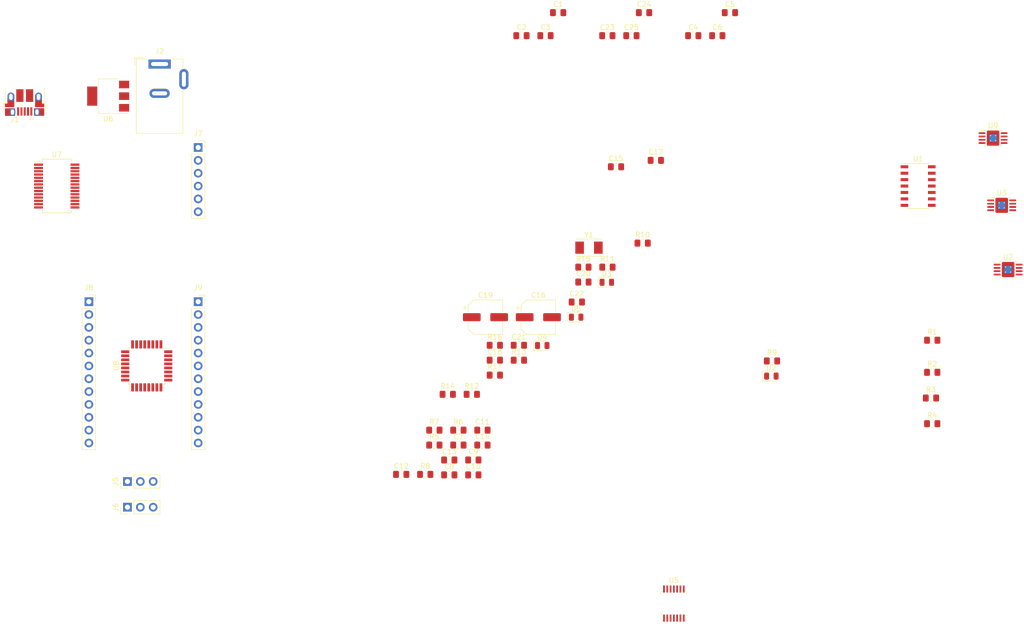
<source format=kicad_pcb>
(kicad_pcb (version 20171130) (host pcbnew "(5.1.0)-1")

  (general
    (thickness 1.6)
    (drawings 0)
    (tracks 0)
    (zones 0)
    (modules 62)
    (nets 101)
  )

  (page A4)
  (layers
    (0 F.Cu signal)
    (31 B.Cu signal)
    (32 B.Adhes user)
    (33 F.Adhes user)
    (34 B.Paste user)
    (35 F.Paste user)
    (36 B.SilkS user)
    (37 F.SilkS user)
    (38 B.Mask user)
    (39 F.Mask user)
    (40 Dwgs.User user)
    (41 Cmts.User user)
    (42 Eco1.User user)
    (43 Eco2.User user)
    (44 Edge.Cuts user)
    (45 Margin user)
    (46 B.CrtYd user)
    (47 F.CrtYd user)
    (48 B.Fab user)
    (49 F.Fab user)
  )

  (setup
    (last_trace_width 0.25)
    (trace_clearance 0.2)
    (zone_clearance 0.508)
    (zone_45_only no)
    (trace_min 0.2)
    (via_size 0.8)
    (via_drill 0.4)
    (via_min_size 0.4)
    (via_min_drill 0.3)
    (uvia_size 0.3)
    (uvia_drill 0.1)
    (uvias_allowed no)
    (uvia_min_size 0.2)
    (uvia_min_drill 0.1)
    (edge_width 0.05)
    (segment_width 0.2)
    (pcb_text_width 0.3)
    (pcb_text_size 1.5 1.5)
    (mod_edge_width 0.12)
    (mod_text_size 1 1)
    (mod_text_width 0.15)
    (pad_size 1.524 1.524)
    (pad_drill 0.762)
    (pad_to_mask_clearance 0.051)
    (solder_mask_min_width 0.25)
    (aux_axis_origin 0 0)
    (visible_elements FFFFFF7F)
    (pcbplotparams
      (layerselection 0x010fc_ffffffff)
      (usegerberextensions false)
      (usegerberattributes false)
      (usegerberadvancedattributes false)
      (creategerberjobfile false)
      (excludeedgelayer true)
      (linewidth 0.100000)
      (plotframeref false)
      (viasonmask false)
      (mode 1)
      (useauxorigin false)
      (hpglpennumber 1)
      (hpglpenspeed 20)
      (hpglpendiameter 15.000000)
      (psnegative false)
      (psa4output false)
      (plotreference true)
      (plotvalue true)
      (plotinvisibletext false)
      (padsonsilk false)
      (subtractmaskfromsilk false)
      (outputformat 1)
      (mirror false)
      (drillshape 1)
      (scaleselection 1)
      (outputdirectory ""))
  )

  (net 0 "")
  (net 1 "Net-(C1-Pad2)")
  (net 2 /SrcB_50ohm)
  (net 3 "Net-(C2-Pad2)")
  (net 4 /SrcA_50ohm)
  (net 5 /SRC_50ohm)
  (net 6 "Net-(C3-Pad1)")
  (net 7 "Net-(C4-Pad2)")
  (net 8 /RevB_50ohm)
  (net 9 "Net-(C5-Pad2)")
  (net 10 /RevA_50ohm)
  (net 11 /Fmeasured)
  (net 12 "Net-(C6-Pad1)")
  (net 13 GNDD)
  (net 14 /Receiver.sch/OffsetA)
  (net 15 VDD)
  (net 16 "Net-(C13-Pad2)")
  (net 17 /Freference)
  (net 18 "Net-(C10-Pad1)")
  (net 19 "Net-(C11-Pad2)")
  (net 20 "Net-(C12-Pad2)")
  (net 21 "Net-(C13-Pad1)")
  (net 22 "Net-(C14-Pad1)")
  (net 23 +5V)
  (net 24 "Net-(C21-Pad2)")
  (net 25 /ControlSystem.sch/RESET)
  (net 26 /ControlSystem.sch/Aref)
  (net 27 "Net-(C23-Pad2)")
  (net 28 /FwdB_50ohm)
  (net 29 "Net-(C24-Pad2)")
  (net 30 /FwdA_50ohm)
  (net 31 "Net-(C25-Pad1)")
  (net 32 "Net-(D2-Pad2)")
  (net 33 "Net-(D3-Pad1)")
  (net 34 "Net-(D4-Pad2)")
  (net 35 "Net-(D5-Pad1)")
  (net 36 "Net-(J1-Pad4)")
  (net 37 /D+)
  (net 38 /D-)
  (net 39 /PowerManagement/USB5V)
  (net 40 VDC)
  (net 41 /ControlSystem.sch/SCK_D13)
  (net 42 /ControlSystem.sch/MISO_D12)
  (net 43 /ControlSystem.sch/MOSI_OC2_D11)
  (net 44 "Net-(J7-Pad6)")
  (net 45 "Net-(J7-Pad5)")
  (net 46 /ControlSystem.sch/OC0A_AIN0_D6)
  (net 47 "Net-(J7-Pad1)")
  (net 48 /ACtrl)
  (net 49 /SrcCtrl)
  (net 50 /ControlSystem.sch/AIN1_D7)
  (net 51 /ControlSystem.sch/RF_RESET)
  (net 52 /ControlSystem.sch/DATA)
  (net 53 /ControlSystem.sch/FQ_UD)
  (net 54 /ControlSystem.sch/W_CLK)
  (net 55 /ControlSystem.sch/RXD1_MISO_D12)
  (net 56 /ControlSystem.sch/TXD1_MOSI_OC2_D11)
  (net 57 /Receiver.sch/VMag)
  (net 58 "/Receiver.sch/VRef(1v7)")
  (net 59 /Receiver.sch/VPhase)
  (net 60 /ControlSystem.sch/A3_D17)
  (net 61 /ControlSystem.sch/SDA_A4_D18)
  (net 62 /ControlSystem.sch/SCL_A5__D19)
  (net 63 "/ControlSystem.sch/SS1(LOW)_A6_D25")
  (net 64 /ControlSystem.sch/MOSI1_A7_D26)
  (net 65 /DirectionalCoupler2/Fwd1)
  (net 66 /DirectionalCoupler2/Rev1)
  (net 67 "Net-(R7-Pad2)")
  (net 68 "Net-(R8-Pad2)")
  (net 69 "Net-(R10-Pad2)")
  (net 70 "Net-(R12-Pad2)")
  (net 71 /ControlSystem.sch/OC3A_RXD_D0)
  (net 72 /ControlSystem.sch/RX)
  (net 73 /ControlSystem.sch/TX)
  (net 74 /ControlSystem.sch/OC4A_TXD_D1)
  (net 75 "Net-(U1-Pad10)")
  (net 76 "Net-(U1-Pad12)")
  (net 77 /BCtrl)
  (net 78 "Net-(U1-Pad6)")
  (net 79 "Net-(U1-Pad8)")
  (net 80 "Net-(U1-Pad4)")
  (net 81 "Net-(U1-Pad2)")
  (net 82 "Net-(U2-Pad4)")
  (net 83 "Net-(U3-Pad4)")
  (net 84 "Net-(U7-Pad28)")
  (net 85 "Net-(U7-Pad27)")
  (net 86 "Net-(U7-Pad19)")
  (net 87 +3V3)
  (net 88 "Net-(U7-Pad14)")
  (net 89 "Net-(U7-Pad13)")
  (net 90 "Net-(U7-Pad12)")
  (net 91 "Net-(U7-Pad11)")
  (net 92 "Net-(U7-Pad10)")
  (net 93 "Net-(U7-Pad9)")
  (net 94 "Net-(U7-Pad6)")
  (net 95 "Net-(U7-Pad3)")
  (net 96 "Net-(U8-Pad8)")
  (net 97 "Net-(U8-Pad7)")
  (net 98 /ControlSystem.sch/SCL1_D24)
  (net 99 /ControlSystem.sch/ACO_SDA1_D23)
  (net 100 "Net-(U9-Pad4)")

  (net_class Default "This is the default net class."
    (clearance 0.2)
    (trace_width 0.25)
    (via_dia 0.8)
    (via_drill 0.4)
    (uvia_dia 0.3)
    (uvia_drill 0.1)
    (add_net +3V3)
    (add_net +5V)
    (add_net /ACtrl)
    (add_net /BCtrl)
    (add_net /ControlSystem.sch/A3_D17)
    (add_net /ControlSystem.sch/ACO_SDA1_D23)
    (add_net /ControlSystem.sch/AIN1_D7)
    (add_net /ControlSystem.sch/Aref)
    (add_net /ControlSystem.sch/DATA)
    (add_net /ControlSystem.sch/FQ_UD)
    (add_net /ControlSystem.sch/MISO_D12)
    (add_net /ControlSystem.sch/MOSI1_A7_D26)
    (add_net /ControlSystem.sch/MOSI_OC2_D11)
    (add_net /ControlSystem.sch/OC0A_AIN0_D6)
    (add_net /ControlSystem.sch/OC3A_RXD_D0)
    (add_net /ControlSystem.sch/OC4A_TXD_D1)
    (add_net /ControlSystem.sch/RESET)
    (add_net /ControlSystem.sch/RF_RESET)
    (add_net /ControlSystem.sch/RX)
    (add_net /ControlSystem.sch/RXD1_MISO_D12)
    (add_net /ControlSystem.sch/SCK_D13)
    (add_net /ControlSystem.sch/SCL1_D24)
    (add_net /ControlSystem.sch/SCL_A5__D19)
    (add_net /ControlSystem.sch/SDA_A4_D18)
    (add_net "/ControlSystem.sch/SS1(LOW)_A6_D25")
    (add_net /ControlSystem.sch/TX)
    (add_net /ControlSystem.sch/TXD1_MOSI_OC2_D11)
    (add_net /ControlSystem.sch/W_CLK)
    (add_net /D+)
    (add_net /D-)
    (add_net /DirectionalCoupler2/Fwd1)
    (add_net /DirectionalCoupler2/Rev1)
    (add_net /Fmeasured)
    (add_net /Freference)
    (add_net /FwdA_50ohm)
    (add_net /FwdB_50ohm)
    (add_net /PowerManagement/USB5V)
    (add_net /Receiver.sch/OffsetA)
    (add_net /Receiver.sch/VMag)
    (add_net /Receiver.sch/VPhase)
    (add_net "/Receiver.sch/VRef(1v7)")
    (add_net /RevA_50ohm)
    (add_net /RevB_50ohm)
    (add_net /SRC_50ohm)
    (add_net /SrcA_50ohm)
    (add_net /SrcB_50ohm)
    (add_net /SrcCtrl)
    (add_net GNDD)
    (add_net "Net-(C1-Pad2)")
    (add_net "Net-(C10-Pad1)")
    (add_net "Net-(C11-Pad2)")
    (add_net "Net-(C12-Pad2)")
    (add_net "Net-(C13-Pad1)")
    (add_net "Net-(C13-Pad2)")
    (add_net "Net-(C14-Pad1)")
    (add_net "Net-(C2-Pad2)")
    (add_net "Net-(C21-Pad2)")
    (add_net "Net-(C23-Pad2)")
    (add_net "Net-(C24-Pad2)")
    (add_net "Net-(C25-Pad1)")
    (add_net "Net-(C3-Pad1)")
    (add_net "Net-(C4-Pad2)")
    (add_net "Net-(C5-Pad2)")
    (add_net "Net-(C6-Pad1)")
    (add_net "Net-(D2-Pad2)")
    (add_net "Net-(D3-Pad1)")
    (add_net "Net-(D4-Pad2)")
    (add_net "Net-(D5-Pad1)")
    (add_net "Net-(J1-Pad4)")
    (add_net "Net-(J7-Pad1)")
    (add_net "Net-(J7-Pad5)")
    (add_net "Net-(J7-Pad6)")
    (add_net "Net-(R10-Pad2)")
    (add_net "Net-(R12-Pad2)")
    (add_net "Net-(R7-Pad2)")
    (add_net "Net-(R8-Pad2)")
    (add_net "Net-(U1-Pad10)")
    (add_net "Net-(U1-Pad12)")
    (add_net "Net-(U1-Pad2)")
    (add_net "Net-(U1-Pad4)")
    (add_net "Net-(U1-Pad6)")
    (add_net "Net-(U1-Pad8)")
    (add_net "Net-(U2-Pad4)")
    (add_net "Net-(U3-Pad4)")
    (add_net "Net-(U7-Pad10)")
    (add_net "Net-(U7-Pad11)")
    (add_net "Net-(U7-Pad12)")
    (add_net "Net-(U7-Pad13)")
    (add_net "Net-(U7-Pad14)")
    (add_net "Net-(U7-Pad19)")
    (add_net "Net-(U7-Pad27)")
    (add_net "Net-(U7-Pad28)")
    (add_net "Net-(U7-Pad3)")
    (add_net "Net-(U7-Pad6)")
    (add_net "Net-(U7-Pad9)")
    (add_net "Net-(U8-Pad7)")
    (add_net "Net-(U8-Pad8)")
    (add_net "Net-(U9-Pad4)")
    (add_net VDC)
    (add_net VDD)
  )

  (module Crystal:Crystal_SMD_TXC_7A-2Pin_5x3.2mm (layer F.Cu) (tedit 5B7C2945) (tstamp 5D83BCC9)
    (at 133.09 66.79)
    (descr "SMD Crystal TXC 7A http://txccrystal.com/images/pdf/7a.pdf")
    (tags "SMD SMT crystal")
    (path /5CD1CF30/5D4E4619)
    (attr smd)
    (fp_text reference Y1 (at 0 -2.5) (layer F.SilkS)
      (effects (font (size 1 1) (thickness 0.15)))
    )
    (fp_text value 16MHz (at 0 2.7) (layer F.Fab)
      (effects (font (size 1 1) (thickness 0.15)))
    )
    (fp_line (start -2.5 -1.6) (end -2.5 1.6) (layer F.Fab) (width 0.1))
    (fp_line (start -2.5 1.6) (end 2.5 1.6) (layer F.Fab) (width 0.1))
    (fp_line (start 2.5 -1.6) (end 2.5 1.6) (layer F.Fab) (width 0.1))
    (fp_line (start -2.5 -1.6) (end 2.5 -1.6) (layer F.Fab) (width 0.1))
    (fp_line (start -2.5 1.71) (end 2.5 1.71) (layer F.SilkS) (width 0.12))
    (fp_line (start -2.5 -1.71) (end 2.5 -1.71) (layer F.SilkS) (width 0.12))
    (fp_line (start 2.95 1.85) (end -2.95 1.85) (layer F.CrtYd) (width 0.05))
    (fp_line (start 2.95 -1.85) (end 2.95 1.85) (layer F.CrtYd) (width 0.05))
    (fp_line (start -2.95 -1.85) (end -2.95 1.85) (layer F.CrtYd) (width 0.05))
    (fp_line (start -2.95 -1.85) (end 2.95 -1.85) (layer F.CrtYd) (width 0.05))
    (fp_text user %R (at 0 -2.5) (layer F.Fab)
      (effects (font (size 1 1) (thickness 0.15)))
    )
    (pad 2 smd rect (at 1.85 0) (size 1.7 2.4) (layers F.Cu F.Paste F.Mask)
      (net 13 GNDD))
    (pad 1 smd rect (at -1.85 0) (size 1.7 2.4) (layers F.Cu F.Paste F.Mask)
      (net 96 "Net-(U8-Pad8)"))
    (model ${KISYS3DMOD}/Crystal.3dshapes/Crystal_SMD_TXC_7A-2Pin_5x3.2mm.wrl
      (at (xyz 0 0 0))
      (scale (xyz 1 1 1))
      (rotate (xyz 0 0 0))
    )
  )

  (module Package_SO:MSOP-8-1EP_3x3mm_P0.65mm_EP2.5x3mm_Mask1.73x2.36mm_ThermalVias (layer F.Cu) (tedit 5C58B768) (tstamp 5D83BCB8)
    (at 212.93 45.13)
    (descr "MSOP, 8 Pin (http://ww1.microchip.com/downloads/en/DeviceDoc/mic5355_6.pdf#page=15), generated with kicad-footprint-generator ipc_gullwing_generator.py")
    (tags "MSOP SO")
    (path /5CCA83E4/5D85D74F)
    (attr smd)
    (fp_text reference U9 (at 0 -2.45) (layer F.SilkS)
      (effects (font (size 1 1) (thickness 0.15)))
    )
    (fp_text value HMC284 (at 0 2.45) (layer F.Fab)
      (effects (font (size 1 1) (thickness 0.15)))
    )
    (fp_text user %R (at 0 0) (layer F.Fab)
      (effects (font (size 0.75 0.75) (thickness 0.11)))
    )
    (fp_line (start 3.1 -1.75) (end -3.1 -1.75) (layer F.CrtYd) (width 0.05))
    (fp_line (start 3.1 1.75) (end 3.1 -1.75) (layer F.CrtYd) (width 0.05))
    (fp_line (start -3.1 1.75) (end 3.1 1.75) (layer F.CrtYd) (width 0.05))
    (fp_line (start -3.1 -1.75) (end -3.1 1.75) (layer F.CrtYd) (width 0.05))
    (fp_line (start -1.5 -0.75) (end -0.75 -1.5) (layer F.Fab) (width 0.1))
    (fp_line (start -1.5 1.5) (end -1.5 -0.75) (layer F.Fab) (width 0.1))
    (fp_line (start 1.5 1.5) (end -1.5 1.5) (layer F.Fab) (width 0.1))
    (fp_line (start 1.5 -1.5) (end 1.5 1.5) (layer F.Fab) (width 0.1))
    (fp_line (start -0.75 -1.5) (end 1.5 -1.5) (layer F.Fab) (width 0.1))
    (fp_line (start -1.61 -1.41) (end -2.85 -1.41) (layer F.SilkS) (width 0.12))
    (fp_line (start -1.61 -1.61) (end -1.61 -1.41) (layer F.SilkS) (width 0.12))
    (fp_line (start -1.361248 -1.61) (end -1.61 -1.61) (layer F.SilkS) (width 0.12))
    (fp_line (start 1.61 -1.61) (end 1.61 -1.41) (layer F.SilkS) (width 0.12))
    (fp_line (start 1.361248 -1.61) (end 1.61 -1.61) (layer F.SilkS) (width 0.12))
    (fp_line (start -1.61 1.61) (end -1.61 1.41) (layer F.SilkS) (width 0.12))
    (fp_line (start -1.361248 1.61) (end -1.61 1.61) (layer F.SilkS) (width 0.12))
    (fp_line (start 1.61 1.61) (end 1.61 1.41) (layer F.SilkS) (width 0.12))
    (fp_line (start 1.361248 1.61) (end 1.61 1.61) (layer F.SilkS) (width 0.12))
    (pad 8 smd roundrect (at 2.175 -0.975) (size 1.35 0.35) (layers F.Cu F.Paste F.Mask) (roundrect_rratio 0.25)
      (net 27 "Net-(C23-Pad2)"))
    (pad 7 smd roundrect (at 2.175 -0.325) (size 1.35 0.35) (layers F.Cu F.Paste F.Mask) (roundrect_rratio 0.25)
      (net 13 GNDD))
    (pad 6 smd roundrect (at 2.175 0.325) (size 1.35 0.35) (layers F.Cu F.Paste F.Mask) (roundrect_rratio 0.25)
      (net 13 GNDD))
    (pad 5 smd roundrect (at 2.175 0.975) (size 1.35 0.35) (layers F.Cu F.Paste F.Mask) (roundrect_rratio 0.25)
      (net 29 "Net-(C24-Pad2)"))
    (pad 4 smd roundrect (at -2.175 0.975) (size 1.35 0.35) (layers F.Cu F.Paste F.Mask) (roundrect_rratio 0.25)
      (net 100 "Net-(U9-Pad4)"))
    (pad 3 smd roundrect (at -2.175 0.325) (size 1.35 0.35) (layers F.Cu F.Paste F.Mask) (roundrect_rratio 0.25)
      (net 31 "Net-(C25-Pad1)"))
    (pad 2 smd roundrect (at -2.175 -0.325) (size 1.35 0.35) (layers F.Cu F.Paste F.Mask) (roundrect_rratio 0.25)
      (net 79 "Net-(U1-Pad8)"))
    (pad 1 smd roundrect (at -2.175 -0.975) (size 1.35 0.35) (layers F.Cu F.Paste F.Mask) (roundrect_rratio 0.25)
      (net 78 "Net-(U1-Pad6)"))
    (pad "" smd roundrect (at 0.43 0.59) (size 0.72 0.99) (layers F.Paste) (roundrect_rratio 0.25))
    (pad "" smd roundrect (at 0.43 -0.59) (size 0.72 0.99) (layers F.Paste) (roundrect_rratio 0.25))
    (pad "" smd roundrect (at -0.43 0.59) (size 0.72 0.99) (layers F.Paste) (roundrect_rratio 0.25))
    (pad "" smd roundrect (at -0.43 -0.59) (size 0.72 0.99) (layers F.Paste) (roundrect_rratio 0.25))
    (pad 9 smd roundrect (at 0 0) (size 1.5 1.5) (layers B.Cu) (roundrect_rratio 0.166667))
    (pad 9 thru_hole circle (at 0.5 0.5) (size 0.5 0.5) (drill 0.2) (layers *.Cu))
    (pad 9 thru_hole circle (at -0.5 0.5) (size 0.5 0.5) (drill 0.2) (layers *.Cu))
    (pad 9 thru_hole circle (at 0.5 -0.5) (size 0.5 0.5) (drill 0.2) (layers *.Cu))
    (pad 9 thru_hole circle (at -0.5 -0.5) (size 0.5 0.5) (drill 0.2) (layers *.Cu))
    (pad 9 smd roundrect (at 0 0) (size 2.5 3) (layers F.Cu) (roundrect_rratio 0.1))
    (pad "" smd roundrect (at 0 0) (size 1.73 2.36) (layers F.Mask) (roundrect_rratio 0.144509))
    (model ${KISYS3DMOD}/Package_SO.3dshapes/MSOP-8-1EP_3x3mm_P0.65mm_EP2.5x3mm_Mask1.73x2.36mm.wrl
      (at (xyz 0 0 0))
      (scale (xyz 1 1 1))
      (rotate (xyz 0 0 0))
    )
  )

  (module Package_QFP:TQFP-32_7x7mm_P0.8mm (layer F.Cu) (tedit 5A02F146) (tstamp 5D83BC8E)
    (at 45.72 90.17 90)
    (descr "32-Lead Plastic Thin Quad Flatpack (PT) - 7x7x1.0 mm Body, 2.00 mm [TQFP] (see Microchip Packaging Specification 00000049BS.pdf)")
    (tags "QFP 0.8")
    (path /5CD1CF30/5CD24AD6)
    (attr smd)
    (fp_text reference U8 (at 0 -6.05 90) (layer F.SilkS)
      (effects (font (size 1 1) (thickness 0.15)))
    )
    (fp_text value ATmega328PB-AU (at 0 6.05 90) (layer F.Fab)
      (effects (font (size 1 1) (thickness 0.15)))
    )
    (fp_line (start -3.625 -3.4) (end -5.05 -3.4) (layer F.SilkS) (width 0.15))
    (fp_line (start 3.625 -3.625) (end 3.3 -3.625) (layer F.SilkS) (width 0.15))
    (fp_line (start 3.625 3.625) (end 3.3 3.625) (layer F.SilkS) (width 0.15))
    (fp_line (start -3.625 3.625) (end -3.3 3.625) (layer F.SilkS) (width 0.15))
    (fp_line (start -3.625 -3.625) (end -3.3 -3.625) (layer F.SilkS) (width 0.15))
    (fp_line (start -3.625 3.625) (end -3.625 3.3) (layer F.SilkS) (width 0.15))
    (fp_line (start 3.625 3.625) (end 3.625 3.3) (layer F.SilkS) (width 0.15))
    (fp_line (start 3.625 -3.625) (end 3.625 -3.3) (layer F.SilkS) (width 0.15))
    (fp_line (start -3.625 -3.625) (end -3.625 -3.4) (layer F.SilkS) (width 0.15))
    (fp_line (start -5.3 5.3) (end 5.3 5.3) (layer F.CrtYd) (width 0.05))
    (fp_line (start -5.3 -5.3) (end 5.3 -5.3) (layer F.CrtYd) (width 0.05))
    (fp_line (start 5.3 -5.3) (end 5.3 5.3) (layer F.CrtYd) (width 0.05))
    (fp_line (start -5.3 -5.3) (end -5.3 5.3) (layer F.CrtYd) (width 0.05))
    (fp_line (start -3.5 -2.5) (end -2.5 -3.5) (layer F.Fab) (width 0.15))
    (fp_line (start -3.5 3.5) (end -3.5 -2.5) (layer F.Fab) (width 0.15))
    (fp_line (start 3.5 3.5) (end -3.5 3.5) (layer F.Fab) (width 0.15))
    (fp_line (start 3.5 -3.5) (end 3.5 3.5) (layer F.Fab) (width 0.15))
    (fp_line (start -2.5 -3.5) (end 3.5 -3.5) (layer F.Fab) (width 0.15))
    (fp_text user %R (at 0 0 90) (layer F.Fab)
      (effects (font (size 1 1) (thickness 0.15)))
    )
    (pad 32 smd rect (at -2.8 -4.25 180) (size 1.6 0.55) (layers F.Cu F.Paste F.Mask)
      (net 54 /ControlSystem.sch/W_CLK))
    (pad 31 smd rect (at -2 -4.25 180) (size 1.6 0.55) (layers F.Cu F.Paste F.Mask)
      (net 74 /ControlSystem.sch/OC4A_TXD_D1))
    (pad 30 smd rect (at -1.2 -4.25 180) (size 1.6 0.55) (layers F.Cu F.Paste F.Mask)
      (net 71 /ControlSystem.sch/OC3A_RXD_D0))
    (pad 29 smd rect (at -0.4 -4.25 180) (size 1.6 0.55) (layers F.Cu F.Paste F.Mask)
      (net 25 /ControlSystem.sch/RESET))
    (pad 28 smd rect (at 0.4 -4.25 180) (size 1.6 0.55) (layers F.Cu F.Paste F.Mask)
      (net 62 /ControlSystem.sch/SCL_A5__D19))
    (pad 27 smd rect (at 1.2 -4.25 180) (size 1.6 0.55) (layers F.Cu F.Paste F.Mask)
      (net 61 /ControlSystem.sch/SDA_A4_D18))
    (pad 26 smd rect (at 2 -4.25 180) (size 1.6 0.55) (layers F.Cu F.Paste F.Mask)
      (net 60 /ControlSystem.sch/A3_D17))
    (pad 25 smd rect (at 2.8 -4.25 180) (size 1.6 0.55) (layers F.Cu F.Paste F.Mask)
      (net 59 /Receiver.sch/VPhase))
    (pad 24 smd rect (at 4.25 -2.8 90) (size 1.6 0.55) (layers F.Cu F.Paste F.Mask)
      (net 58 "/Receiver.sch/VRef(1v7)"))
    (pad 23 smd rect (at 4.25 -2 90) (size 1.6 0.55) (layers F.Cu F.Paste F.Mask)
      (net 57 /Receiver.sch/VMag))
    (pad 22 smd rect (at 4.25 -1.2 90) (size 1.6 0.55) (layers F.Cu F.Paste F.Mask)
      (net 64 /ControlSystem.sch/MOSI1_A7_D26))
    (pad 21 smd rect (at 4.25 -0.4 90) (size 1.6 0.55) (layers F.Cu F.Paste F.Mask)
      (net 13 GNDD))
    (pad 20 smd rect (at 4.25 0.4 90) (size 1.6 0.55) (layers F.Cu F.Paste F.Mask)
      (net 26 /ControlSystem.sch/Aref))
    (pad 19 smd rect (at 4.25 1.2 90) (size 1.6 0.55) (layers F.Cu F.Paste F.Mask)
      (net 63 "/ControlSystem.sch/SS1(LOW)_A6_D25"))
    (pad 18 smd rect (at 4.25 2 90) (size 1.6 0.55) (layers F.Cu F.Paste F.Mask)
      (net 23 +5V))
    (pad 17 smd rect (at 4.25 2.8 90) (size 1.6 0.55) (layers F.Cu F.Paste F.Mask)
      (net 41 /ControlSystem.sch/SCK_D13))
    (pad 16 smd rect (at 2.8 4.25 180) (size 1.6 0.55) (layers F.Cu F.Paste F.Mask)
      (net 55 /ControlSystem.sch/RXD1_MISO_D12))
    (pad 15 smd rect (at 2 4.25 180) (size 1.6 0.55) (layers F.Cu F.Paste F.Mask)
      (net 56 /ControlSystem.sch/TXD1_MOSI_OC2_D11))
    (pad 14 smd rect (at 1.2 4.25 180) (size 1.6 0.55) (layers F.Cu F.Paste F.Mask)
      (net 77 /BCtrl))
    (pad 13 smd rect (at 0.4 4.25 180) (size 1.6 0.55) (layers F.Cu F.Paste F.Mask)
      (net 48 /ACtrl))
    (pad 12 smd rect (at -0.4 4.25 180) (size 1.6 0.55) (layers F.Cu F.Paste F.Mask)
      (net 49 /SrcCtrl))
    (pad 11 smd rect (at -1.2 4.25 180) (size 1.6 0.55) (layers F.Cu F.Paste F.Mask)
      (net 50 /ControlSystem.sch/AIN1_D7))
    (pad 10 smd rect (at -2 4.25 180) (size 1.6 0.55) (layers F.Cu F.Paste F.Mask)
      (net 46 /ControlSystem.sch/OC0A_AIN0_D6))
    (pad 9 smd rect (at -2.8 4.25 180) (size 1.6 0.55) (layers F.Cu F.Paste F.Mask)
      (net 51 /ControlSystem.sch/RF_RESET))
    (pad 8 smd rect (at -4.25 2.8 90) (size 1.6 0.55) (layers F.Cu F.Paste F.Mask)
      (net 96 "Net-(U8-Pad8)"))
    (pad 7 smd rect (at -4.25 2 90) (size 1.6 0.55) (layers F.Cu F.Paste F.Mask)
      (net 97 "Net-(U8-Pad7)"))
    (pad 6 smd rect (at -4.25 1.2 90) (size 1.6 0.55) (layers F.Cu F.Paste F.Mask)
      (net 98 /ControlSystem.sch/SCL1_D24))
    (pad 5 smd rect (at -4.25 0.4 90) (size 1.6 0.55) (layers F.Cu F.Paste F.Mask)
      (net 13 GNDD))
    (pad 4 smd rect (at -4.25 -0.4 90) (size 1.6 0.55) (layers F.Cu F.Paste F.Mask)
      (net 23 +5V))
    (pad 3 smd rect (at -4.25 -1.2 90) (size 1.6 0.55) (layers F.Cu F.Paste F.Mask)
      (net 99 /ControlSystem.sch/ACO_SDA1_D23))
    (pad 2 smd rect (at -4.25 -2 90) (size 1.6 0.55) (layers F.Cu F.Paste F.Mask)
      (net 52 /ControlSystem.sch/DATA))
    (pad 1 smd rect (at -4.25 -2.8 90) (size 1.6 0.55) (layers F.Cu F.Paste F.Mask)
      (net 53 /ControlSystem.sch/FQ_UD))
    (model ${KISYS3DMOD}/Package_QFP.3dshapes/TQFP-32_7x7mm_P0.8mm.wrl
      (at (xyz 0 0 0))
      (scale (xyz 1 1 1))
      (rotate (xyz 0 0 0))
    )
  )

  (module Package_SO:SSOP-28_5.3x10.2mm_P0.65mm (layer F.Cu) (tedit 5A02F25C) (tstamp 5D83BC57)
    (at 27.94 54.61)
    (descr "28-Lead Plastic Shrink Small Outline (SS)-5.30 mm Body [SSOP] (see Microchip Packaging Specification 00000049BS.pdf)")
    (tags "SSOP 0.65")
    (path /5CD1CF30/5D639D64)
    (attr smd)
    (fp_text reference U7 (at 0 -6.25) (layer F.SilkS)
      (effects (font (size 1 1) (thickness 0.15)))
    )
    (fp_text value FT232RL (at 0 6.25) (layer F.Fab)
      (effects (font (size 1 1) (thickness 0.15)))
    )
    (fp_text user %R (at 0 0) (layer F.Fab)
      (effects (font (size 0.8 0.8) (thickness 0.15)))
    )
    (fp_line (start -2.875 -4.75) (end -4.475 -4.75) (layer F.SilkS) (width 0.15))
    (fp_line (start -2.875 5.325) (end 2.875 5.325) (layer F.SilkS) (width 0.15))
    (fp_line (start -2.875 -5.325) (end 2.875 -5.325) (layer F.SilkS) (width 0.15))
    (fp_line (start -2.875 5.325) (end -2.875 4.675) (layer F.SilkS) (width 0.15))
    (fp_line (start 2.875 5.325) (end 2.875 4.675) (layer F.SilkS) (width 0.15))
    (fp_line (start 2.875 -5.325) (end 2.875 -4.675) (layer F.SilkS) (width 0.15))
    (fp_line (start -2.875 -5.325) (end -2.875 -4.75) (layer F.SilkS) (width 0.15))
    (fp_line (start -4.75 5.5) (end 4.75 5.5) (layer F.CrtYd) (width 0.05))
    (fp_line (start -4.75 -5.5) (end 4.75 -5.5) (layer F.CrtYd) (width 0.05))
    (fp_line (start 4.75 -5.5) (end 4.75 5.5) (layer F.CrtYd) (width 0.05))
    (fp_line (start -4.75 -5.5) (end -4.75 5.5) (layer F.CrtYd) (width 0.05))
    (fp_line (start -2.65 -4.1) (end -1.65 -5.1) (layer F.Fab) (width 0.15))
    (fp_line (start -2.65 5.1) (end -2.65 -4.1) (layer F.Fab) (width 0.15))
    (fp_line (start 2.65 5.1) (end -2.65 5.1) (layer F.Fab) (width 0.15))
    (fp_line (start 2.65 -5.1) (end 2.65 5.1) (layer F.Fab) (width 0.15))
    (fp_line (start -1.65 -5.1) (end 2.65 -5.1) (layer F.Fab) (width 0.15))
    (pad 28 smd rect (at 3.6 -4.225) (size 1.75 0.45) (layers F.Cu F.Paste F.Mask)
      (net 84 "Net-(U7-Pad28)"))
    (pad 27 smd rect (at 3.6 -3.575) (size 1.75 0.45) (layers F.Cu F.Paste F.Mask)
      (net 85 "Net-(U7-Pad27)"))
    (pad 26 smd rect (at 3.6 -2.925) (size 1.75 0.45) (layers F.Cu F.Paste F.Mask)
      (net 13 GNDD))
    (pad 25 smd rect (at 3.6 -2.275) (size 1.75 0.45) (layers F.Cu F.Paste F.Mask)
      (net 13 GNDD))
    (pad 24 smd rect (at 3.6 -1.625) (size 1.75 0.45) (layers F.Cu F.Paste F.Mask))
    (pad 23 smd rect (at 3.6 -0.975) (size 1.75 0.45) (layers F.Cu F.Paste F.Mask)
      (net 69 "Net-(R10-Pad2)"))
    (pad 22 smd rect (at 3.6 -0.325) (size 1.75 0.45) (layers F.Cu F.Paste F.Mask)
      (net 70 "Net-(R12-Pad2)"))
    (pad 21 smd rect (at 3.6 0.325) (size 1.75 0.45) (layers F.Cu F.Paste F.Mask)
      (net 13 GNDD))
    (pad 20 smd rect (at 3.6 0.975) (size 1.75 0.45) (layers F.Cu F.Paste F.Mask)
      (net 23 +5V))
    (pad 19 smd rect (at 3.6 1.625) (size 1.75 0.45) (layers F.Cu F.Paste F.Mask)
      (net 86 "Net-(U7-Pad19)"))
    (pad 18 smd rect (at 3.6 2.275) (size 1.75 0.45) (layers F.Cu F.Paste F.Mask)
      (net 13 GNDD))
    (pad 17 smd rect (at 3.6 2.925) (size 1.75 0.45) (layers F.Cu F.Paste F.Mask)
      (net 87 +3V3))
    (pad 16 smd rect (at 3.6 3.575) (size 1.75 0.45) (layers F.Cu F.Paste F.Mask)
      (net 38 /D-))
    (pad 15 smd rect (at 3.6 4.225) (size 1.75 0.45) (layers F.Cu F.Paste F.Mask)
      (net 37 /D+))
    (pad 14 smd rect (at -3.6 4.225) (size 1.75 0.45) (layers F.Cu F.Paste F.Mask)
      (net 88 "Net-(U7-Pad14)"))
    (pad 13 smd rect (at -3.6 3.575) (size 1.75 0.45) (layers F.Cu F.Paste F.Mask)
      (net 89 "Net-(U7-Pad13)"))
    (pad 12 smd rect (at -3.6 2.925) (size 1.75 0.45) (layers F.Cu F.Paste F.Mask)
      (net 90 "Net-(U7-Pad12)"))
    (pad 11 smd rect (at -3.6 2.275) (size 1.75 0.45) (layers F.Cu F.Paste F.Mask)
      (net 91 "Net-(U7-Pad11)"))
    (pad 10 smd rect (at -3.6 1.625) (size 1.75 0.45) (layers F.Cu F.Paste F.Mask)
      (net 92 "Net-(U7-Pad10)"))
    (pad 9 smd rect (at -3.6 0.975) (size 1.75 0.45) (layers F.Cu F.Paste F.Mask)
      (net 93 "Net-(U7-Pad9)"))
    (pad 8 smd rect (at -3.6 0.325) (size 1.75 0.45) (layers F.Cu F.Paste F.Mask))
    (pad 7 smd rect (at -3.6 -0.325) (size 1.75 0.45) (layers F.Cu F.Paste F.Mask)
      (net 13 GNDD))
    (pad 6 smd rect (at -3.6 -0.975) (size 1.75 0.45) (layers F.Cu F.Paste F.Mask)
      (net 94 "Net-(U7-Pad6)"))
    (pad 5 smd rect (at -3.6 -1.625) (size 1.75 0.45) (layers F.Cu F.Paste F.Mask)
      (net 73 /ControlSystem.sch/TX))
    (pad 4 smd rect (at -3.6 -2.275) (size 1.75 0.45) (layers F.Cu F.Paste F.Mask)
      (net 23 +5V))
    (pad 3 smd rect (at -3.6 -2.925) (size 1.75 0.45) (layers F.Cu F.Paste F.Mask)
      (net 95 "Net-(U7-Pad3)"))
    (pad 2 smd rect (at -3.6 -3.575) (size 1.75 0.45) (layers F.Cu F.Paste F.Mask)
      (net 24 "Net-(C21-Pad2)"))
    (pad 1 smd rect (at -3.6 -4.225) (size 1.75 0.45) (layers F.Cu F.Paste F.Mask)
      (net 72 /ControlSystem.sch/RX))
    (model ${KISYS3DMOD}/Package_SO.3dshapes/SSOP-28_5.3x10.2mm_P0.65mm.wrl
      (at (xyz 0 0 0))
      (scale (xyz 1 1 1))
      (rotate (xyz 0 0 0))
    )
  )

  (module Package_TO_SOT_SMD:SOT-223-3_TabPin2 (layer F.Cu) (tedit 5A02FF57) (tstamp 5D83BC26)
    (at 38.1 36.83 180)
    (descr "module CMS SOT223 4 pins")
    (tags "CMS SOT")
    (path /5CDF1C56/5DCF72A5)
    (attr smd)
    (fp_text reference U6 (at 0 -4.5 180) (layer F.SilkS)
      (effects (font (size 1 1) (thickness 0.15)))
    )
    (fp_text value LM1117-5.0 (at 0 4.5 180) (layer F.Fab)
      (effects (font (size 1 1) (thickness 0.15)))
    )
    (fp_line (start 1.85 -3.35) (end 1.85 3.35) (layer F.Fab) (width 0.1))
    (fp_line (start -1.85 3.35) (end 1.85 3.35) (layer F.Fab) (width 0.1))
    (fp_line (start -4.1 -3.41) (end 1.91 -3.41) (layer F.SilkS) (width 0.12))
    (fp_line (start -0.85 -3.35) (end 1.85 -3.35) (layer F.Fab) (width 0.1))
    (fp_line (start -1.85 3.41) (end 1.91 3.41) (layer F.SilkS) (width 0.12))
    (fp_line (start -1.85 -2.35) (end -1.85 3.35) (layer F.Fab) (width 0.1))
    (fp_line (start -1.85 -2.35) (end -0.85 -3.35) (layer F.Fab) (width 0.1))
    (fp_line (start -4.4 -3.6) (end -4.4 3.6) (layer F.CrtYd) (width 0.05))
    (fp_line (start -4.4 3.6) (end 4.4 3.6) (layer F.CrtYd) (width 0.05))
    (fp_line (start 4.4 3.6) (end 4.4 -3.6) (layer F.CrtYd) (width 0.05))
    (fp_line (start 4.4 -3.6) (end -4.4 -3.6) (layer F.CrtYd) (width 0.05))
    (fp_line (start 1.91 -3.41) (end 1.91 -2.15) (layer F.SilkS) (width 0.12))
    (fp_line (start 1.91 3.41) (end 1.91 2.15) (layer F.SilkS) (width 0.12))
    (fp_text user %R (at 0 0 270) (layer F.Fab)
      (effects (font (size 0.8 0.8) (thickness 0.12)))
    )
    (pad 1 smd rect (at -3.15 -2.3 180) (size 2 1.5) (layers F.Cu F.Paste F.Mask)
      (net 13 GNDD))
    (pad 3 smd rect (at -3.15 2.3 180) (size 2 1.5) (layers F.Cu F.Paste F.Mask)
      (net 40 VDC))
    (pad 2 smd rect (at -3.15 0 180) (size 2 1.5) (layers F.Cu F.Paste F.Mask)
      (net 23 +5V))
    (pad 2 smd rect (at 3.15 0 180) (size 2 3.8) (layers F.Cu F.Paste F.Mask)
      (net 23 +5V))
    (model ${KISYS3DMOD}/Package_TO_SOT_SMD.3dshapes/SOT-223.wrl
      (at (xyz 0 0 0))
      (scale (xyz 1 1 1))
      (rotate (xyz 0 0 0))
    )
  )

  (module digikey-footprints:TSSOP-14_W4.4mm (layer F.Cu) (tedit 59A6CDCA) (tstamp 5D83BC10)
    (at 149.86 137.16)
    (descr http://pdfserv.maximintegrated.com/land_patterns/90-0113.PDF)
    (path /5CCB994F/5CCBAC6E)
    (fp_text reference U5 (at 0 -4.6) (layer F.SilkS)
      (effects (font (size 1 1) (thickness 0.15)))
    )
    (fp_text value AD8302ARUZ (at 0 4.6) (layer F.Fab)
      (effects (font (size 1 1) (thickness 0.15)))
    )
    (fp_line (start 2.5 -2.2) (end 2.5 2.2) (layer F.Fab) (width 0.1))
    (fp_line (start -2.5 -2.2) (end 2.5 -2.2) (layer F.Fab) (width 0.1))
    (fp_text user %R (at 0 0) (layer F.Fab)
      (effects (font (size 1 1) (thickness 0.15)))
    )
    (fp_line (start -2.15 2.2) (end -2.5 1.85) (layer F.Fab) (width 0.1))
    (fp_line (start -2.15 2.2) (end 2.5 2.2) (layer F.Fab) (width 0.1))
    (fp_line (start -2.5 1.85) (end -2.5 -2.2) (layer F.Fab) (width 0.1))
    (fp_line (start -2.175 2.325) (end -2.175 3.275) (layer F.SilkS) (width 0.1))
    (fp_line (start -2.6 1.9) (end -2.175 2.325) (layer F.SilkS) (width 0.1))
    (fp_line (start -2.6 1.525) (end -2.6 1.9) (layer F.SilkS) (width 0.1))
    (fp_line (start 2.6 2.3) (end 2.6 1.85) (layer F.SilkS) (width 0.1))
    (fp_line (start 2.6 2.3) (end 2.225 2.3) (layer F.SilkS) (width 0.1))
    (fp_line (start 2.6 -2.3) (end 2.2 -2.3) (layer F.SilkS) (width 0.1))
    (fp_line (start 2.6 -2.3) (end 2.6 -1.85) (layer F.SilkS) (width 0.1))
    (fp_line (start -2.6 -2.3) (end -2.175 -2.3) (layer F.SilkS) (width 0.1))
    (fp_line (start -2.6 -2.3) (end -2.6 -1.925) (layer F.SilkS) (width 0.1))
    (fp_line (start -2.75 3.85) (end -2.75 -3.85) (layer F.CrtYd) (width 0.05))
    (fp_line (start 2.75 3.85) (end -2.75 3.85) (layer F.CrtYd) (width 0.05))
    (fp_line (start 2.75 -3.85) (end 2.75 3.85) (layer F.CrtYd) (width 0.05))
    (fp_line (start -2.75 -3.85) (end 2.75 -3.85) (layer F.CrtYd) (width 0.05))
    (pad 8 smd rect (at 1.95 -2.875) (size 0.35 1.4) (layers F.Cu F.Paste F.Mask)
      (net 22 "Net-(C14-Pad1)"))
    (pad 9 smd rect (at 1.3 -2.875) (size 0.35 1.4) (layers F.Cu F.Paste F.Mask)
      (net 68 "Net-(R8-Pad2)"))
    (pad 10 smd rect (at 0.65 -2.875) (size 0.35 1.4) (layers F.Cu F.Paste F.Mask)
      (net 68 "Net-(R8-Pad2)"))
    (pad 11 smd rect (at 0 -2.875) (size 0.35 1.4) (layers F.Cu F.Paste F.Mask)
      (net 58 "/Receiver.sch/VRef(1v7)"))
    (pad 12 smd rect (at -0.65 -2.875) (size 0.35 1.4) (layers F.Cu F.Paste F.Mask)
      (net 67 "Net-(R7-Pad2)"))
    (pad 13 smd rect (at -1.3 -2.875) (size 0.35 1.4) (layers F.Cu F.Paste F.Mask)
      (net 67 "Net-(R7-Pad2)"))
    (pad 14 smd rect (at -1.95 -2.875) (size 0.35 1.4) (layers F.Cu F.Paste F.Mask)
      (net 20 "Net-(C12-Pad2)"))
    (pad 7 smd rect (at 1.95 2.875) (size 0.35 1.4) (layers F.Cu F.Paste F.Mask)
      (net 13 GNDD))
    (pad 6 smd rect (at 1.3 2.875) (size 0.35 1.4) (layers F.Cu F.Paste F.Mask)
      (net 21 "Net-(C13-Pad1)"))
    (pad 5 smd rect (at 0.65 2.875) (size 0.35 1.4) (layers F.Cu F.Paste F.Mask)
      (net 19 "Net-(C11-Pad2)"))
    (pad 4 smd rect (at 0 2.875) (size 0.35 1.4) (layers F.Cu F.Paste F.Mask)
      (net 15 VDD))
    (pad 3 smd rect (at -0.65 2.875) (size 0.35 1.4) (layers F.Cu F.Paste F.Mask)
      (net 14 /Receiver.sch/OffsetA))
    (pad 2 smd rect (at -1.3 2.875) (size 0.35 1.4) (layers F.Cu F.Paste F.Mask)
      (net 18 "Net-(C10-Pad1)"))
    (pad 1 smd rect (at -1.95 2.875) (size 0.35 1.4) (layers F.Cu F.Paste F.Mask)
      (net 13 GNDD))
  )

  (module Package_SO:MSOP-8-1EP_3x3mm_P0.65mm_EP2.5x3mm_Mask1.73x2.36mm_ThermalVias (layer F.Cu) (tedit 5C58B768) (tstamp 5D83BBEB)
    (at 214.63 58.42)
    (descr "MSOP, 8 Pin (http://ww1.microchip.com/downloads/en/DeviceDoc/mic5355_6.pdf#page=15), generated with kicad-footprint-generator ipc_gullwing_generator.py")
    (tags "MSOP SO")
    (path /5CCA993F/5D8644E5)
    (attr smd)
    (fp_text reference U3 (at 0 -2.45) (layer F.SilkS)
      (effects (font (size 1 1) (thickness 0.15)))
    )
    (fp_text value HMC284 (at 0 2.45) (layer F.Fab)
      (effects (font (size 1 1) (thickness 0.15)))
    )
    (fp_text user %R (at 0 0) (layer F.Fab)
      (effects (font (size 0.75 0.75) (thickness 0.11)))
    )
    (fp_line (start 3.1 -1.75) (end -3.1 -1.75) (layer F.CrtYd) (width 0.05))
    (fp_line (start 3.1 1.75) (end 3.1 -1.75) (layer F.CrtYd) (width 0.05))
    (fp_line (start -3.1 1.75) (end 3.1 1.75) (layer F.CrtYd) (width 0.05))
    (fp_line (start -3.1 -1.75) (end -3.1 1.75) (layer F.CrtYd) (width 0.05))
    (fp_line (start -1.5 -0.75) (end -0.75 -1.5) (layer F.Fab) (width 0.1))
    (fp_line (start -1.5 1.5) (end -1.5 -0.75) (layer F.Fab) (width 0.1))
    (fp_line (start 1.5 1.5) (end -1.5 1.5) (layer F.Fab) (width 0.1))
    (fp_line (start 1.5 -1.5) (end 1.5 1.5) (layer F.Fab) (width 0.1))
    (fp_line (start -0.75 -1.5) (end 1.5 -1.5) (layer F.Fab) (width 0.1))
    (fp_line (start -1.61 -1.41) (end -2.85 -1.41) (layer F.SilkS) (width 0.12))
    (fp_line (start -1.61 -1.61) (end -1.61 -1.41) (layer F.SilkS) (width 0.12))
    (fp_line (start -1.361248 -1.61) (end -1.61 -1.61) (layer F.SilkS) (width 0.12))
    (fp_line (start 1.61 -1.61) (end 1.61 -1.41) (layer F.SilkS) (width 0.12))
    (fp_line (start 1.361248 -1.61) (end 1.61 -1.61) (layer F.SilkS) (width 0.12))
    (fp_line (start -1.61 1.61) (end -1.61 1.41) (layer F.SilkS) (width 0.12))
    (fp_line (start -1.361248 1.61) (end -1.61 1.61) (layer F.SilkS) (width 0.12))
    (fp_line (start 1.61 1.61) (end 1.61 1.41) (layer F.SilkS) (width 0.12))
    (fp_line (start 1.361248 1.61) (end 1.61 1.61) (layer F.SilkS) (width 0.12))
    (pad 8 smd roundrect (at 2.175 -0.975) (size 1.35 0.35) (layers F.Cu F.Paste F.Mask) (roundrect_rratio 0.25)
      (net 7 "Net-(C4-Pad2)"))
    (pad 7 smd roundrect (at 2.175 -0.325) (size 1.35 0.35) (layers F.Cu F.Paste F.Mask) (roundrect_rratio 0.25)
      (net 13 GNDD))
    (pad 6 smd roundrect (at 2.175 0.325) (size 1.35 0.35) (layers F.Cu F.Paste F.Mask) (roundrect_rratio 0.25)
      (net 13 GNDD))
    (pad 5 smd roundrect (at 2.175 0.975) (size 1.35 0.35) (layers F.Cu F.Paste F.Mask) (roundrect_rratio 0.25)
      (net 9 "Net-(C5-Pad2)"))
    (pad 4 smd roundrect (at -2.175 0.975) (size 1.35 0.35) (layers F.Cu F.Paste F.Mask) (roundrect_rratio 0.25)
      (net 83 "Net-(U3-Pad4)"))
    (pad 3 smd roundrect (at -2.175 0.325) (size 1.35 0.35) (layers F.Cu F.Paste F.Mask) (roundrect_rratio 0.25)
      (net 12 "Net-(C6-Pad1)"))
    (pad 2 smd roundrect (at -2.175 -0.325) (size 1.35 0.35) (layers F.Cu F.Paste F.Mask) (roundrect_rratio 0.25)
      (net 76 "Net-(U1-Pad12)"))
    (pad 1 smd roundrect (at -2.175 -0.975) (size 1.35 0.35) (layers F.Cu F.Paste F.Mask) (roundrect_rratio 0.25)
      (net 75 "Net-(U1-Pad10)"))
    (pad "" smd roundrect (at 0.43 0.59) (size 0.72 0.99) (layers F.Paste) (roundrect_rratio 0.25))
    (pad "" smd roundrect (at 0.43 -0.59) (size 0.72 0.99) (layers F.Paste) (roundrect_rratio 0.25))
    (pad "" smd roundrect (at -0.43 0.59) (size 0.72 0.99) (layers F.Paste) (roundrect_rratio 0.25))
    (pad "" smd roundrect (at -0.43 -0.59) (size 0.72 0.99) (layers F.Paste) (roundrect_rratio 0.25))
    (pad 9 smd roundrect (at 0 0) (size 1.5 1.5) (layers B.Cu) (roundrect_rratio 0.166667))
    (pad 9 thru_hole circle (at 0.5 0.5) (size 0.5 0.5) (drill 0.2) (layers *.Cu))
    (pad 9 thru_hole circle (at -0.5 0.5) (size 0.5 0.5) (drill 0.2) (layers *.Cu))
    (pad 9 thru_hole circle (at 0.5 -0.5) (size 0.5 0.5) (drill 0.2) (layers *.Cu))
    (pad 9 thru_hole circle (at -0.5 -0.5) (size 0.5 0.5) (drill 0.2) (layers *.Cu))
    (pad 9 smd roundrect (at 0 0) (size 2.5 3) (layers F.Cu) (roundrect_rratio 0.1))
    (pad "" smd roundrect (at 0 0) (size 1.73 2.36) (layers F.Mask) (roundrect_rratio 0.144509))
    (model ${KISYS3DMOD}/Package_SO.3dshapes/MSOP-8-1EP_3x3mm_P0.65mm_EP2.5x3mm_Mask1.73x2.36mm.wrl
      (at (xyz 0 0 0))
      (scale (xyz 1 1 1))
      (rotate (xyz 0 0 0))
    )
  )

  (module Package_SO:MSOP-8-1EP_3x3mm_P0.65mm_EP2.5x3mm_Mask1.73x2.36mm_ThermalVias (layer F.Cu) (tedit 5C58B768) (tstamp 5D83BBC1)
    (at 215.9 71.12)
    (descr "MSOP, 8 Pin (http://ww1.microchip.com/downloads/en/DeviceDoc/mic5355_6.pdf#page=15), generated with kicad-footprint-generator ipc_gullwing_generator.py")
    (tags "MSOP SO")
    (path /5CC6DDE1/5D841F80)
    (attr smd)
    (fp_text reference U2 (at 0 -2.45) (layer F.SilkS)
      (effects (font (size 1 1) (thickness 0.15)))
    )
    (fp_text value HMC284 (at 0 2.45) (layer F.Fab)
      (effects (font (size 1 1) (thickness 0.15)))
    )
    (fp_text user %R (at 0 0) (layer F.Fab)
      (effects (font (size 0.75 0.75) (thickness 0.11)))
    )
    (fp_line (start 3.1 -1.75) (end -3.1 -1.75) (layer F.CrtYd) (width 0.05))
    (fp_line (start 3.1 1.75) (end 3.1 -1.75) (layer F.CrtYd) (width 0.05))
    (fp_line (start -3.1 1.75) (end 3.1 1.75) (layer F.CrtYd) (width 0.05))
    (fp_line (start -3.1 -1.75) (end -3.1 1.75) (layer F.CrtYd) (width 0.05))
    (fp_line (start -1.5 -0.75) (end -0.75 -1.5) (layer F.Fab) (width 0.1))
    (fp_line (start -1.5 1.5) (end -1.5 -0.75) (layer F.Fab) (width 0.1))
    (fp_line (start 1.5 1.5) (end -1.5 1.5) (layer F.Fab) (width 0.1))
    (fp_line (start 1.5 -1.5) (end 1.5 1.5) (layer F.Fab) (width 0.1))
    (fp_line (start -0.75 -1.5) (end 1.5 -1.5) (layer F.Fab) (width 0.1))
    (fp_line (start -1.61 -1.41) (end -2.85 -1.41) (layer F.SilkS) (width 0.12))
    (fp_line (start -1.61 -1.61) (end -1.61 -1.41) (layer F.SilkS) (width 0.12))
    (fp_line (start -1.361248 -1.61) (end -1.61 -1.61) (layer F.SilkS) (width 0.12))
    (fp_line (start 1.61 -1.61) (end 1.61 -1.41) (layer F.SilkS) (width 0.12))
    (fp_line (start 1.361248 -1.61) (end 1.61 -1.61) (layer F.SilkS) (width 0.12))
    (fp_line (start -1.61 1.61) (end -1.61 1.41) (layer F.SilkS) (width 0.12))
    (fp_line (start -1.361248 1.61) (end -1.61 1.61) (layer F.SilkS) (width 0.12))
    (fp_line (start 1.61 1.61) (end 1.61 1.41) (layer F.SilkS) (width 0.12))
    (fp_line (start 1.361248 1.61) (end 1.61 1.61) (layer F.SilkS) (width 0.12))
    (pad 8 smd roundrect (at 2.175 -0.975) (size 1.35 0.35) (layers F.Cu F.Paste F.Mask) (roundrect_rratio 0.25)
      (net 1 "Net-(C1-Pad2)"))
    (pad 7 smd roundrect (at 2.175 -0.325) (size 1.35 0.35) (layers F.Cu F.Paste F.Mask) (roundrect_rratio 0.25)
      (net 13 GNDD))
    (pad 6 smd roundrect (at 2.175 0.325) (size 1.35 0.35) (layers F.Cu F.Paste F.Mask) (roundrect_rratio 0.25)
      (net 13 GNDD))
    (pad 5 smd roundrect (at 2.175 0.975) (size 1.35 0.35) (layers F.Cu F.Paste F.Mask) (roundrect_rratio 0.25)
      (net 3 "Net-(C2-Pad2)"))
    (pad 4 smd roundrect (at -2.175 0.975) (size 1.35 0.35) (layers F.Cu F.Paste F.Mask) (roundrect_rratio 0.25)
      (net 82 "Net-(U2-Pad4)"))
    (pad 3 smd roundrect (at -2.175 0.325) (size 1.35 0.35) (layers F.Cu F.Paste F.Mask) (roundrect_rratio 0.25)
      (net 6 "Net-(C3-Pad1)"))
    (pad 2 smd roundrect (at -2.175 -0.325) (size 1.35 0.35) (layers F.Cu F.Paste F.Mask) (roundrect_rratio 0.25)
      (net 80 "Net-(U1-Pad4)"))
    (pad 1 smd roundrect (at -2.175 -0.975) (size 1.35 0.35) (layers F.Cu F.Paste F.Mask) (roundrect_rratio 0.25)
      (net 81 "Net-(U1-Pad2)"))
    (pad "" smd roundrect (at 0.43 0.59) (size 0.72 0.99) (layers F.Paste) (roundrect_rratio 0.25))
    (pad "" smd roundrect (at 0.43 -0.59) (size 0.72 0.99) (layers F.Paste) (roundrect_rratio 0.25))
    (pad "" smd roundrect (at -0.43 0.59) (size 0.72 0.99) (layers F.Paste) (roundrect_rratio 0.25))
    (pad "" smd roundrect (at -0.43 -0.59) (size 0.72 0.99) (layers F.Paste) (roundrect_rratio 0.25))
    (pad 9 smd roundrect (at 0 0) (size 1.5 1.5) (layers B.Cu) (roundrect_rratio 0.166667))
    (pad 9 thru_hole circle (at 0.5 0.5) (size 0.5 0.5) (drill 0.2) (layers *.Cu))
    (pad 9 thru_hole circle (at -0.5 0.5) (size 0.5 0.5) (drill 0.2) (layers *.Cu))
    (pad 9 thru_hole circle (at 0.5 -0.5) (size 0.5 0.5) (drill 0.2) (layers *.Cu))
    (pad 9 thru_hole circle (at -0.5 -0.5) (size 0.5 0.5) (drill 0.2) (layers *.Cu))
    (pad 9 smd roundrect (at 0 0) (size 2.5 3) (layers F.Cu) (roundrect_rratio 0.1))
    (pad "" smd roundrect (at 0 0) (size 1.73 2.36) (layers F.Mask) (roundrect_rratio 0.144509))
    (model ${KISYS3DMOD}/Package_SO.3dshapes/MSOP-8-1EP_3x3mm_P0.65mm_EP2.5x3mm_Mask1.73x2.36mm.wrl
      (at (xyz 0 0 0))
      (scale (xyz 1 1 1))
      (rotate (xyz 0 0 0))
    )
  )

  (module Package_SO:SOIC-14_3.9x8.7mm_P1.27mm (layer F.Cu) (tedit 5A02F2D3) (tstamp 5D83D820)
    (at 198.12 54.61)
    (descr "14-Lead Plastic Small Outline (SL) - Narrow, 3.90 mm Body [SOIC] (see Microchip Packaging Specification 00000049BS.pdf)")
    (tags "SOIC 1.27")
    (path /5D8669BB)
    (attr smd)
    (fp_text reference U1 (at 0 -5.375) (layer F.SilkS)
      (effects (font (size 1 1) (thickness 0.15)))
    )
    (fp_text value 74HCT04 (at 0 5.375) (layer F.Fab)
      (effects (font (size 1 1) (thickness 0.15)))
    )
    (fp_line (start -2.075 -4.425) (end -3.45 -4.425) (layer F.SilkS) (width 0.15))
    (fp_line (start -2.075 4.45) (end 2.075 4.45) (layer F.SilkS) (width 0.15))
    (fp_line (start -2.075 -4.45) (end 2.075 -4.45) (layer F.SilkS) (width 0.15))
    (fp_line (start -2.075 4.45) (end -2.075 4.335) (layer F.SilkS) (width 0.15))
    (fp_line (start 2.075 4.45) (end 2.075 4.335) (layer F.SilkS) (width 0.15))
    (fp_line (start 2.075 -4.45) (end 2.075 -4.335) (layer F.SilkS) (width 0.15))
    (fp_line (start -2.075 -4.45) (end -2.075 -4.425) (layer F.SilkS) (width 0.15))
    (fp_line (start -3.7 4.65) (end 3.7 4.65) (layer F.CrtYd) (width 0.05))
    (fp_line (start -3.7 -4.65) (end 3.7 -4.65) (layer F.CrtYd) (width 0.05))
    (fp_line (start 3.7 -4.65) (end 3.7 4.65) (layer F.CrtYd) (width 0.05))
    (fp_line (start -3.7 -4.65) (end -3.7 4.65) (layer F.CrtYd) (width 0.05))
    (fp_line (start -1.95 -3.35) (end -0.95 -4.35) (layer F.Fab) (width 0.15))
    (fp_line (start -1.95 4.35) (end -1.95 -3.35) (layer F.Fab) (width 0.15))
    (fp_line (start 1.95 4.35) (end -1.95 4.35) (layer F.Fab) (width 0.15))
    (fp_line (start 1.95 -4.35) (end 1.95 4.35) (layer F.Fab) (width 0.15))
    (fp_line (start -0.95 -4.35) (end 1.95 -4.35) (layer F.Fab) (width 0.15))
    (fp_text user %R (at 0 0) (layer F.Fab)
      (effects (font (size 0.9 0.9) (thickness 0.135)))
    )
    (pad 14 smd rect (at 2.7 -3.81) (size 1.5 0.6) (layers F.Cu F.Paste F.Mask)
      (net 23 +5V))
    (pad 13 smd rect (at 2.7 -2.54) (size 1.5 0.6) (layers F.Cu F.Paste F.Mask)
      (net 75 "Net-(U1-Pad10)"))
    (pad 12 smd rect (at 2.7 -1.27) (size 1.5 0.6) (layers F.Cu F.Paste F.Mask)
      (net 76 "Net-(U1-Pad12)"))
    (pad 11 smd rect (at 2.7 0) (size 1.5 0.6) (layers F.Cu F.Paste F.Mask)
      (net 77 /BCtrl))
    (pad 10 smd rect (at 2.7 1.27) (size 1.5 0.6) (layers F.Cu F.Paste F.Mask)
      (net 75 "Net-(U1-Pad10)"))
    (pad 9 smd rect (at 2.7 2.54) (size 1.5 0.6) (layers F.Cu F.Paste F.Mask)
      (net 78 "Net-(U1-Pad6)"))
    (pad 8 smd rect (at 2.7 3.81) (size 1.5 0.6) (layers F.Cu F.Paste F.Mask)
      (net 79 "Net-(U1-Pad8)"))
    (pad 7 smd rect (at -2.7 3.81) (size 1.5 0.6) (layers F.Cu F.Paste F.Mask)
      (net 13 GNDD))
    (pad 6 smd rect (at -2.7 2.54) (size 1.5 0.6) (layers F.Cu F.Paste F.Mask)
      (net 78 "Net-(U1-Pad6)"))
    (pad 5 smd rect (at -2.7 1.27) (size 1.5 0.6) (layers F.Cu F.Paste F.Mask)
      (net 48 /ACtrl))
    (pad 4 smd rect (at -2.7 0) (size 1.5 0.6) (layers F.Cu F.Paste F.Mask)
      (net 80 "Net-(U1-Pad4)"))
    (pad 3 smd rect (at -2.7 -1.27) (size 1.5 0.6) (layers F.Cu F.Paste F.Mask)
      (net 81 "Net-(U1-Pad2)"))
    (pad 2 smd rect (at -2.7 -2.54) (size 1.5 0.6) (layers F.Cu F.Paste F.Mask)
      (net 81 "Net-(U1-Pad2)"))
    (pad 1 smd rect (at -2.7 -3.81) (size 1.5 0.6) (layers F.Cu F.Paste F.Mask)
      (net 49 /SrcCtrl))
    (model ${KISYS3DMOD}/Package_SO.3dshapes/SOIC-14_3.9x8.7mm_P1.27mm.wrl
      (at (xyz 0 0 0))
      (scale (xyz 1 1 1))
      (rotate (xyz 0 0 0))
    )
  )

  (module Resistor_SMD:R_0805_2012Metric_Pad1.15x1.40mm_HandSolder (layer F.Cu) (tedit 5B36C52B) (tstamp 5D83BB74)
    (at 114.49 91.99)
    (descr "Resistor SMD 0805 (2012 Metric), square (rectangular) end terminal, IPC_7351 nominal with elongated pad for handsoldering. (Body size source: https://docs.google.com/spreadsheets/d/1BsfQQcO9C6DZCsRaXUlFlo91Tg2WpOkGARC1WS5S8t0/edit?usp=sharing), generated with kicad-footprint-generator")
    (tags "resistor handsolder")
    (path /5CD1CF30/5D608419)
    (attr smd)
    (fp_text reference R17 (at 0 -1.65) (layer F.SilkS)
      (effects (font (size 1 1) (thickness 0.15)))
    )
    (fp_text value 2k (at 0 1.65) (layer F.Fab)
      (effects (font (size 1 1) (thickness 0.15)))
    )
    (fp_text user %R (at 0 0) (layer F.Fab)
      (effects (font (size 0.5 0.5) (thickness 0.08)))
    )
    (fp_line (start 1.85 0.95) (end -1.85 0.95) (layer F.CrtYd) (width 0.05))
    (fp_line (start 1.85 -0.95) (end 1.85 0.95) (layer F.CrtYd) (width 0.05))
    (fp_line (start -1.85 -0.95) (end 1.85 -0.95) (layer F.CrtYd) (width 0.05))
    (fp_line (start -1.85 0.95) (end -1.85 -0.95) (layer F.CrtYd) (width 0.05))
    (fp_line (start -0.261252 0.71) (end 0.261252 0.71) (layer F.SilkS) (width 0.12))
    (fp_line (start -0.261252 -0.71) (end 0.261252 -0.71) (layer F.SilkS) (width 0.12))
    (fp_line (start 1 0.6) (end -1 0.6) (layer F.Fab) (width 0.1))
    (fp_line (start 1 -0.6) (end 1 0.6) (layer F.Fab) (width 0.1))
    (fp_line (start -1 -0.6) (end 1 -0.6) (layer F.Fab) (width 0.1))
    (fp_line (start -1 0.6) (end -1 -0.6) (layer F.Fab) (width 0.1))
    (pad 2 smd roundrect (at 1.025 0) (size 1.15 1.4) (layers F.Cu F.Paste F.Mask) (roundrect_rratio 0.217391)
      (net 45 "Net-(J7-Pad5)"))
    (pad 1 smd roundrect (at -1.025 0) (size 1.15 1.4) (layers F.Cu F.Paste F.Mask) (roundrect_rratio 0.217391)
      (net 13 GNDD))
    (model ${KISYS3DMOD}/Resistor_SMD.3dshapes/R_0805_2012Metric.wrl
      (at (xyz 0 0 0))
      (scale (xyz 1 1 1))
      (rotate (xyz 0 0 0))
    )
  )

  (module Resistor_SMD:R_0805_2012Metric_Pad1.15x1.40mm_HandSolder (layer F.Cu) (tedit 5B36C52B) (tstamp 5D83BB63)
    (at 114.49 86.09)
    (descr "Resistor SMD 0805 (2012 Metric), square (rectangular) end terminal, IPC_7351 nominal with elongated pad for handsoldering. (Body size source: https://docs.google.com/spreadsheets/d/1BsfQQcO9C6DZCsRaXUlFlo91Tg2WpOkGARC1WS5S8t0/edit?usp=sharing), generated with kicad-footprint-generator")
    (tags "resistor handsolder")
    (path /5CD1CF30/5D609931)
    (attr smd)
    (fp_text reference R16 (at 0 -1.65) (layer F.SilkS)
      (effects (font (size 1 1) (thickness 0.15)))
    )
    (fp_text value 1k (at 0 1.65) (layer F.Fab)
      (effects (font (size 1 1) (thickness 0.15)))
    )
    (fp_text user %R (at 0 0) (layer F.Fab)
      (effects (font (size 0.5 0.5) (thickness 0.08)))
    )
    (fp_line (start 1.85 0.95) (end -1.85 0.95) (layer F.CrtYd) (width 0.05))
    (fp_line (start 1.85 -0.95) (end 1.85 0.95) (layer F.CrtYd) (width 0.05))
    (fp_line (start -1.85 -0.95) (end 1.85 -0.95) (layer F.CrtYd) (width 0.05))
    (fp_line (start -1.85 0.95) (end -1.85 -0.95) (layer F.CrtYd) (width 0.05))
    (fp_line (start -0.261252 0.71) (end 0.261252 0.71) (layer F.SilkS) (width 0.12))
    (fp_line (start -0.261252 -0.71) (end 0.261252 -0.71) (layer F.SilkS) (width 0.12))
    (fp_line (start 1 0.6) (end -1 0.6) (layer F.Fab) (width 0.1))
    (fp_line (start 1 -0.6) (end 1 0.6) (layer F.Fab) (width 0.1))
    (fp_line (start -1 -0.6) (end 1 -0.6) (layer F.Fab) (width 0.1))
    (fp_line (start -1 0.6) (end -1 -0.6) (layer F.Fab) (width 0.1))
    (pad 2 smd roundrect (at 1.025 0) (size 1.15 1.4) (layers F.Cu F.Paste F.Mask) (roundrect_rratio 0.217391)
      (net 50 /ControlSystem.sch/AIN1_D7))
    (pad 1 smd roundrect (at -1.025 0) (size 1.15 1.4) (layers F.Cu F.Paste F.Mask) (roundrect_rratio 0.217391)
      (net 45 "Net-(J7-Pad5)"))
    (model ${KISYS3DMOD}/Resistor_SMD.3dshapes/R_0805_2012Metric.wrl
      (at (xyz 0 0 0))
      (scale (xyz 1 1 1))
      (rotate (xyz 0 0 0))
    )
  )

  (module Resistor_SMD:R_0805_2012Metric_Pad1.15x1.40mm_HandSolder (layer F.Cu) (tedit 5B36C52B) (tstamp 5D83BB52)
    (at 131.99 70.64)
    (descr "Resistor SMD 0805 (2012 Metric), square (rectangular) end terminal, IPC_7351 nominal with elongated pad for handsoldering. (Body size source: https://docs.google.com/spreadsheets/d/1BsfQQcO9C6DZCsRaXUlFlo91Tg2WpOkGARC1WS5S8t0/edit?usp=sharing), generated with kicad-footprint-generator")
    (tags "resistor handsolder")
    (path /5CD1CF30/5D64DA32)
    (attr smd)
    (fp_text reference R15 (at 0 -1.65) (layer F.SilkS)
      (effects (font (size 1 1) (thickness 0.15)))
    )
    (fp_text value 1k (at 0 1.65) (layer F.Fab)
      (effects (font (size 1 1) (thickness 0.15)))
    )
    (fp_text user %R (at 0 0) (layer F.Fab)
      (effects (font (size 0.5 0.5) (thickness 0.08)))
    )
    (fp_line (start 1.85 0.95) (end -1.85 0.95) (layer F.CrtYd) (width 0.05))
    (fp_line (start 1.85 -0.95) (end 1.85 0.95) (layer F.CrtYd) (width 0.05))
    (fp_line (start -1.85 -0.95) (end 1.85 -0.95) (layer F.CrtYd) (width 0.05))
    (fp_line (start -1.85 0.95) (end -1.85 -0.95) (layer F.CrtYd) (width 0.05))
    (fp_line (start -0.261252 0.71) (end 0.261252 0.71) (layer F.SilkS) (width 0.12))
    (fp_line (start -0.261252 -0.71) (end 0.261252 -0.71) (layer F.SilkS) (width 0.12))
    (fp_line (start 1 0.6) (end -1 0.6) (layer F.Fab) (width 0.1))
    (fp_line (start 1 -0.6) (end 1 0.6) (layer F.Fab) (width 0.1))
    (fp_line (start -1 -0.6) (end 1 -0.6) (layer F.Fab) (width 0.1))
    (fp_line (start -1 0.6) (end -1 -0.6) (layer F.Fab) (width 0.1))
    (pad 2 smd roundrect (at 1.025 0) (size 1.15 1.4) (layers F.Cu F.Paste F.Mask) (roundrect_rratio 0.217391)
      (net 73 /ControlSystem.sch/TX))
    (pad 1 smd roundrect (at -1.025 0) (size 1.15 1.4) (layers F.Cu F.Paste F.Mask) (roundrect_rratio 0.217391)
      (net 74 /ControlSystem.sch/OC4A_TXD_D1))
    (model ${KISYS3DMOD}/Resistor_SMD.3dshapes/R_0805_2012Metric.wrl
      (at (xyz 0 0 0))
      (scale (xyz 1 1 1))
      (rotate (xyz 0 0 0))
    )
  )

  (module Resistor_SMD:R_0805_2012Metric_Pad1.15x1.40mm_HandSolder (layer F.Cu) (tedit 5B36C52B) (tstamp 5D83BB41)
    (at 105.19 95.79)
    (descr "Resistor SMD 0805 (2012 Metric), square (rectangular) end terminal, IPC_7351 nominal with elongated pad for handsoldering. (Body size source: https://docs.google.com/spreadsheets/d/1BsfQQcO9C6DZCsRaXUlFlo91Tg2WpOkGARC1WS5S8t0/edit?usp=sharing), generated with kicad-footprint-generator")
    (tags "resistor handsolder")
    (path /5CD1CF30/5D64C0FE)
    (attr smd)
    (fp_text reference R14 (at 0 -1.65) (layer F.SilkS)
      (effects (font (size 1 1) (thickness 0.15)))
    )
    (fp_text value 1k (at 0 1.65) (layer F.Fab)
      (effects (font (size 1 1) (thickness 0.15)))
    )
    (fp_text user %R (at 0 0) (layer F.Fab)
      (effects (font (size 0.5 0.5) (thickness 0.08)))
    )
    (fp_line (start 1.85 0.95) (end -1.85 0.95) (layer F.CrtYd) (width 0.05))
    (fp_line (start 1.85 -0.95) (end 1.85 0.95) (layer F.CrtYd) (width 0.05))
    (fp_line (start -1.85 -0.95) (end 1.85 -0.95) (layer F.CrtYd) (width 0.05))
    (fp_line (start -1.85 0.95) (end -1.85 -0.95) (layer F.CrtYd) (width 0.05))
    (fp_line (start -0.261252 0.71) (end 0.261252 0.71) (layer F.SilkS) (width 0.12))
    (fp_line (start -0.261252 -0.71) (end 0.261252 -0.71) (layer F.SilkS) (width 0.12))
    (fp_line (start 1 0.6) (end -1 0.6) (layer F.Fab) (width 0.1))
    (fp_line (start 1 -0.6) (end 1 0.6) (layer F.Fab) (width 0.1))
    (fp_line (start -1 -0.6) (end 1 -0.6) (layer F.Fab) (width 0.1))
    (fp_line (start -1 0.6) (end -1 -0.6) (layer F.Fab) (width 0.1))
    (pad 2 smd roundrect (at 1.025 0) (size 1.15 1.4) (layers F.Cu F.Paste F.Mask) (roundrect_rratio 0.217391)
      (net 71 /ControlSystem.sch/OC3A_RXD_D0))
    (pad 1 smd roundrect (at -1.025 0) (size 1.15 1.4) (layers F.Cu F.Paste F.Mask) (roundrect_rratio 0.217391)
      (net 72 /ControlSystem.sch/RX))
    (model ${KISYS3DMOD}/Resistor_SMD.3dshapes/R_0805_2012Metric.wrl
      (at (xyz 0 0 0))
      (scale (xyz 1 1 1))
      (rotate (xyz 0 0 0))
    )
  )

  (module Resistor_SMD:R_0805_2012Metric_Pad1.15x1.40mm_HandSolder (layer F.Cu) (tedit 5B36C52B) (tstamp 5D83BB30)
    (at 119.24 89.04)
    (descr "Resistor SMD 0805 (2012 Metric), square (rectangular) end terminal, IPC_7351 nominal with elongated pad for handsoldering. (Body size source: https://docs.google.com/spreadsheets/d/1BsfQQcO9C6DZCsRaXUlFlo91Tg2WpOkGARC1WS5S8t0/edit?usp=sharing), generated with kicad-footprint-generator")
    (tags "resistor handsolder")
    (path /5CD1CF30/5D4DC8AF)
    (attr smd)
    (fp_text reference R13 (at 0 -1.65) (layer F.SilkS)
      (effects (font (size 1 1) (thickness 0.15)))
    )
    (fp_text value 1k (at 0 1.65) (layer F.Fab)
      (effects (font (size 1 1) (thickness 0.15)))
    )
    (fp_text user %R (at 0 0) (layer F.Fab)
      (effects (font (size 0.5 0.5) (thickness 0.08)))
    )
    (fp_line (start 1.85 0.95) (end -1.85 0.95) (layer F.CrtYd) (width 0.05))
    (fp_line (start 1.85 -0.95) (end 1.85 0.95) (layer F.CrtYd) (width 0.05))
    (fp_line (start -1.85 -0.95) (end 1.85 -0.95) (layer F.CrtYd) (width 0.05))
    (fp_line (start -1.85 0.95) (end -1.85 -0.95) (layer F.CrtYd) (width 0.05))
    (fp_line (start -0.261252 0.71) (end 0.261252 0.71) (layer F.SilkS) (width 0.12))
    (fp_line (start -0.261252 -0.71) (end 0.261252 -0.71) (layer F.SilkS) (width 0.12))
    (fp_line (start 1 0.6) (end -1 0.6) (layer F.Fab) (width 0.1))
    (fp_line (start 1 -0.6) (end 1 0.6) (layer F.Fab) (width 0.1))
    (fp_line (start -1 -0.6) (end 1 -0.6) (layer F.Fab) (width 0.1))
    (fp_line (start -1 0.6) (end -1 -0.6) (layer F.Fab) (width 0.1))
    (pad 2 smd roundrect (at 1.025 0) (size 1.15 1.4) (layers F.Cu F.Paste F.Mask) (roundrect_rratio 0.217391)
      (net 25 /ControlSystem.sch/RESET))
    (pad 1 smd roundrect (at -1.025 0) (size 1.15 1.4) (layers F.Cu F.Paste F.Mask) (roundrect_rratio 0.217391)
      (net 23 +5V))
    (model ${KISYS3DMOD}/Resistor_SMD.3dshapes/R_0805_2012Metric.wrl
      (at (xyz 0 0 0))
      (scale (xyz 1 1 1))
      (rotate (xyz 0 0 0))
    )
  )

  (module Resistor_SMD:R_0805_2012Metric_Pad1.15x1.40mm_HandSolder (layer F.Cu) (tedit 5B36C52B) (tstamp 5D83BB1F)
    (at 109.94 95.79)
    (descr "Resistor SMD 0805 (2012 Metric), square (rectangular) end terminal, IPC_7351 nominal with elongated pad for handsoldering. (Body size source: https://docs.google.com/spreadsheets/d/1BsfQQcO9C6DZCsRaXUlFlo91Tg2WpOkGARC1WS5S8t0/edit?usp=sharing), generated with kicad-footprint-generator")
    (tags "resistor handsolder")
    (path /5CD1CF30/5DB7EF7D)
    (attr smd)
    (fp_text reference R12 (at 0 -1.65) (layer F.SilkS)
      (effects (font (size 1 1) (thickness 0.15)))
    )
    (fp_text value 1k (at 0 1.65) (layer F.Fab)
      (effects (font (size 1 1) (thickness 0.15)))
    )
    (fp_text user %R (at 0 0) (layer F.Fab)
      (effects (font (size 0.5 0.5) (thickness 0.08)))
    )
    (fp_line (start 1.85 0.95) (end -1.85 0.95) (layer F.CrtYd) (width 0.05))
    (fp_line (start 1.85 -0.95) (end 1.85 0.95) (layer F.CrtYd) (width 0.05))
    (fp_line (start -1.85 -0.95) (end 1.85 -0.95) (layer F.CrtYd) (width 0.05))
    (fp_line (start -1.85 0.95) (end -1.85 -0.95) (layer F.CrtYd) (width 0.05))
    (fp_line (start -0.261252 0.71) (end 0.261252 0.71) (layer F.SilkS) (width 0.12))
    (fp_line (start -0.261252 -0.71) (end 0.261252 -0.71) (layer F.SilkS) (width 0.12))
    (fp_line (start 1 0.6) (end -1 0.6) (layer F.Fab) (width 0.1))
    (fp_line (start 1 -0.6) (end 1 0.6) (layer F.Fab) (width 0.1))
    (fp_line (start -1 -0.6) (end 1 -0.6) (layer F.Fab) (width 0.1))
    (fp_line (start -1 0.6) (end -1 -0.6) (layer F.Fab) (width 0.1))
    (pad 2 smd roundrect (at 1.025 0) (size 1.15 1.4) (layers F.Cu F.Paste F.Mask) (roundrect_rratio 0.217391)
      (net 70 "Net-(R12-Pad2)"))
    (pad 1 smd roundrect (at -1.025 0) (size 1.15 1.4) (layers F.Cu F.Paste F.Mask) (roundrect_rratio 0.217391)
      (net 35 "Net-(D5-Pad1)"))
    (model ${KISYS3DMOD}/Resistor_SMD.3dshapes/R_0805_2012Metric.wrl
      (at (xyz 0 0 0))
      (scale (xyz 1 1 1))
      (rotate (xyz 0 0 0))
    )
  )

  (module Resistor_SMD:R_0805_2012Metric_Pad1.15x1.40mm_HandSolder (layer F.Cu) (tedit 5B36C52B) (tstamp 5D83BB0E)
    (at 136.74 70.64)
    (descr "Resistor SMD 0805 (2012 Metric), square (rectangular) end terminal, IPC_7351 nominal with elongated pad for handsoldering. (Body size source: https://docs.google.com/spreadsheets/d/1BsfQQcO9C6DZCsRaXUlFlo91Tg2WpOkGARC1WS5S8t0/edit?usp=sharing), generated with kicad-footprint-generator")
    (tags "resistor handsolder")
    (path /5CD1CF30/5D654B9A)
    (attr smd)
    (fp_text reference R11 (at 0 -1.65) (layer F.SilkS)
      (effects (font (size 1 1) (thickness 0.15)))
    )
    (fp_text value 1k (at 0 1.65) (layer F.Fab)
      (effects (font (size 1 1) (thickness 0.15)))
    )
    (fp_text user %R (at 0 0) (layer F.Fab)
      (effects (font (size 0.5 0.5) (thickness 0.08)))
    )
    (fp_line (start 1.85 0.95) (end -1.85 0.95) (layer F.CrtYd) (width 0.05))
    (fp_line (start 1.85 -0.95) (end 1.85 0.95) (layer F.CrtYd) (width 0.05))
    (fp_line (start -1.85 -0.95) (end 1.85 -0.95) (layer F.CrtYd) (width 0.05))
    (fp_line (start -1.85 0.95) (end -1.85 -0.95) (layer F.CrtYd) (width 0.05))
    (fp_line (start -0.261252 0.71) (end 0.261252 0.71) (layer F.SilkS) (width 0.12))
    (fp_line (start -0.261252 -0.71) (end 0.261252 -0.71) (layer F.SilkS) (width 0.12))
    (fp_line (start 1 0.6) (end -1 0.6) (layer F.Fab) (width 0.1))
    (fp_line (start 1 -0.6) (end 1 0.6) (layer F.Fab) (width 0.1))
    (fp_line (start -1 -0.6) (end 1 -0.6) (layer F.Fab) (width 0.1))
    (fp_line (start -1 0.6) (end -1 -0.6) (layer F.Fab) (width 0.1))
    (pad 2 smd roundrect (at 1.025 0) (size 1.15 1.4) (layers F.Cu F.Paste F.Mask) (roundrect_rratio 0.217391)
      (net 34 "Net-(D4-Pad2)"))
    (pad 1 smd roundrect (at -1.025 0) (size 1.15 1.4) (layers F.Cu F.Paste F.Mask) (roundrect_rratio 0.217391)
      (net 41 /ControlSystem.sch/SCK_D13))
    (model ${KISYS3DMOD}/Resistor_SMD.3dshapes/R_0805_2012Metric.wrl
      (at (xyz 0 0 0))
      (scale (xyz 1 1 1))
      (rotate (xyz 0 0 0))
    )
  )

  (module Resistor_SMD:R_0805_2012Metric_Pad1.15x1.40mm_HandSolder (layer F.Cu) (tedit 5B36C52B) (tstamp 5D83BAFD)
    (at 143.69 65.89)
    (descr "Resistor SMD 0805 (2012 Metric), square (rectangular) end terminal, IPC_7351 nominal with elongated pad for handsoldering. (Body size source: https://docs.google.com/spreadsheets/d/1BsfQQcO9C6DZCsRaXUlFlo91Tg2WpOkGARC1WS5S8t0/edit?usp=sharing), generated with kicad-footprint-generator")
    (tags "resistor handsolder")
    (path /5CD1CF30/5DB9537C)
    (attr smd)
    (fp_text reference R10 (at 0 -1.65) (layer F.SilkS)
      (effects (font (size 1 1) (thickness 0.15)))
    )
    (fp_text value 1k (at 0 1.65) (layer F.Fab)
      (effects (font (size 1 1) (thickness 0.15)))
    )
    (fp_text user %R (at 0 0) (layer F.Fab)
      (effects (font (size 0.5 0.5) (thickness 0.08)))
    )
    (fp_line (start 1.85 0.95) (end -1.85 0.95) (layer F.CrtYd) (width 0.05))
    (fp_line (start 1.85 -0.95) (end 1.85 0.95) (layer F.CrtYd) (width 0.05))
    (fp_line (start -1.85 -0.95) (end 1.85 -0.95) (layer F.CrtYd) (width 0.05))
    (fp_line (start -1.85 0.95) (end -1.85 -0.95) (layer F.CrtYd) (width 0.05))
    (fp_line (start -0.261252 0.71) (end 0.261252 0.71) (layer F.SilkS) (width 0.12))
    (fp_line (start -0.261252 -0.71) (end 0.261252 -0.71) (layer F.SilkS) (width 0.12))
    (fp_line (start 1 0.6) (end -1 0.6) (layer F.Fab) (width 0.1))
    (fp_line (start 1 -0.6) (end 1 0.6) (layer F.Fab) (width 0.1))
    (fp_line (start -1 -0.6) (end 1 -0.6) (layer F.Fab) (width 0.1))
    (fp_line (start -1 0.6) (end -1 -0.6) (layer F.Fab) (width 0.1))
    (pad 2 smd roundrect (at 1.025 0) (size 1.15 1.4) (layers F.Cu F.Paste F.Mask) (roundrect_rratio 0.217391)
      (net 69 "Net-(R10-Pad2)"))
    (pad 1 smd roundrect (at -1.025 0) (size 1.15 1.4) (layers F.Cu F.Paste F.Mask) (roundrect_rratio 0.217391)
      (net 33 "Net-(D3-Pad1)"))
    (model ${KISYS3DMOD}/Resistor_SMD.3dshapes/R_0805_2012Metric.wrl
      (at (xyz 0 0 0))
      (scale (xyz 1 1 1))
      (rotate (xyz 0 0 0))
    )
  )

  (module Resistor_SMD:R_0805_2012Metric_Pad1.15x1.40mm_HandSolder (layer F.Cu) (tedit 5B36C52B) (tstamp 5D83BAEC)
    (at 169.25 89.19)
    (descr "Resistor SMD 0805 (2012 Metric), square (rectangular) end terminal, IPC_7351 nominal with elongated pad for handsoldering. (Body size source: https://docs.google.com/spreadsheets/d/1BsfQQcO9C6DZCsRaXUlFlo91Tg2WpOkGARC1WS5S8t0/edit?usp=sharing), generated with kicad-footprint-generator")
    (tags "resistor handsolder")
    (path /5CDF1C56/5DCF5AD8)
    (attr smd)
    (fp_text reference R9 (at 0 -1.65) (layer F.SilkS)
      (effects (font (size 1 1) (thickness 0.15)))
    )
    (fp_text value 1k (at 0 1.65) (layer F.Fab)
      (effects (font (size 1 1) (thickness 0.15)))
    )
    (fp_text user %R (at 0 0) (layer F.Fab)
      (effects (font (size 0.5 0.5) (thickness 0.08)))
    )
    (fp_line (start 1.85 0.95) (end -1.85 0.95) (layer F.CrtYd) (width 0.05))
    (fp_line (start 1.85 -0.95) (end 1.85 0.95) (layer F.CrtYd) (width 0.05))
    (fp_line (start -1.85 -0.95) (end 1.85 -0.95) (layer F.CrtYd) (width 0.05))
    (fp_line (start -1.85 0.95) (end -1.85 -0.95) (layer F.CrtYd) (width 0.05))
    (fp_line (start -0.261252 0.71) (end 0.261252 0.71) (layer F.SilkS) (width 0.12))
    (fp_line (start -0.261252 -0.71) (end 0.261252 -0.71) (layer F.SilkS) (width 0.12))
    (fp_line (start 1 0.6) (end -1 0.6) (layer F.Fab) (width 0.1))
    (fp_line (start 1 -0.6) (end 1 0.6) (layer F.Fab) (width 0.1))
    (fp_line (start -1 -0.6) (end 1 -0.6) (layer F.Fab) (width 0.1))
    (fp_line (start -1 0.6) (end -1 -0.6) (layer F.Fab) (width 0.1))
    (pad 2 smd roundrect (at 1.025 0) (size 1.15 1.4) (layers F.Cu F.Paste F.Mask) (roundrect_rratio 0.217391)
      (net 32 "Net-(D2-Pad2)"))
    (pad 1 smd roundrect (at -1.025 0) (size 1.15 1.4) (layers F.Cu F.Paste F.Mask) (roundrect_rratio 0.217391)
      (net 23 +5V))
    (model ${KISYS3DMOD}/Resistor_SMD.3dshapes/R_0805_2012Metric.wrl
      (at (xyz 0 0 0))
      (scale (xyz 1 1 1))
      (rotate (xyz 0 0 0))
    )
  )

  (module Resistor_SMD:R_0805_2012Metric_Pad1.15x1.40mm_HandSolder (layer F.Cu) (tedit 5B36C52B) (tstamp 5D83BADB)
    (at 100.74 111.62)
    (descr "Resistor SMD 0805 (2012 Metric), square (rectangular) end terminal, IPC_7351 nominal with elongated pad for handsoldering. (Body size source: https://docs.google.com/spreadsheets/d/1BsfQQcO9C6DZCsRaXUlFlo91Tg2WpOkGARC1WS5S8t0/edit?usp=sharing), generated with kicad-footprint-generator")
    (tags "resistor handsolder")
    (path /5CCB994F/5CCC8149)
    (attr smd)
    (fp_text reference R8 (at 0 -1.65) (layer F.SilkS)
      (effects (font (size 1 1) (thickness 0.15)))
    )
    (fp_text value 47 (at 0 1.65) (layer F.Fab)
      (effects (font (size 1 1) (thickness 0.15)))
    )
    (fp_text user %R (at 0 0) (layer F.Fab)
      (effects (font (size 0.5 0.5) (thickness 0.08)))
    )
    (fp_line (start 1.85 0.95) (end -1.85 0.95) (layer F.CrtYd) (width 0.05))
    (fp_line (start 1.85 -0.95) (end 1.85 0.95) (layer F.CrtYd) (width 0.05))
    (fp_line (start -1.85 -0.95) (end 1.85 -0.95) (layer F.CrtYd) (width 0.05))
    (fp_line (start -1.85 0.95) (end -1.85 -0.95) (layer F.CrtYd) (width 0.05))
    (fp_line (start -0.261252 0.71) (end 0.261252 0.71) (layer F.SilkS) (width 0.12))
    (fp_line (start -0.261252 -0.71) (end 0.261252 -0.71) (layer F.SilkS) (width 0.12))
    (fp_line (start 1 0.6) (end -1 0.6) (layer F.Fab) (width 0.1))
    (fp_line (start 1 -0.6) (end 1 0.6) (layer F.Fab) (width 0.1))
    (fp_line (start -1 -0.6) (end 1 -0.6) (layer F.Fab) (width 0.1))
    (fp_line (start -1 0.6) (end -1 -0.6) (layer F.Fab) (width 0.1))
    (pad 2 smd roundrect (at 1.025 0) (size 1.15 1.4) (layers F.Cu F.Paste F.Mask) (roundrect_rratio 0.217391)
      (net 68 "Net-(R8-Pad2)"))
    (pad 1 smd roundrect (at -1.025 0) (size 1.15 1.4) (layers F.Cu F.Paste F.Mask) (roundrect_rratio 0.217391)
      (net 59 /Receiver.sch/VPhase))
    (model ${KISYS3DMOD}/Resistor_SMD.3dshapes/R_0805_2012Metric.wrl
      (at (xyz 0 0 0))
      (scale (xyz 1 1 1))
      (rotate (xyz 0 0 0))
    )
  )

  (module Resistor_SMD:R_0805_2012Metric_Pad1.15x1.40mm_HandSolder (layer F.Cu) (tedit 5B36C52B) (tstamp 5D83BACA)
    (at 102.54 102.87)
    (descr "Resistor SMD 0805 (2012 Metric), square (rectangular) end terminal, IPC_7351 nominal with elongated pad for handsoldering. (Body size source: https://docs.google.com/spreadsheets/d/1BsfQQcO9C6DZCsRaXUlFlo91Tg2WpOkGARC1WS5S8t0/edit?usp=sharing), generated with kicad-footprint-generator")
    (tags "resistor handsolder")
    (path /5CCB994F/5CCCB417)
    (attr smd)
    (fp_text reference R7 (at 0 -1.65) (layer F.SilkS)
      (effects (font (size 1 1) (thickness 0.15)))
    )
    (fp_text value 47 (at 0 1.65) (layer F.Fab)
      (effects (font (size 1 1) (thickness 0.15)))
    )
    (fp_text user %R (at 0 0) (layer F.Fab)
      (effects (font (size 0.5 0.5) (thickness 0.08)))
    )
    (fp_line (start 1.85 0.95) (end -1.85 0.95) (layer F.CrtYd) (width 0.05))
    (fp_line (start 1.85 -0.95) (end 1.85 0.95) (layer F.CrtYd) (width 0.05))
    (fp_line (start -1.85 -0.95) (end 1.85 -0.95) (layer F.CrtYd) (width 0.05))
    (fp_line (start -1.85 0.95) (end -1.85 -0.95) (layer F.CrtYd) (width 0.05))
    (fp_line (start -0.261252 0.71) (end 0.261252 0.71) (layer F.SilkS) (width 0.12))
    (fp_line (start -0.261252 -0.71) (end 0.261252 -0.71) (layer F.SilkS) (width 0.12))
    (fp_line (start 1 0.6) (end -1 0.6) (layer F.Fab) (width 0.1))
    (fp_line (start 1 -0.6) (end 1 0.6) (layer F.Fab) (width 0.1))
    (fp_line (start -1 -0.6) (end 1 -0.6) (layer F.Fab) (width 0.1))
    (fp_line (start -1 0.6) (end -1 -0.6) (layer F.Fab) (width 0.1))
    (pad 2 smd roundrect (at 1.025 0) (size 1.15 1.4) (layers F.Cu F.Paste F.Mask) (roundrect_rratio 0.217391)
      (net 67 "Net-(R7-Pad2)"))
    (pad 1 smd roundrect (at -1.025 0) (size 1.15 1.4) (layers F.Cu F.Paste F.Mask) (roundrect_rratio 0.217391)
      (net 57 /Receiver.sch/VMag))
    (model ${KISYS3DMOD}/Resistor_SMD.3dshapes/R_0805_2012Metric.wrl
      (at (xyz 0 0 0))
      (scale (xyz 1 1 1))
      (rotate (xyz 0 0 0))
    )
  )

  (module Resistor_SMD:R_0805_2012Metric_Pad1.15x1.40mm_HandSolder (layer F.Cu) (tedit 5B36C52B) (tstamp 5D83BAB9)
    (at 107.29 102.87)
    (descr "Resistor SMD 0805 (2012 Metric), square (rectangular) end terminal, IPC_7351 nominal with elongated pad for handsoldering. (Body size source: https://docs.google.com/spreadsheets/d/1BsfQQcO9C6DZCsRaXUlFlo91Tg2WpOkGARC1WS5S8t0/edit?usp=sharing), generated with kicad-footprint-generator")
    (tags "resistor handsolder")
    (path /5CCB994F/5CCCE9E8)
    (attr smd)
    (fp_text reference R6 (at 0 -1.65) (layer F.SilkS)
      (effects (font (size 1 1) (thickness 0.15)))
    )
    (fp_text value 50 (at 0 1.65) (layer F.Fab)
      (effects (font (size 1 1) (thickness 0.15)))
    )
    (fp_text user %R (at 0 0) (layer F.Fab)
      (effects (font (size 0.5 0.5) (thickness 0.08)))
    )
    (fp_line (start 1.85 0.95) (end -1.85 0.95) (layer F.CrtYd) (width 0.05))
    (fp_line (start 1.85 -0.95) (end 1.85 0.95) (layer F.CrtYd) (width 0.05))
    (fp_line (start -1.85 -0.95) (end 1.85 -0.95) (layer F.CrtYd) (width 0.05))
    (fp_line (start -1.85 0.95) (end -1.85 -0.95) (layer F.CrtYd) (width 0.05))
    (fp_line (start -0.261252 0.71) (end 0.261252 0.71) (layer F.SilkS) (width 0.12))
    (fp_line (start -0.261252 -0.71) (end 0.261252 -0.71) (layer F.SilkS) (width 0.12))
    (fp_line (start 1 0.6) (end -1 0.6) (layer F.Fab) (width 0.1))
    (fp_line (start 1 -0.6) (end 1 0.6) (layer F.Fab) (width 0.1))
    (fp_line (start -1 -0.6) (end 1 -0.6) (layer F.Fab) (width 0.1))
    (fp_line (start -1 0.6) (end -1 -0.6) (layer F.Fab) (width 0.1))
    (pad 2 smd roundrect (at 1.025 0) (size 1.15 1.4) (layers F.Cu F.Paste F.Mask) (roundrect_rratio 0.217391)
      (net 13 GNDD))
    (pad 1 smd roundrect (at -1.025 0) (size 1.15 1.4) (layers F.Cu F.Paste F.Mask) (roundrect_rratio 0.217391)
      (net 17 /Freference))
    (model ${KISYS3DMOD}/Resistor_SMD.3dshapes/R_0805_2012Metric.wrl
      (at (xyz 0 0 0))
      (scale (xyz 1 1 1))
      (rotate (xyz 0 0 0))
    )
  )

  (module Resistor_SMD:R_0805_2012Metric_Pad1.15x1.40mm_HandSolder (layer F.Cu) (tedit 5B36C52B) (tstamp 5D83BAA8)
    (at 102.54 105.82)
    (descr "Resistor SMD 0805 (2012 Metric), square (rectangular) end terminal, IPC_7351 nominal with elongated pad for handsoldering. (Body size source: https://docs.google.com/spreadsheets/d/1BsfQQcO9C6DZCsRaXUlFlo91Tg2WpOkGARC1WS5S8t0/edit?usp=sharing), generated with kicad-footprint-generator")
    (tags "resistor handsolder")
    (path /5CCB994F/5CCCE370)
    (attr smd)
    (fp_text reference R5 (at 0 -1.65) (layer F.SilkS)
      (effects (font (size 1 1) (thickness 0.15)))
    )
    (fp_text value 50 (at 0 1.65) (layer F.Fab)
      (effects (font (size 1 1) (thickness 0.15)))
    )
    (fp_text user %R (at 0 0) (layer F.Fab)
      (effects (font (size 0.5 0.5) (thickness 0.08)))
    )
    (fp_line (start 1.85 0.95) (end -1.85 0.95) (layer F.CrtYd) (width 0.05))
    (fp_line (start 1.85 -0.95) (end 1.85 0.95) (layer F.CrtYd) (width 0.05))
    (fp_line (start -1.85 -0.95) (end 1.85 -0.95) (layer F.CrtYd) (width 0.05))
    (fp_line (start -1.85 0.95) (end -1.85 -0.95) (layer F.CrtYd) (width 0.05))
    (fp_line (start -0.261252 0.71) (end 0.261252 0.71) (layer F.SilkS) (width 0.12))
    (fp_line (start -0.261252 -0.71) (end 0.261252 -0.71) (layer F.SilkS) (width 0.12))
    (fp_line (start 1 0.6) (end -1 0.6) (layer F.Fab) (width 0.1))
    (fp_line (start 1 -0.6) (end 1 0.6) (layer F.Fab) (width 0.1))
    (fp_line (start -1 -0.6) (end 1 -0.6) (layer F.Fab) (width 0.1))
    (fp_line (start -1 0.6) (end -1 -0.6) (layer F.Fab) (width 0.1))
    (pad 2 smd roundrect (at 1.025 0) (size 1.15 1.4) (layers F.Cu F.Paste F.Mask) (roundrect_rratio 0.217391)
      (net 11 /Fmeasured))
    (pad 1 smd roundrect (at -1.025 0) (size 1.15 1.4) (layers F.Cu F.Paste F.Mask) (roundrect_rratio 0.217391)
      (net 13 GNDD))
    (model ${KISYS3DMOD}/Resistor_SMD.3dshapes/R_0805_2012Metric.wrl
      (at (xyz 0 0 0))
      (scale (xyz 1 1 1))
      (rotate (xyz 0 0 0))
    )
  )

  (module Resistor_SMD:R_0805_2012Metric_Pad1.15x1.40mm_HandSolder (layer F.Cu) (tedit 5B36C52B) (tstamp 5D83BA97)
    (at 200.905 101.6)
    (descr "Resistor SMD 0805 (2012 Metric), square (rectangular) end terminal, IPC_7351 nominal with elongated pad for handsoldering. (Body size source: https://docs.google.com/spreadsheets/d/1BsfQQcO9C6DZCsRaXUlFlo91Tg2WpOkGARC1WS5S8t0/edit?usp=sharing), generated with kicad-footprint-generator")
    (tags "resistor handsolder")
    (path /5CC6A089/5CF3F213)
    (attr smd)
    (fp_text reference R4 (at 0 -1.65) (layer F.SilkS)
      (effects (font (size 1 1) (thickness 0.15)))
    )
    (fp_text value 50 (at 0 1.65) (layer F.Fab)
      (effects (font (size 1 1) (thickness 0.15)))
    )
    (fp_text user %R (at 0 0) (layer F.Fab)
      (effects (font (size 0.5 0.5) (thickness 0.08)))
    )
    (fp_line (start 1.85 0.95) (end -1.85 0.95) (layer F.CrtYd) (width 0.05))
    (fp_line (start 1.85 -0.95) (end 1.85 0.95) (layer F.CrtYd) (width 0.05))
    (fp_line (start -1.85 -0.95) (end 1.85 -0.95) (layer F.CrtYd) (width 0.05))
    (fp_line (start -1.85 0.95) (end -1.85 -0.95) (layer F.CrtYd) (width 0.05))
    (fp_line (start -0.261252 0.71) (end 0.261252 0.71) (layer F.SilkS) (width 0.12))
    (fp_line (start -0.261252 -0.71) (end 0.261252 -0.71) (layer F.SilkS) (width 0.12))
    (fp_line (start 1 0.6) (end -1 0.6) (layer F.Fab) (width 0.1))
    (fp_line (start 1 -0.6) (end 1 0.6) (layer F.Fab) (width 0.1))
    (fp_line (start -1 -0.6) (end 1 -0.6) (layer F.Fab) (width 0.1))
    (fp_line (start -1 0.6) (end -1 -0.6) (layer F.Fab) (width 0.1))
    (pad 2 smd roundrect (at 1.025 0) (size 1.15 1.4) (layers F.Cu F.Paste F.Mask) (roundrect_rratio 0.217391)
      (net 13 GNDD))
    (pad 1 smd roundrect (at -1.025 0) (size 1.15 1.4) (layers F.Cu F.Paste F.Mask) (roundrect_rratio 0.217391)
      (net 66 /DirectionalCoupler2/Rev1))
    (model ${KISYS3DMOD}/Resistor_SMD.3dshapes/R_0805_2012Metric.wrl
      (at (xyz 0 0 0))
      (scale (xyz 1 1 1))
      (rotate (xyz 0 0 0))
    )
  )

  (module Resistor_SMD:R_0805_2012Metric_Pad1.15x1.40mm_HandSolder (layer F.Cu) (tedit 5B36C52B) (tstamp 5D83BA86)
    (at 200.66 96.52)
    (descr "Resistor SMD 0805 (2012 Metric), square (rectangular) end terminal, IPC_7351 nominal with elongated pad for handsoldering. (Body size source: https://docs.google.com/spreadsheets/d/1BsfQQcO9C6DZCsRaXUlFlo91Tg2WpOkGARC1WS5S8t0/edit?usp=sharing), generated with kicad-footprint-generator")
    (tags "resistor handsolder")
    (path /5CC6A089/5CF3F219)
    (attr smd)
    (fp_text reference R3 (at 0 -1.65) (layer F.SilkS)
      (effects (font (size 1 1) (thickness 0.15)))
    )
    (fp_text value 50 (at 0 1.65) (layer F.Fab)
      (effects (font (size 1 1) (thickness 0.15)))
    )
    (fp_text user %R (at 0 0) (layer F.Fab)
      (effects (font (size 0.5 0.5) (thickness 0.08)))
    )
    (fp_line (start 1.85 0.95) (end -1.85 0.95) (layer F.CrtYd) (width 0.05))
    (fp_line (start 1.85 -0.95) (end 1.85 0.95) (layer F.CrtYd) (width 0.05))
    (fp_line (start -1.85 -0.95) (end 1.85 -0.95) (layer F.CrtYd) (width 0.05))
    (fp_line (start -1.85 0.95) (end -1.85 -0.95) (layer F.CrtYd) (width 0.05))
    (fp_line (start -0.261252 0.71) (end 0.261252 0.71) (layer F.SilkS) (width 0.12))
    (fp_line (start -0.261252 -0.71) (end 0.261252 -0.71) (layer F.SilkS) (width 0.12))
    (fp_line (start 1 0.6) (end -1 0.6) (layer F.Fab) (width 0.1))
    (fp_line (start 1 -0.6) (end 1 0.6) (layer F.Fab) (width 0.1))
    (fp_line (start -1 -0.6) (end 1 -0.6) (layer F.Fab) (width 0.1))
    (fp_line (start -1 0.6) (end -1 -0.6) (layer F.Fab) (width 0.1))
    (pad 2 smd roundrect (at 1.025 0) (size 1.15 1.4) (layers F.Cu F.Paste F.Mask) (roundrect_rratio 0.217391)
      (net 13 GNDD))
    (pad 1 smd roundrect (at -1.025 0) (size 1.15 1.4) (layers F.Cu F.Paste F.Mask) (roundrect_rratio 0.217391)
      (net 65 /DirectionalCoupler2/Fwd1))
    (model ${KISYS3DMOD}/Resistor_SMD.3dshapes/R_0805_2012Metric.wrl
      (at (xyz 0 0 0))
      (scale (xyz 1 1 1))
      (rotate (xyz 0 0 0))
    )
  )

  (module Resistor_SMD:R_0805_2012Metric_Pad1.15x1.40mm_HandSolder (layer F.Cu) (tedit 5B36C52B) (tstamp 5D83BA75)
    (at 200.905 91.44)
    (descr "Resistor SMD 0805 (2012 Metric), square (rectangular) end terminal, IPC_7351 nominal with elongated pad for handsoldering. (Body size source: https://docs.google.com/spreadsheets/d/1BsfQQcO9C6DZCsRaXUlFlo91Tg2WpOkGARC1WS5S8t0/edit?usp=sharing), generated with kicad-footprint-generator")
    (tags "resistor handsolder")
    (path /5CC1CC6B/5CF4AFA0)
    (attr smd)
    (fp_text reference R2 (at 0 -1.65) (layer F.SilkS)
      (effects (font (size 1 1) (thickness 0.15)))
    )
    (fp_text value 50 (at 0 1.65) (layer F.Fab)
      (effects (font (size 1 1) (thickness 0.15)))
    )
    (fp_text user %R (at 0 0) (layer F.Fab)
      (effects (font (size 0.5 0.5) (thickness 0.08)))
    )
    (fp_line (start 1.85 0.95) (end -1.85 0.95) (layer F.CrtYd) (width 0.05))
    (fp_line (start 1.85 -0.95) (end 1.85 0.95) (layer F.CrtYd) (width 0.05))
    (fp_line (start -1.85 -0.95) (end 1.85 -0.95) (layer F.CrtYd) (width 0.05))
    (fp_line (start -1.85 0.95) (end -1.85 -0.95) (layer F.CrtYd) (width 0.05))
    (fp_line (start -0.261252 0.71) (end 0.261252 0.71) (layer F.SilkS) (width 0.12))
    (fp_line (start -0.261252 -0.71) (end 0.261252 -0.71) (layer F.SilkS) (width 0.12))
    (fp_line (start 1 0.6) (end -1 0.6) (layer F.Fab) (width 0.1))
    (fp_line (start 1 -0.6) (end 1 0.6) (layer F.Fab) (width 0.1))
    (fp_line (start -1 -0.6) (end 1 -0.6) (layer F.Fab) (width 0.1))
    (fp_line (start -1 0.6) (end -1 -0.6) (layer F.Fab) (width 0.1))
    (pad 2 smd roundrect (at 1.025 0) (size 1.15 1.4) (layers F.Cu F.Paste F.Mask) (roundrect_rratio 0.217391)
      (net 13 GNDD))
    (pad 1 smd roundrect (at -1.025 0) (size 1.15 1.4) (layers F.Cu F.Paste F.Mask) (roundrect_rratio 0.217391)
      (net 10 /RevA_50ohm))
    (model ${KISYS3DMOD}/Resistor_SMD.3dshapes/R_0805_2012Metric.wrl
      (at (xyz 0 0 0))
      (scale (xyz 1 1 1))
      (rotate (xyz 0 0 0))
    )
  )

  (module Resistor_SMD:R_0805_2012Metric_Pad1.15x1.40mm_HandSolder (layer F.Cu) (tedit 5B36C52B) (tstamp 5D83BA64)
    (at 200.905 85.09)
    (descr "Resistor SMD 0805 (2012 Metric), square (rectangular) end terminal, IPC_7351 nominal with elongated pad for handsoldering. (Body size source: https://docs.google.com/spreadsheets/d/1BsfQQcO9C6DZCsRaXUlFlo91Tg2WpOkGARC1WS5S8t0/edit?usp=sharing), generated with kicad-footprint-generator")
    (tags "resistor handsolder")
    (path /5CC1CC6B/5CF4AFA6)
    (attr smd)
    (fp_text reference R1 (at 0 -1.65) (layer F.SilkS)
      (effects (font (size 1 1) (thickness 0.15)))
    )
    (fp_text value 50 (at 0 1.65) (layer F.Fab)
      (effects (font (size 1 1) (thickness 0.15)))
    )
    (fp_text user %R (at 0 0) (layer F.Fab)
      (effects (font (size 0.5 0.5) (thickness 0.08)))
    )
    (fp_line (start 1.85 0.95) (end -1.85 0.95) (layer F.CrtYd) (width 0.05))
    (fp_line (start 1.85 -0.95) (end 1.85 0.95) (layer F.CrtYd) (width 0.05))
    (fp_line (start -1.85 -0.95) (end 1.85 -0.95) (layer F.CrtYd) (width 0.05))
    (fp_line (start -1.85 0.95) (end -1.85 -0.95) (layer F.CrtYd) (width 0.05))
    (fp_line (start -0.261252 0.71) (end 0.261252 0.71) (layer F.SilkS) (width 0.12))
    (fp_line (start -0.261252 -0.71) (end 0.261252 -0.71) (layer F.SilkS) (width 0.12))
    (fp_line (start 1 0.6) (end -1 0.6) (layer F.Fab) (width 0.1))
    (fp_line (start 1 -0.6) (end 1 0.6) (layer F.Fab) (width 0.1))
    (fp_line (start -1 -0.6) (end 1 -0.6) (layer F.Fab) (width 0.1))
    (fp_line (start -1 0.6) (end -1 -0.6) (layer F.Fab) (width 0.1))
    (pad 2 smd roundrect (at 1.025 0) (size 1.15 1.4) (layers F.Cu F.Paste F.Mask) (roundrect_rratio 0.217391)
      (net 13 GNDD))
    (pad 1 smd roundrect (at -1.025 0) (size 1.15 1.4) (layers F.Cu F.Paste F.Mask) (roundrect_rratio 0.217391)
      (net 30 /FwdA_50ohm))
    (model ${KISYS3DMOD}/Resistor_SMD.3dshapes/R_0805_2012Metric.wrl
      (at (xyz 0 0 0))
      (scale (xyz 1 1 1))
      (rotate (xyz 0 0 0))
    )
  )

  (module Connector_PinSocket_2.54mm:PinSocket_1x12_P2.54mm_Vertical (layer F.Cu) (tedit 5A19A41D) (tstamp 5D83BA53)
    (at 55.88 77.47)
    (descr "Through hole straight socket strip, 1x12, 2.54mm pitch, single row (from Kicad 4.0.7), script generated")
    (tags "Through hole socket strip THT 1x12 2.54mm single row")
    (path /5CD1CF30/5D672505)
    (fp_text reference J9 (at 0 -2.77) (layer F.SilkS)
      (effects (font (size 1 1) (thickness 0.15)))
    )
    (fp_text value vin_d13 (at 0 30.71) (layer F.Fab)
      (effects (font (size 1 1) (thickness 0.15)))
    )
    (fp_text user %R (at 0 13.97 90) (layer F.Fab)
      (effects (font (size 1 1) (thickness 0.15)))
    )
    (fp_line (start -1.8 29.7) (end -1.8 -1.8) (layer F.CrtYd) (width 0.05))
    (fp_line (start 1.75 29.7) (end -1.8 29.7) (layer F.CrtYd) (width 0.05))
    (fp_line (start 1.75 -1.8) (end 1.75 29.7) (layer F.CrtYd) (width 0.05))
    (fp_line (start -1.8 -1.8) (end 1.75 -1.8) (layer F.CrtYd) (width 0.05))
    (fp_line (start 0 -1.33) (end 1.33 -1.33) (layer F.SilkS) (width 0.12))
    (fp_line (start 1.33 -1.33) (end 1.33 0) (layer F.SilkS) (width 0.12))
    (fp_line (start 1.33 1.27) (end 1.33 29.27) (layer F.SilkS) (width 0.12))
    (fp_line (start -1.33 29.27) (end 1.33 29.27) (layer F.SilkS) (width 0.12))
    (fp_line (start -1.33 1.27) (end -1.33 29.27) (layer F.SilkS) (width 0.12))
    (fp_line (start -1.33 1.27) (end 1.33 1.27) (layer F.SilkS) (width 0.12))
    (fp_line (start -1.27 29.21) (end -1.27 -1.27) (layer F.Fab) (width 0.1))
    (fp_line (start 1.27 29.21) (end -1.27 29.21) (layer F.Fab) (width 0.1))
    (fp_line (start 1.27 -0.635) (end 1.27 29.21) (layer F.Fab) (width 0.1))
    (fp_line (start 0.635 -1.27) (end 1.27 -0.635) (layer F.Fab) (width 0.1))
    (fp_line (start -1.27 -1.27) (end 0.635 -1.27) (layer F.Fab) (width 0.1))
    (pad 12 thru_hole oval (at 0 27.94) (size 1.7 1.7) (drill 1) (layers *.Cu *.Mask)
      (net 57 /Receiver.sch/VMag))
    (pad 11 thru_hole oval (at 0 25.4) (size 1.7 1.7) (drill 1) (layers *.Cu *.Mask)
      (net 58 "/Receiver.sch/VRef(1v7)"))
    (pad 10 thru_hole oval (at 0 22.86) (size 1.7 1.7) (drill 1) (layers *.Cu *.Mask)
      (net 59 /Receiver.sch/VPhase))
    (pad 9 thru_hole oval (at 0 20.32) (size 1.7 1.7) (drill 1) (layers *.Cu *.Mask)
      (net 60 /ControlSystem.sch/A3_D17))
    (pad 8 thru_hole oval (at 0 17.78) (size 1.7 1.7) (drill 1) (layers *.Cu *.Mask)
      (net 61 /ControlSystem.sch/SDA_A4_D18))
    (pad 7 thru_hole oval (at 0 15.24) (size 1.7 1.7) (drill 1) (layers *.Cu *.Mask)
      (net 62 /ControlSystem.sch/SCL_A5__D19))
    (pad 6 thru_hole oval (at 0 12.7) (size 1.7 1.7) (drill 1) (layers *.Cu *.Mask)
      (net 63 "/ControlSystem.sch/SS1(LOW)_A6_D25"))
    (pad 5 thru_hole oval (at 0 10.16) (size 1.7 1.7) (drill 1) (layers *.Cu *.Mask)
      (net 64 /ControlSystem.sch/MOSI1_A7_D26))
    (pad 4 thru_hole oval (at 0 7.62) (size 1.7 1.7) (drill 1) (layers *.Cu *.Mask)
      (net 23 +5V))
    (pad 3 thru_hole oval (at 0 5.08) (size 1.7 1.7) (drill 1) (layers *.Cu *.Mask)
      (net 25 /ControlSystem.sch/RESET))
    (pad 2 thru_hole oval (at 0 2.54) (size 1.7 1.7) (drill 1) (layers *.Cu *.Mask)
      (net 13 GNDD))
    (pad 1 thru_hole rect (at 0 0) (size 1.7 1.7) (drill 1) (layers *.Cu *.Mask)
      (net 40 VDC))
    (model ${KISYS3DMOD}/Connector_PinSocket_2.54mm.3dshapes/PinSocket_1x12_P2.54mm_Vertical.wrl
      (at (xyz 0 0 0))
      (scale (xyz 1 1 1))
      (rotate (xyz 0 0 0))
    )
  )

  (module Connector_PinSocket_2.54mm:PinSocket_1x12_P2.54mm_Vertical (layer F.Cu) (tedit 5A19A41D) (tstamp 5D83BA33)
    (at 34.29 77.47)
    (descr "Through hole straight socket strip, 1x12, 2.54mm pitch, single row (from Kicad 4.0.7), script generated")
    (tags "Through hole socket strip THT 1x12 2.54mm single row")
    (path /5CD1CF30/5D669C44)
    (fp_text reference J8 (at 0 -2.77) (layer F.SilkS)
      (effects (font (size 1 1) (thickness 0.15)))
    )
    (fp_text value tx_d12 (at 0 30.71) (layer F.Fab)
      (effects (font (size 1 1) (thickness 0.15)))
    )
    (fp_text user %R (at 0 13.97 90) (layer F.Fab)
      (effects (font (size 1 1) (thickness 0.15)))
    )
    (fp_line (start -1.8 29.7) (end -1.8 -1.8) (layer F.CrtYd) (width 0.05))
    (fp_line (start 1.75 29.7) (end -1.8 29.7) (layer F.CrtYd) (width 0.05))
    (fp_line (start 1.75 -1.8) (end 1.75 29.7) (layer F.CrtYd) (width 0.05))
    (fp_line (start -1.8 -1.8) (end 1.75 -1.8) (layer F.CrtYd) (width 0.05))
    (fp_line (start 0 -1.33) (end 1.33 -1.33) (layer F.SilkS) (width 0.12))
    (fp_line (start 1.33 -1.33) (end 1.33 0) (layer F.SilkS) (width 0.12))
    (fp_line (start 1.33 1.27) (end 1.33 29.27) (layer F.SilkS) (width 0.12))
    (fp_line (start -1.33 29.27) (end 1.33 29.27) (layer F.SilkS) (width 0.12))
    (fp_line (start -1.33 1.27) (end -1.33 29.27) (layer F.SilkS) (width 0.12))
    (fp_line (start -1.33 1.27) (end 1.33 1.27) (layer F.SilkS) (width 0.12))
    (fp_line (start -1.27 29.21) (end -1.27 -1.27) (layer F.Fab) (width 0.1))
    (fp_line (start 1.27 29.21) (end -1.27 29.21) (layer F.Fab) (width 0.1))
    (fp_line (start 1.27 -0.635) (end 1.27 29.21) (layer F.Fab) (width 0.1))
    (fp_line (start 0.635 -1.27) (end 1.27 -0.635) (layer F.Fab) (width 0.1))
    (fp_line (start -1.27 -1.27) (end 0.635 -1.27) (layer F.Fab) (width 0.1))
    (pad 12 thru_hole oval (at 0 27.94) (size 1.7 1.7) (drill 1) (layers *.Cu *.Mask)
      (net 48 /ACtrl))
    (pad 11 thru_hole oval (at 0 25.4) (size 1.7 1.7) (drill 1) (layers *.Cu *.Mask)
      (net 49 /SrcCtrl))
    (pad 10 thru_hole oval (at 0 22.86) (size 1.7 1.7) (drill 1) (layers *.Cu *.Mask)
      (net 50 /ControlSystem.sch/AIN1_D7))
    (pad 9 thru_hole oval (at 0 20.32) (size 1.7 1.7) (drill 1) (layers *.Cu *.Mask)
      (net 46 /ControlSystem.sch/OC0A_AIN0_D6))
    (pad 8 thru_hole oval (at 0 17.78) (size 1.7 1.7) (drill 1) (layers *.Cu *.Mask)
      (net 51 /ControlSystem.sch/RF_RESET))
    (pad 7 thru_hole oval (at 0 15.24) (size 1.7 1.7) (drill 1) (layers *.Cu *.Mask)
      (net 52 /ControlSystem.sch/DATA))
    (pad 6 thru_hole oval (at 0 12.7) (size 1.7 1.7) (drill 1) (layers *.Cu *.Mask)
      (net 53 /ControlSystem.sch/FQ_UD))
    (pad 5 thru_hole oval (at 0 10.16) (size 1.7 1.7) (drill 1) (layers *.Cu *.Mask)
      (net 54 /ControlSystem.sch/W_CLK))
    (pad 4 thru_hole oval (at 0 7.62) (size 1.7 1.7) (drill 1) (layers *.Cu *.Mask)
      (net 13 GNDD))
    (pad 3 thru_hole oval (at 0 5.08) (size 1.7 1.7) (drill 1) (layers *.Cu *.Mask)
      (net 25 /ControlSystem.sch/RESET))
    (pad 2 thru_hole oval (at 0 2.54) (size 1.7 1.7) (drill 1) (layers *.Cu *.Mask)
      (net 55 /ControlSystem.sch/RXD1_MISO_D12))
    (pad 1 thru_hole rect (at 0 0) (size 1.7 1.7) (drill 1) (layers *.Cu *.Mask)
      (net 56 /ControlSystem.sch/TXD1_MOSI_OC2_D11))
    (model ${KISYS3DMOD}/Connector_PinSocket_2.54mm.3dshapes/PinSocket_1x12_P2.54mm_Vertical.wrl
      (at (xyz 0 0 0))
      (scale (xyz 1 1 1))
      (rotate (xyz 0 0 0))
    )
  )

  (module Connector_PinSocket_2.54mm:PinSocket_1x06_P2.54mm_Vertical (layer F.Cu) (tedit 5A19A430) (tstamp 5D83BA13)
    (at 55.88 46.99)
    (descr "Through hole straight socket strip, 1x06, 2.54mm pitch, single row (from Kicad 4.0.7), script generated")
    (tags "Through hole socket strip THT 1x06 2.54mm single row")
    (path /5CD1CF30/5D5EB8D9)
    (fp_text reference J7 (at 0 -2.77) (layer F.SilkS)
      (effects (font (size 1 1) (thickness 0.15)))
    )
    (fp_text value "Bluetooth Module Socket" (at 0 15.47) (layer F.Fab)
      (effects (font (size 1 1) (thickness 0.15)))
    )
    (fp_text user %R (at 0 6.35 90) (layer F.Fab)
      (effects (font (size 1 1) (thickness 0.15)))
    )
    (fp_line (start -1.8 14.45) (end -1.8 -1.8) (layer F.CrtYd) (width 0.05))
    (fp_line (start 1.75 14.45) (end -1.8 14.45) (layer F.CrtYd) (width 0.05))
    (fp_line (start 1.75 -1.8) (end 1.75 14.45) (layer F.CrtYd) (width 0.05))
    (fp_line (start -1.8 -1.8) (end 1.75 -1.8) (layer F.CrtYd) (width 0.05))
    (fp_line (start 0 -1.33) (end 1.33 -1.33) (layer F.SilkS) (width 0.12))
    (fp_line (start 1.33 -1.33) (end 1.33 0) (layer F.SilkS) (width 0.12))
    (fp_line (start 1.33 1.27) (end 1.33 14.03) (layer F.SilkS) (width 0.12))
    (fp_line (start -1.33 14.03) (end 1.33 14.03) (layer F.SilkS) (width 0.12))
    (fp_line (start -1.33 1.27) (end -1.33 14.03) (layer F.SilkS) (width 0.12))
    (fp_line (start -1.33 1.27) (end 1.33 1.27) (layer F.SilkS) (width 0.12))
    (fp_line (start -1.27 13.97) (end -1.27 -1.27) (layer F.Fab) (width 0.1))
    (fp_line (start 1.27 13.97) (end -1.27 13.97) (layer F.Fab) (width 0.1))
    (fp_line (start 1.27 -0.635) (end 1.27 13.97) (layer F.Fab) (width 0.1))
    (fp_line (start 0.635 -1.27) (end 1.27 -0.635) (layer F.Fab) (width 0.1))
    (fp_line (start -1.27 -1.27) (end 0.635 -1.27) (layer F.Fab) (width 0.1))
    (pad 6 thru_hole oval (at 0 12.7) (size 1.7 1.7) (drill 1) (layers *.Cu *.Mask)
      (net 44 "Net-(J7-Pad6)"))
    (pad 5 thru_hole oval (at 0 10.16) (size 1.7 1.7) (drill 1) (layers *.Cu *.Mask)
      (net 45 "Net-(J7-Pad5)"))
    (pad 4 thru_hole oval (at 0 7.62) (size 1.7 1.7) (drill 1) (layers *.Cu *.Mask)
      (net 46 /ControlSystem.sch/OC0A_AIN0_D6))
    (pad 3 thru_hole oval (at 0 5.08) (size 1.7 1.7) (drill 1) (layers *.Cu *.Mask)
      (net 13 GNDD))
    (pad 2 thru_hole oval (at 0 2.54) (size 1.7 1.7) (drill 1) (layers *.Cu *.Mask)
      (net 23 +5V))
    (pad 1 thru_hole rect (at 0 0) (size 1.7 1.7) (drill 1) (layers *.Cu *.Mask)
      (net 47 "Net-(J7-Pad1)"))
    (model ${KISYS3DMOD}/Connector_PinSocket_2.54mm.3dshapes/PinSocket_1x06_P2.54mm_Vertical.wrl
      (at (xyz 0 0 0))
      (scale (xyz 1 1 1))
      (rotate (xyz 0 0 0))
    )
  )

  (module Connector_PinHeader_2.54mm:PinHeader_1x03_P2.54mm_Vertical (layer F.Cu) (tedit 59FED5CC) (tstamp 5D83CEE9)
    (at 41.91 118.11 90)
    (descr "Through hole straight pin header, 1x03, 2.54mm pitch, single row")
    (tags "Through hole pin header THT 1x03 2.54mm single row")
    (path /5CD1CF30/5D6CFBF8)
    (fp_text reference J6 (at 0 -2.33 90) (layer F.SilkS)
      (effects (font (size 1 1) (thickness 0.15)))
    )
    (fp_text value "ICSP 2,4,6" (at 0 7.41 90) (layer F.Fab)
      (effects (font (size 1 1) (thickness 0.15)))
    )
    (fp_text user %R (at 0 2.54 180) (layer F.Fab)
      (effects (font (size 1 1) (thickness 0.15)))
    )
    (fp_line (start 1.8 -1.8) (end -1.8 -1.8) (layer F.CrtYd) (width 0.05))
    (fp_line (start 1.8 6.85) (end 1.8 -1.8) (layer F.CrtYd) (width 0.05))
    (fp_line (start -1.8 6.85) (end 1.8 6.85) (layer F.CrtYd) (width 0.05))
    (fp_line (start -1.8 -1.8) (end -1.8 6.85) (layer F.CrtYd) (width 0.05))
    (fp_line (start -1.33 -1.33) (end 0 -1.33) (layer F.SilkS) (width 0.12))
    (fp_line (start -1.33 0) (end -1.33 -1.33) (layer F.SilkS) (width 0.12))
    (fp_line (start -1.33 1.27) (end 1.33 1.27) (layer F.SilkS) (width 0.12))
    (fp_line (start 1.33 1.27) (end 1.33 6.41) (layer F.SilkS) (width 0.12))
    (fp_line (start -1.33 1.27) (end -1.33 6.41) (layer F.SilkS) (width 0.12))
    (fp_line (start -1.33 6.41) (end 1.33 6.41) (layer F.SilkS) (width 0.12))
    (fp_line (start -1.27 -0.635) (end -0.635 -1.27) (layer F.Fab) (width 0.1))
    (fp_line (start -1.27 6.35) (end -1.27 -0.635) (layer F.Fab) (width 0.1))
    (fp_line (start 1.27 6.35) (end -1.27 6.35) (layer F.Fab) (width 0.1))
    (fp_line (start 1.27 -1.27) (end 1.27 6.35) (layer F.Fab) (width 0.1))
    (fp_line (start -0.635 -1.27) (end 1.27 -1.27) (layer F.Fab) (width 0.1))
    (pad 3 thru_hole oval (at 0 5.08 90) (size 1.7 1.7) (drill 1) (layers *.Cu *.Mask)
      (net 13 GNDD))
    (pad 2 thru_hole oval (at 0 2.54 90) (size 1.7 1.7) (drill 1) (layers *.Cu *.Mask)
      (net 43 /ControlSystem.sch/MOSI_OC2_D11))
    (pad 1 thru_hole rect (at 0 0 90) (size 1.7 1.7) (drill 1) (layers *.Cu *.Mask)
      (net 23 +5V))
    (model ${KISYS3DMOD}/Connector_PinHeader_2.54mm.3dshapes/PinHeader_1x03_P2.54mm_Vertical.wrl
      (at (xyz 0 0 0))
      (scale (xyz 1 1 1))
      (rotate (xyz 0 0 0))
    )
  )

  (module Connector_PinHeader_2.54mm:PinHeader_1x03_P2.54mm_Vertical (layer F.Cu) (tedit 59FED5CC) (tstamp 5D83B9E2)
    (at 41.91 113.03 90)
    (descr "Through hole straight pin header, 1x03, 2.54mm pitch, single row")
    (tags "Through hole pin header THT 1x03 2.54mm single row")
    (path /5CD1CF30/5D6CEAB7)
    (fp_text reference J5 (at 0 -2.33 90) (layer F.SilkS)
      (effects (font (size 1 1) (thickness 0.15)))
    )
    (fp_text value "ICSP 1,3,5" (at 0 7.41 90) (layer F.Fab)
      (effects (font (size 1 1) (thickness 0.15)))
    )
    (fp_text user %R (at 0 1.96 180) (layer F.Fab)
      (effects (font (size 1 1) (thickness 0.15)))
    )
    (fp_line (start 1.8 -1.8) (end -1.8 -1.8) (layer F.CrtYd) (width 0.05))
    (fp_line (start 1.8 6.85) (end 1.8 -1.8) (layer F.CrtYd) (width 0.05))
    (fp_line (start -1.8 6.85) (end 1.8 6.85) (layer F.CrtYd) (width 0.05))
    (fp_line (start -1.8 -1.8) (end -1.8 6.85) (layer F.CrtYd) (width 0.05))
    (fp_line (start -1.33 -1.33) (end 0 -1.33) (layer F.SilkS) (width 0.12))
    (fp_line (start -1.33 0) (end -1.33 -1.33) (layer F.SilkS) (width 0.12))
    (fp_line (start -1.33 1.27) (end 1.33 1.27) (layer F.SilkS) (width 0.12))
    (fp_line (start 1.33 1.27) (end 1.33 6.41) (layer F.SilkS) (width 0.12))
    (fp_line (start -1.33 1.27) (end -1.33 6.41) (layer F.SilkS) (width 0.12))
    (fp_line (start -1.33 6.41) (end 1.33 6.41) (layer F.SilkS) (width 0.12))
    (fp_line (start -1.27 -0.635) (end -0.635 -1.27) (layer F.Fab) (width 0.1))
    (fp_line (start -1.27 6.35) (end -1.27 -0.635) (layer F.Fab) (width 0.1))
    (fp_line (start 1.27 6.35) (end -1.27 6.35) (layer F.Fab) (width 0.1))
    (fp_line (start 1.27 -1.27) (end 1.27 6.35) (layer F.Fab) (width 0.1))
    (fp_line (start -0.635 -1.27) (end 1.27 -1.27) (layer F.Fab) (width 0.1))
    (pad 3 thru_hole oval (at 0 5.08 90) (size 1.7 1.7) (drill 1) (layers *.Cu *.Mask)
      (net 25 /ControlSystem.sch/RESET))
    (pad 2 thru_hole oval (at 0 2.54 90) (size 1.7 1.7) (drill 1) (layers *.Cu *.Mask)
      (net 41 /ControlSystem.sch/SCK_D13))
    (pad 1 thru_hole rect (at 0 0 90) (size 1.7 1.7) (drill 1) (layers *.Cu *.Mask)
      (net 42 /ControlSystem.sch/MISO_D12))
    (model ${KISYS3DMOD}/Connector_PinHeader_2.54mm.3dshapes/PinHeader_1x03_P2.54mm_Vertical.wrl
      (at (xyz 0 0 0))
      (scale (xyz 1 1 1))
      (rotate (xyz 0 0 0))
    )
  )

  (module Connector_BarrelJack:BarrelJack_Wuerth_6941xx301002 (layer F.Cu) (tedit 5B191DE1) (tstamp 5D83B9CB)
    (at 48.26 30.48)
    (descr "Wuerth electronics barrel jack connector (5.5mm outher diameter, inner diameter 2.05mm or 2.55mm depending on exact order number), See: http://katalog.we-online.de/em/datasheet/6941xx301002.pdf")
    (tags "connector barrel jack")
    (path /5DD01A83)
    (fp_text reference J2 (at 0 -2.5) (layer F.SilkS)
      (effects (font (size 1 1) (thickness 0.15)))
    )
    (fp_text value DC_IN_Conn (at 0 15.5) (layer F.Fab)
      (effects (font (size 1 1) (thickness 0.15)))
    )
    (fp_line (start -4.6 -1) (end -2.5 -1) (layer F.SilkS) (width 0.12))
    (fp_line (start 6.2 0.5) (end 5 0.5) (layer F.CrtYd) (width 0.05))
    (fp_line (start 6.2 5.5) (end 5 5.5) (layer F.CrtYd) (width 0.05))
    (fp_line (start 6.2 0.5) (end 6.2 5.5) (layer F.CrtYd) (width 0.05))
    (fp_line (start 5 0.5) (end 5 -1.4) (layer F.CrtYd) (width 0.05))
    (fp_line (start -5 14.1) (end 5 14.1) (layer F.CrtYd) (width 0.05))
    (fp_line (start -5 -1.4) (end -5 14.1) (layer F.CrtYd) (width 0.05))
    (fp_line (start 5 -1.4) (end -5 -1.4) (layer F.CrtYd) (width 0.05))
    (fp_line (start -4.9 -1.3) (end -4.9 0.3) (layer F.SilkS) (width 0.12))
    (fp_line (start -3.2 -1.3) (end -4.9 -1.3) (layer F.SilkS) (width 0.12))
    (fp_line (start 4.6 -1) (end 4.6 0.8) (layer F.SilkS) (width 0.12))
    (fp_line (start 2.5 -1) (end 4.6 -1) (layer F.SilkS) (width 0.12))
    (fp_line (start -4.6 13.7) (end -4.6 -1) (layer F.SilkS) (width 0.12))
    (fp_line (start 4.6 13.7) (end -4.6 13.7) (layer F.SilkS) (width 0.12))
    (fp_text user %R (at 0 7.5) (layer F.Fab)
      (effects (font (size 1 1) (thickness 0.15)))
    )
    (fp_line (start -4.5 13.6) (end -4.5 0.1) (layer F.Fab) (width 0.1))
    (fp_line (start 4.5 13.6) (end -4.5 13.6) (layer F.Fab) (width 0.1))
    (fp_line (start 4.5 -0.9) (end 4.5 13.6) (layer F.Fab) (width 0.1))
    (fp_line (start 4.5 -0.9) (end -3.5 -0.9) (layer F.Fab) (width 0.1))
    (fp_line (start -4.5 0.1) (end -3.5 -0.9) (layer F.Fab) (width 0.1))
    (fp_line (start 4.6 5.2) (end 4.6 13.7) (layer F.SilkS) (width 0.12))
    (fp_line (start 5 14.1) (end 5 5.5) (layer F.CrtYd) (width 0.05))
    (pad 1 thru_hole rect (at 0 0) (size 4.4 1.8) (drill oval 3.4 0.8) (layers *.Cu *.Mask)
      (net 40 VDC))
    (pad 2 thru_hole oval (at 0 5.8) (size 4 1.8) (drill oval 3 0.8) (layers *.Cu *.Mask)
      (net 13 GNDD))
    (pad 3 thru_hole oval (at 4.8 3 90) (size 4 1.8) (drill oval 3 0.8) (layers *.Cu *.Mask))
    (model ${KISYS3DMOD}/Connector_BarrelJack.3dshapes/BarrelJack_Wuerth_6941xx301002.wrl
      (at (xyz 0 0 0))
      (scale (xyz 1 1 1))
      (rotate (xyz 0 0 0))
    )
  )

  (module Connector_USB:USB_Micro-B_Amphenol_10103594-0001LF_Horizontal (layer F.Cu) (tedit 5A1DC0BD) (tstamp 5D83B9AE)
    (at 21.59 38.1 180)
    (descr "Micro USB Type B 10103594-0001LF, http://cdn.amphenol-icc.com/media/wysiwyg/files/drawing/10103594.pdf")
    (tags "USB USB_B USB_micro USB_OTG")
    (path /5CE2753D)
    (attr smd)
    (fp_text reference J1 (at 1.925 -3.365 180) (layer F.SilkS)
      (effects (font (size 1 1) (thickness 0.15)))
    )
    (fp_text value USB_B_Micro (at -0.025 4.435 180) (layer F.Fab)
      (effects (font (size 1 1) (thickness 0.15)))
    )
    (fp_line (start 4.14 3.58) (end -4.13 3.58) (layer F.CrtYd) (width 0.05))
    (fp_line (start 4.14 3.58) (end 4.14 -2.88) (layer F.CrtYd) (width 0.05))
    (fp_line (start -4.13 -2.88) (end -4.13 3.58) (layer F.CrtYd) (width 0.05))
    (fp_line (start -4.13 -2.88) (end 4.14 -2.88) (layer F.CrtYd) (width 0.05))
    (fp_line (start -4.025 2.835) (end 3.975 2.835) (layer Dwgs.User) (width 0.1))
    (fp_line (start -3.775 3.335) (end -3.775 -0.865) (layer F.Fab) (width 0.12))
    (fp_line (start -2.975 -1.615) (end 3.725 -1.615) (layer F.Fab) (width 0.12))
    (fp_line (start 3.725 -1.615) (end 3.725 3.335) (layer F.Fab) (width 0.12))
    (fp_line (start 3.725 3.335) (end -3.775 3.335) (layer F.Fab) (width 0.12))
    (fp_line (start -3.775 -0.865) (end -2.975 -1.615) (layer F.Fab) (width 0.12))
    (fp_line (start -1.325 -2.865) (end -1.725 -3.315) (layer F.SilkS) (width 0.12))
    (fp_line (start -1.725 -3.315) (end -0.925 -3.315) (layer F.SilkS) (width 0.12))
    (fp_line (start -0.925 -3.315) (end -1.325 -2.865) (layer F.SilkS) (width 0.12))
    (fp_line (start 3.825 2.735) (end 3.825 -0.065) (layer F.SilkS) (width 0.12))
    (fp_line (start 3.825 -0.065) (end 4.125 -0.065) (layer F.SilkS) (width 0.12))
    (fp_line (start 4.125 -0.065) (end 4.125 -1.615) (layer F.SilkS) (width 0.12))
    (fp_line (start -3.875 2.735) (end -3.875 -0.065) (layer F.SilkS) (width 0.12))
    (fp_line (start -4.175 -0.065) (end -3.875 -0.065) (layer F.SilkS) (width 0.12))
    (fp_line (start -4.175 -0.065) (end -4.175 -1.615) (layer F.SilkS) (width 0.12))
    (fp_text user %R (at 0 0 180) (layer F.Fab)
      (effects (font (size 1 1) (thickness 0.15)))
    )
    (fp_text user "PCB edge" (at -0.025 2.235 180) (layer Dwgs.User)
      (effects (font (size 0.5 0.5) (thickness 0.075)))
    )
    (pad 6 smd rect (at 0.935 1.385 270) (size 2.5 1.43) (layers F.Cu F.Paste F.Mask)
      (net 13 GNDD))
    (pad 6 smd rect (at -0.985 1.385 270) (size 2.5 1.43) (layers F.Cu F.Paste F.Mask)
      (net 13 GNDD))
    (pad 6 thru_hole oval (at 2.705 1.115 270) (size 1.7 1.35) (drill oval 1.2 0.7) (layers *.Cu *.Mask)
      (net 13 GNDD))
    (pad 6 thru_hole oval (at -2.755 1.115 270) (size 1.7 1.35) (drill oval 1.2 0.7) (layers *.Cu *.Mask)
      (net 13 GNDD))
    (pad 6 thru_hole oval (at 2.395 -1.885 270) (size 1.5 1.1) (drill oval 1.05 0.65) (layers *.Cu *.Mask)
      (net 13 GNDD))
    (pad 6 thru_hole oval (at -2.445 -1.885 270) (size 1.5 1.1) (drill oval 1.05 0.65) (layers *.Cu *.Mask)
      (net 13 GNDD))
    (pad 5 smd rect (at 1.275 -1.765 270) (size 1.65 0.4) (layers F.Cu F.Paste F.Mask)
      (net 13 GNDD))
    (pad 4 smd rect (at 0.625 -1.765 270) (size 1.65 0.4) (layers F.Cu F.Paste F.Mask)
      (net 36 "Net-(J1-Pad4)"))
    (pad 3 smd rect (at -0.025 -1.765 270) (size 1.65 0.4) (layers F.Cu F.Paste F.Mask)
      (net 37 /D+))
    (pad 2 smd rect (at -0.675 -1.765 270) (size 1.65 0.4) (layers F.Cu F.Paste F.Mask)
      (net 38 /D-))
    (pad 1 smd rect (at -1.325 -1.765 270) (size 1.65 0.4) (layers F.Cu F.Paste F.Mask)
      (net 39 /PowerManagement/USB5V))
    (pad 6 smd rect (at 2.875 -1.885 180) (size 2 1.5) (layers F.Cu F.Paste F.Mask)
      (net 13 GNDD))
    (pad 6 smd rect (at -2.875 -1.865 180) (size 2 1.5) (layers F.Cu F.Paste F.Mask)
      (net 13 GNDD))
    (pad 6 smd rect (at 2.975 -0.565 180) (size 1.825 0.7) (layers F.Cu F.Paste F.Mask)
      (net 13 GNDD))
    (pad 6 smd rect (at -2.975 -0.565 180) (size 1.825 0.7) (layers F.Cu F.Paste F.Mask)
      (net 13 GNDD))
    (pad 6 smd rect (at -2.755 0.185 180) (size 1.35 2) (layers F.Cu F.Paste F.Mask)
      (net 13 GNDD))
    (pad 6 smd rect (at 2.725 0.185 180) (size 1.35 2) (layers F.Cu F.Paste F.Mask)
      (net 13 GNDD))
    (model ${KISYS3DMOD}/Connector_USB.3dshapes/USB_Micro-B_Amphenol_10103594-0001LF_Horizontal.wrl
      (at (xyz 0 0 0))
      (scale (xyz 1 1 1))
      (rotate (xyz 0 0 0))
    )
  )

  (module LED_SMD:LED_0805_2012Metric (layer F.Cu) (tedit 5B36C52C) (tstamp 5D83B984)
    (at 130.56 80.535)
    (descr "LED SMD 0805 (2012 Metric), square (rectangular) end terminal, IPC_7351 nominal, (Body size source: https://docs.google.com/spreadsheets/d/1BsfQQcO9C6DZCsRaXUlFlo91Tg2WpOkGARC1WS5S8t0/edit?usp=sharing), generated with kicad-footprint-generator")
    (tags diode)
    (path /5CD1CF30/5DB7EF83)
    (attr smd)
    (fp_text reference D5 (at 0 -1.65) (layer F.SilkS)
      (effects (font (size 1 1) (thickness 0.15)))
    )
    (fp_text value TX_LED (at 0 1.65) (layer F.Fab)
      (effects (font (size 1 1) (thickness 0.15)))
    )
    (fp_text user %R (at 0 0) (layer F.Fab)
      (effects (font (size 0.5 0.5) (thickness 0.08)))
    )
    (fp_line (start 1.68 0.95) (end -1.68 0.95) (layer F.CrtYd) (width 0.05))
    (fp_line (start 1.68 -0.95) (end 1.68 0.95) (layer F.CrtYd) (width 0.05))
    (fp_line (start -1.68 -0.95) (end 1.68 -0.95) (layer F.CrtYd) (width 0.05))
    (fp_line (start -1.68 0.95) (end -1.68 -0.95) (layer F.CrtYd) (width 0.05))
    (fp_line (start -1.685 0.96) (end 1 0.96) (layer F.SilkS) (width 0.12))
    (fp_line (start -1.685 -0.96) (end -1.685 0.96) (layer F.SilkS) (width 0.12))
    (fp_line (start 1 -0.96) (end -1.685 -0.96) (layer F.SilkS) (width 0.12))
    (fp_line (start 1 0.6) (end 1 -0.6) (layer F.Fab) (width 0.1))
    (fp_line (start -1 0.6) (end 1 0.6) (layer F.Fab) (width 0.1))
    (fp_line (start -1 -0.3) (end -1 0.6) (layer F.Fab) (width 0.1))
    (fp_line (start -0.7 -0.6) (end -1 -0.3) (layer F.Fab) (width 0.1))
    (fp_line (start 1 -0.6) (end -0.7 -0.6) (layer F.Fab) (width 0.1))
    (pad 2 smd roundrect (at 0.9375 0) (size 0.975 1.4) (layers F.Cu F.Paste F.Mask) (roundrect_rratio 0.25)
      (net 23 +5V))
    (pad 1 smd roundrect (at -0.9375 0) (size 0.975 1.4) (layers F.Cu F.Paste F.Mask) (roundrect_rratio 0.25)
      (net 35 "Net-(D5-Pad1)"))
    (model ${KISYS3DMOD}/LED_SMD.3dshapes/LED_0805_2012Metric.wrl
      (at (xyz 0 0 0))
      (scale (xyz 1 1 1))
      (rotate (xyz 0 0 0))
    )
  )

  (module LED_SMD:LED_0805_2012Metric (layer F.Cu) (tedit 5B36C52C) (tstamp 5D83B971)
    (at 123.86 86.135)
    (descr "LED SMD 0805 (2012 Metric), square (rectangular) end terminal, IPC_7351 nominal, (Body size source: https://docs.google.com/spreadsheets/d/1BsfQQcO9C6DZCsRaXUlFlo91Tg2WpOkGARC1WS5S8t0/edit?usp=sharing), generated with kicad-footprint-generator")
    (tags diode)
    (path /5CD1CF30/5D65B087)
    (attr smd)
    (fp_text reference D4 (at 0 -1.65) (layer F.SilkS)
      (effects (font (size 1 1) (thickness 0.15)))
    )
    (fp_text value "onboard led" (at 0 1.65) (layer F.Fab)
      (effects (font (size 1 1) (thickness 0.15)))
    )
    (fp_text user %R (at 0 0) (layer F.Fab)
      (effects (font (size 0.5 0.5) (thickness 0.08)))
    )
    (fp_line (start 1.68 0.95) (end -1.68 0.95) (layer F.CrtYd) (width 0.05))
    (fp_line (start 1.68 -0.95) (end 1.68 0.95) (layer F.CrtYd) (width 0.05))
    (fp_line (start -1.68 -0.95) (end 1.68 -0.95) (layer F.CrtYd) (width 0.05))
    (fp_line (start -1.68 0.95) (end -1.68 -0.95) (layer F.CrtYd) (width 0.05))
    (fp_line (start -1.685 0.96) (end 1 0.96) (layer F.SilkS) (width 0.12))
    (fp_line (start -1.685 -0.96) (end -1.685 0.96) (layer F.SilkS) (width 0.12))
    (fp_line (start 1 -0.96) (end -1.685 -0.96) (layer F.SilkS) (width 0.12))
    (fp_line (start 1 0.6) (end 1 -0.6) (layer F.Fab) (width 0.1))
    (fp_line (start -1 0.6) (end 1 0.6) (layer F.Fab) (width 0.1))
    (fp_line (start -1 -0.3) (end -1 0.6) (layer F.Fab) (width 0.1))
    (fp_line (start -0.7 -0.6) (end -1 -0.3) (layer F.Fab) (width 0.1))
    (fp_line (start 1 -0.6) (end -0.7 -0.6) (layer F.Fab) (width 0.1))
    (pad 2 smd roundrect (at 0.9375 0) (size 0.975 1.4) (layers F.Cu F.Paste F.Mask) (roundrect_rratio 0.25)
      (net 34 "Net-(D4-Pad2)"))
    (pad 1 smd roundrect (at -0.9375 0) (size 0.975 1.4) (layers F.Cu F.Paste F.Mask) (roundrect_rratio 0.25)
      (net 13 GNDD))
    (model ${KISYS3DMOD}/LED_SMD.3dshapes/LED_0805_2012Metric.wrl
      (at (xyz 0 0 0))
      (scale (xyz 1 1 1))
      (rotate (xyz 0 0 0))
    )
  )

  (module LED_SMD:LED_0805_2012Metric (layer F.Cu) (tedit 5B36C52C) (tstamp 5D83B95E)
    (at 136.61 73.635)
    (descr "LED SMD 0805 (2012 Metric), square (rectangular) end terminal, IPC_7351 nominal, (Body size source: https://docs.google.com/spreadsheets/d/1BsfQQcO9C6DZCsRaXUlFlo91Tg2WpOkGARC1WS5S8t0/edit?usp=sharing), generated with kicad-footprint-generator")
    (tags diode)
    (path /5CD1CF30/5DB95382)
    (attr smd)
    (fp_text reference D3 (at 0 -1.65) (layer F.SilkS)
      (effects (font (size 1 1) (thickness 0.15)))
    )
    (fp_text value RX_LED (at 0 1.65) (layer F.Fab)
      (effects (font (size 1 1) (thickness 0.15)))
    )
    (fp_text user %R (at 0 0) (layer F.Fab)
      (effects (font (size 0.5 0.5) (thickness 0.08)))
    )
    (fp_line (start 1.68 0.95) (end -1.68 0.95) (layer F.CrtYd) (width 0.05))
    (fp_line (start 1.68 -0.95) (end 1.68 0.95) (layer F.CrtYd) (width 0.05))
    (fp_line (start -1.68 -0.95) (end 1.68 -0.95) (layer F.CrtYd) (width 0.05))
    (fp_line (start -1.68 0.95) (end -1.68 -0.95) (layer F.CrtYd) (width 0.05))
    (fp_line (start -1.685 0.96) (end 1 0.96) (layer F.SilkS) (width 0.12))
    (fp_line (start -1.685 -0.96) (end -1.685 0.96) (layer F.SilkS) (width 0.12))
    (fp_line (start 1 -0.96) (end -1.685 -0.96) (layer F.SilkS) (width 0.12))
    (fp_line (start 1 0.6) (end 1 -0.6) (layer F.Fab) (width 0.1))
    (fp_line (start -1 0.6) (end 1 0.6) (layer F.Fab) (width 0.1))
    (fp_line (start -1 -0.3) (end -1 0.6) (layer F.Fab) (width 0.1))
    (fp_line (start -0.7 -0.6) (end -1 -0.3) (layer F.Fab) (width 0.1))
    (fp_line (start 1 -0.6) (end -0.7 -0.6) (layer F.Fab) (width 0.1))
    (pad 2 smd roundrect (at 0.9375 0) (size 0.975 1.4) (layers F.Cu F.Paste F.Mask) (roundrect_rratio 0.25)
      (net 23 +5V))
    (pad 1 smd roundrect (at -0.9375 0) (size 0.975 1.4) (layers F.Cu F.Paste F.Mask) (roundrect_rratio 0.25)
      (net 33 "Net-(D3-Pad1)"))
    (model ${KISYS3DMOD}/LED_SMD.3dshapes/LED_0805_2012Metric.wrl
      (at (xyz 0 0 0))
      (scale (xyz 1 1 1))
      (rotate (xyz 0 0 0))
    )
  )

  (module LED_SMD:LED_0805_2012Metric (layer F.Cu) (tedit 5B36C52C) (tstamp 5D83B94B)
    (at 169.12 92.185)
    (descr "LED SMD 0805 (2012 Metric), square (rectangular) end terminal, IPC_7351 nominal, (Body size source: https://docs.google.com/spreadsheets/d/1BsfQQcO9C6DZCsRaXUlFlo91Tg2WpOkGARC1WS5S8t0/edit?usp=sharing), generated with kicad-footprint-generator")
    (tags diode)
    (path /5CDF1C56/5DCF519B)
    (attr smd)
    (fp_text reference D2 (at 0 -1.65) (layer F.SilkS)
      (effects (font (size 1 1) (thickness 0.15)))
    )
    (fp_text value LED (at 0 1.65) (layer F.Fab)
      (effects (font (size 1 1) (thickness 0.15)))
    )
    (fp_text user %R (at 0 0) (layer F.Fab)
      (effects (font (size 0.5 0.5) (thickness 0.08)))
    )
    (fp_line (start 1.68 0.95) (end -1.68 0.95) (layer F.CrtYd) (width 0.05))
    (fp_line (start 1.68 -0.95) (end 1.68 0.95) (layer F.CrtYd) (width 0.05))
    (fp_line (start -1.68 -0.95) (end 1.68 -0.95) (layer F.CrtYd) (width 0.05))
    (fp_line (start -1.68 0.95) (end -1.68 -0.95) (layer F.CrtYd) (width 0.05))
    (fp_line (start -1.685 0.96) (end 1 0.96) (layer F.SilkS) (width 0.12))
    (fp_line (start -1.685 -0.96) (end -1.685 0.96) (layer F.SilkS) (width 0.12))
    (fp_line (start 1 -0.96) (end -1.685 -0.96) (layer F.SilkS) (width 0.12))
    (fp_line (start 1 0.6) (end 1 -0.6) (layer F.Fab) (width 0.1))
    (fp_line (start -1 0.6) (end 1 0.6) (layer F.Fab) (width 0.1))
    (fp_line (start -1 -0.3) (end -1 0.6) (layer F.Fab) (width 0.1))
    (fp_line (start -0.7 -0.6) (end -1 -0.3) (layer F.Fab) (width 0.1))
    (fp_line (start 1 -0.6) (end -0.7 -0.6) (layer F.Fab) (width 0.1))
    (pad 2 smd roundrect (at 0.9375 0) (size 0.975 1.4) (layers F.Cu F.Paste F.Mask) (roundrect_rratio 0.25)
      (net 32 "Net-(D2-Pad2)"))
    (pad 1 smd roundrect (at -0.9375 0) (size 0.975 1.4) (layers F.Cu F.Paste F.Mask) (roundrect_rratio 0.25)
      (net 13 GNDD))
    (model ${KISYS3DMOD}/LED_SMD.3dshapes/LED_0805_2012Metric.wrl
      (at (xyz 0 0 0))
      (scale (xyz 1 1 1))
      (rotate (xyz 0 0 0))
    )
  )

  (module Capacitor_SMD:C_0805_2012Metric_Pad1.15x1.40mm_HandSolder (layer F.Cu) (tedit 5B36C52B) (tstamp 5D83B938)
    (at 141.47 24.87)
    (descr "Capacitor SMD 0805 (2012 Metric), square (rectangular) end terminal, IPC_7351 nominal with elongated pad for handsoldering. (Body size source: https://docs.google.com/spreadsheets/d/1BsfQQcO9C6DZCsRaXUlFlo91Tg2WpOkGARC1WS5S8t0/edit?usp=sharing), generated with kicad-footprint-generator")
    (tags "capacitor handsolder")
    (path /5CCA83E4/5D85D761)
    (attr smd)
    (fp_text reference C25 (at 0 -1.65) (layer F.SilkS)
      (effects (font (size 1 1) (thickness 0.15)))
    )
    (fp_text value 100n (at 0 1.65) (layer F.Fab)
      (effects (font (size 1 1) (thickness 0.15)))
    )
    (fp_text user %R (at 0 0) (layer F.Fab)
      (effects (font (size 0.5 0.5) (thickness 0.08)))
    )
    (fp_line (start 1.85 0.95) (end -1.85 0.95) (layer F.CrtYd) (width 0.05))
    (fp_line (start 1.85 -0.95) (end 1.85 0.95) (layer F.CrtYd) (width 0.05))
    (fp_line (start -1.85 -0.95) (end 1.85 -0.95) (layer F.CrtYd) (width 0.05))
    (fp_line (start -1.85 0.95) (end -1.85 -0.95) (layer F.CrtYd) (width 0.05))
    (fp_line (start -0.261252 0.71) (end 0.261252 0.71) (layer F.SilkS) (width 0.12))
    (fp_line (start -0.261252 -0.71) (end 0.261252 -0.71) (layer F.SilkS) (width 0.12))
    (fp_line (start 1 0.6) (end -1 0.6) (layer F.Fab) (width 0.1))
    (fp_line (start 1 -0.6) (end 1 0.6) (layer F.Fab) (width 0.1))
    (fp_line (start -1 -0.6) (end 1 -0.6) (layer F.Fab) (width 0.1))
    (fp_line (start -1 0.6) (end -1 -0.6) (layer F.Fab) (width 0.1))
    (pad 2 smd roundrect (at 1.025 0) (size 1.15 1.4) (layers F.Cu F.Paste F.Mask) (roundrect_rratio 0.217391)
      (net 17 /Freference))
    (pad 1 smd roundrect (at -1.025 0) (size 1.15 1.4) (layers F.Cu F.Paste F.Mask) (roundrect_rratio 0.217391)
      (net 31 "Net-(C25-Pad1)"))
    (model ${KISYS3DMOD}/Capacitor_SMD.3dshapes/C_0805_2012Metric.wrl
      (at (xyz 0 0 0))
      (scale (xyz 1 1 1))
      (rotate (xyz 0 0 0))
    )
  )

  (module Capacitor_SMD:C_0805_2012Metric_Pad1.15x1.40mm_HandSolder (layer F.Cu) (tedit 5B36C52B) (tstamp 5D83B927)
    (at 143.97 20.32)
    (descr "Capacitor SMD 0805 (2012 Metric), square (rectangular) end terminal, IPC_7351 nominal with elongated pad for handsoldering. (Body size source: https://docs.google.com/spreadsheets/d/1BsfQQcO9C6DZCsRaXUlFlo91Tg2WpOkGARC1WS5S8t0/edit?usp=sharing), generated with kicad-footprint-generator")
    (tags "capacitor handsolder")
    (path /5CCA83E4/5D85D76F)
    (attr smd)
    (fp_text reference C24 (at 0 -1.65) (layer F.SilkS)
      (effects (font (size 1 1) (thickness 0.15)))
    )
    (fp_text value 100n (at 0 1.65) (layer F.Fab)
      (effects (font (size 1 1) (thickness 0.15)))
    )
    (fp_text user %R (at 0 0) (layer F.Fab)
      (effects (font (size 0.5 0.5) (thickness 0.08)))
    )
    (fp_line (start 1.85 0.95) (end -1.85 0.95) (layer F.CrtYd) (width 0.05))
    (fp_line (start 1.85 -0.95) (end 1.85 0.95) (layer F.CrtYd) (width 0.05))
    (fp_line (start -1.85 -0.95) (end 1.85 -0.95) (layer F.CrtYd) (width 0.05))
    (fp_line (start -1.85 0.95) (end -1.85 -0.95) (layer F.CrtYd) (width 0.05))
    (fp_line (start -0.261252 0.71) (end 0.261252 0.71) (layer F.SilkS) (width 0.12))
    (fp_line (start -0.261252 -0.71) (end 0.261252 -0.71) (layer F.SilkS) (width 0.12))
    (fp_line (start 1 0.6) (end -1 0.6) (layer F.Fab) (width 0.1))
    (fp_line (start 1 -0.6) (end 1 0.6) (layer F.Fab) (width 0.1))
    (fp_line (start -1 -0.6) (end 1 -0.6) (layer F.Fab) (width 0.1))
    (fp_line (start -1 0.6) (end -1 -0.6) (layer F.Fab) (width 0.1))
    (pad 2 smd roundrect (at 1.025 0) (size 1.15 1.4) (layers F.Cu F.Paste F.Mask) (roundrect_rratio 0.217391)
      (net 29 "Net-(C24-Pad2)"))
    (pad 1 smd roundrect (at -1.025 0) (size 1.15 1.4) (layers F.Cu F.Paste F.Mask) (roundrect_rratio 0.217391)
      (net 30 /FwdA_50ohm))
    (model ${KISYS3DMOD}/Capacitor_SMD.3dshapes/C_0805_2012Metric.wrl
      (at (xyz 0 0 0))
      (scale (xyz 1 1 1))
      (rotate (xyz 0 0 0))
    )
  )

  (module Capacitor_SMD:C_0805_2012Metric_Pad1.15x1.40mm_HandSolder (layer F.Cu) (tedit 5B36C52B) (tstamp 5D83B916)
    (at 136.72 24.87)
    (descr "Capacitor SMD 0805 (2012 Metric), square (rectangular) end terminal, IPC_7351 nominal with elongated pad for handsoldering. (Body size source: https://docs.google.com/spreadsheets/d/1BsfQQcO9C6DZCsRaXUlFlo91Tg2WpOkGARC1WS5S8t0/edit?usp=sharing), generated with kicad-footprint-generator")
    (tags "capacitor handsolder")
    (path /5CCA83E4/5D85D769)
    (attr smd)
    (fp_text reference C23 (at 0 -1.65) (layer F.SilkS)
      (effects (font (size 1 1) (thickness 0.15)))
    )
    (fp_text value 100n (at 0 1.65) (layer F.Fab)
      (effects (font (size 1 1) (thickness 0.15)))
    )
    (fp_text user %R (at 0 0) (layer F.Fab)
      (effects (font (size 0.5 0.5) (thickness 0.08)))
    )
    (fp_line (start 1.85 0.95) (end -1.85 0.95) (layer F.CrtYd) (width 0.05))
    (fp_line (start 1.85 -0.95) (end 1.85 0.95) (layer F.CrtYd) (width 0.05))
    (fp_line (start -1.85 -0.95) (end 1.85 -0.95) (layer F.CrtYd) (width 0.05))
    (fp_line (start -1.85 0.95) (end -1.85 -0.95) (layer F.CrtYd) (width 0.05))
    (fp_line (start -0.261252 0.71) (end 0.261252 0.71) (layer F.SilkS) (width 0.12))
    (fp_line (start -0.261252 -0.71) (end 0.261252 -0.71) (layer F.SilkS) (width 0.12))
    (fp_line (start 1 0.6) (end -1 0.6) (layer F.Fab) (width 0.1))
    (fp_line (start 1 -0.6) (end 1 0.6) (layer F.Fab) (width 0.1))
    (fp_line (start -1 -0.6) (end 1 -0.6) (layer F.Fab) (width 0.1))
    (fp_line (start -1 0.6) (end -1 -0.6) (layer F.Fab) (width 0.1))
    (pad 2 smd roundrect (at 1.025 0) (size 1.15 1.4) (layers F.Cu F.Paste F.Mask) (roundrect_rratio 0.217391)
      (net 27 "Net-(C23-Pad2)"))
    (pad 1 smd roundrect (at -1.025 0) (size 1.15 1.4) (layers F.Cu F.Paste F.Mask) (roundrect_rratio 0.217391)
      (net 28 /FwdB_50ohm))
    (model ${KISYS3DMOD}/Capacitor_SMD.3dshapes/C_0805_2012Metric.wrl
      (at (xyz 0 0 0))
      (scale (xyz 1 1 1))
      (rotate (xyz 0 0 0))
    )
  )

  (module Capacitor_SMD:C_0805_2012Metric_Pad1.15x1.40mm_HandSolder (layer F.Cu) (tedit 5B36C52B) (tstamp 5D83B905)
    (at 130.69 77.54)
    (descr "Capacitor SMD 0805 (2012 Metric), square (rectangular) end terminal, IPC_7351 nominal with elongated pad for handsoldering. (Body size source: https://docs.google.com/spreadsheets/d/1BsfQQcO9C6DZCsRaXUlFlo91Tg2WpOkGARC1WS5S8t0/edit?usp=sharing), generated with kicad-footprint-generator")
    (tags "capacitor handsolder")
    (path /5CD1CF30/5CD27A26)
    (attr smd)
    (fp_text reference C22 (at 0 -1.65) (layer F.SilkS)
      (effects (font (size 1 1) (thickness 0.15)))
    )
    (fp_text value 100n (at 0 1.65) (layer F.Fab)
      (effects (font (size 1 1) (thickness 0.15)))
    )
    (fp_text user %R (at 0 0) (layer F.Fab)
      (effects (font (size 0.5 0.5) (thickness 0.08)))
    )
    (fp_line (start 1.85 0.95) (end -1.85 0.95) (layer F.CrtYd) (width 0.05))
    (fp_line (start 1.85 -0.95) (end 1.85 0.95) (layer F.CrtYd) (width 0.05))
    (fp_line (start -1.85 -0.95) (end 1.85 -0.95) (layer F.CrtYd) (width 0.05))
    (fp_line (start -1.85 0.95) (end -1.85 -0.95) (layer F.CrtYd) (width 0.05))
    (fp_line (start -0.261252 0.71) (end 0.261252 0.71) (layer F.SilkS) (width 0.12))
    (fp_line (start -0.261252 -0.71) (end 0.261252 -0.71) (layer F.SilkS) (width 0.12))
    (fp_line (start 1 0.6) (end -1 0.6) (layer F.Fab) (width 0.1))
    (fp_line (start 1 -0.6) (end 1 0.6) (layer F.Fab) (width 0.1))
    (fp_line (start -1 -0.6) (end 1 -0.6) (layer F.Fab) (width 0.1))
    (fp_line (start -1 0.6) (end -1 -0.6) (layer F.Fab) (width 0.1))
    (pad 2 smd roundrect (at 1.025 0) (size 1.15 1.4) (layers F.Cu F.Paste F.Mask) (roundrect_rratio 0.217391)
      (net 13 GNDD))
    (pad 1 smd roundrect (at -1.025 0) (size 1.15 1.4) (layers F.Cu F.Paste F.Mask) (roundrect_rratio 0.217391)
      (net 26 /ControlSystem.sch/Aref))
    (model ${KISYS3DMOD}/Capacitor_SMD.3dshapes/C_0805_2012Metric.wrl
      (at (xyz 0 0 0))
      (scale (xyz 1 1 1))
      (rotate (xyz 0 0 0))
    )
  )

  (module Capacitor_SMD:C_0805_2012Metric_Pad1.15x1.40mm_HandSolder (layer F.Cu) (tedit 5B36C52B) (tstamp 5D83B8F4)
    (at 119.24 86.09)
    (descr "Capacitor SMD 0805 (2012 Metric), square (rectangular) end terminal, IPC_7351 nominal with elongated pad for handsoldering. (Body size source: https://docs.google.com/spreadsheets/d/1BsfQQcO9C6DZCsRaXUlFlo91Tg2WpOkGARC1WS5S8t0/edit?usp=sharing), generated with kicad-footprint-generator")
    (tags "capacitor handsolder")
    (path /5CD1CF30/5D642689)
    (attr smd)
    (fp_text reference C21 (at 0 -1.65) (layer F.SilkS)
      (effects (font (size 1 1) (thickness 0.15)))
    )
    (fp_text value 100n (at 0 1.65) (layer F.Fab)
      (effects (font (size 1 1) (thickness 0.15)))
    )
    (fp_text user %R (at 0 0) (layer F.Fab)
      (effects (font (size 0.5 0.5) (thickness 0.08)))
    )
    (fp_line (start 1.85 0.95) (end -1.85 0.95) (layer F.CrtYd) (width 0.05))
    (fp_line (start 1.85 -0.95) (end 1.85 0.95) (layer F.CrtYd) (width 0.05))
    (fp_line (start -1.85 -0.95) (end 1.85 -0.95) (layer F.CrtYd) (width 0.05))
    (fp_line (start -1.85 0.95) (end -1.85 -0.95) (layer F.CrtYd) (width 0.05))
    (fp_line (start -0.261252 0.71) (end 0.261252 0.71) (layer F.SilkS) (width 0.12))
    (fp_line (start -0.261252 -0.71) (end 0.261252 -0.71) (layer F.SilkS) (width 0.12))
    (fp_line (start 1 0.6) (end -1 0.6) (layer F.Fab) (width 0.1))
    (fp_line (start 1 -0.6) (end 1 0.6) (layer F.Fab) (width 0.1))
    (fp_line (start -1 -0.6) (end 1 -0.6) (layer F.Fab) (width 0.1))
    (fp_line (start -1 0.6) (end -1 -0.6) (layer F.Fab) (width 0.1))
    (pad 2 smd roundrect (at 1.025 0) (size 1.15 1.4) (layers F.Cu F.Paste F.Mask) (roundrect_rratio 0.217391)
      (net 24 "Net-(C21-Pad2)"))
    (pad 1 smd roundrect (at -1.025 0) (size 1.15 1.4) (layers F.Cu F.Paste F.Mask) (roundrect_rratio 0.217391)
      (net 25 /ControlSystem.sch/RESET))
    (model ${KISYS3DMOD}/Capacitor_SMD.3dshapes/C_0805_2012Metric.wrl
      (at (xyz 0 0 0))
      (scale (xyz 1 1 1))
      (rotate (xyz 0 0 0))
    )
  )

  (module Capacitor_SMD:C_0805_2012Metric_Pad1.15x1.40mm_HandSolder (layer F.Cu) (tedit 5B36C52B) (tstamp 5D83B8E3)
    (at 131.99 73.59)
    (descr "Capacitor SMD 0805 (2012 Metric), square (rectangular) end terminal, IPC_7351 nominal with elongated pad for handsoldering. (Body size source: https://docs.google.com/spreadsheets/d/1BsfQQcO9C6DZCsRaXUlFlo91Tg2WpOkGARC1WS5S8t0/edit?usp=sharing), generated with kicad-footprint-generator")
    (tags "capacitor handsolder")
    (path /5CD1CF30/5D5FBDDC)
    (attr smd)
    (fp_text reference C20 (at 0 -1.65) (layer F.SilkS)
      (effects (font (size 1 1) (thickness 0.15)))
    )
    (fp_text value 1u (at 0 1.65) (layer F.Fab)
      (effects (font (size 1 1) (thickness 0.15)))
    )
    (fp_text user %R (at 0 0) (layer F.Fab)
      (effects (font (size 0.5 0.5) (thickness 0.08)))
    )
    (fp_line (start 1.85 0.95) (end -1.85 0.95) (layer F.CrtYd) (width 0.05))
    (fp_line (start 1.85 -0.95) (end 1.85 0.95) (layer F.CrtYd) (width 0.05))
    (fp_line (start -1.85 -0.95) (end 1.85 -0.95) (layer F.CrtYd) (width 0.05))
    (fp_line (start -1.85 0.95) (end -1.85 -0.95) (layer F.CrtYd) (width 0.05))
    (fp_line (start -0.261252 0.71) (end 0.261252 0.71) (layer F.SilkS) (width 0.12))
    (fp_line (start -0.261252 -0.71) (end 0.261252 -0.71) (layer F.SilkS) (width 0.12))
    (fp_line (start 1 0.6) (end -1 0.6) (layer F.Fab) (width 0.1))
    (fp_line (start 1 -0.6) (end 1 0.6) (layer F.Fab) (width 0.1))
    (fp_line (start -1 -0.6) (end 1 -0.6) (layer F.Fab) (width 0.1))
    (fp_line (start -1 0.6) (end -1 -0.6) (layer F.Fab) (width 0.1))
    (pad 2 smd roundrect (at 1.025 0) (size 1.15 1.4) (layers F.Cu F.Paste F.Mask) (roundrect_rratio 0.217391)
      (net 13 GNDD))
    (pad 1 smd roundrect (at -1.025 0) (size 1.15 1.4) (layers F.Cu F.Paste F.Mask) (roundrect_rratio 0.217391)
      (net 23 +5V))
    (model ${KISYS3DMOD}/Capacitor_SMD.3dshapes/C_0805_2012Metric.wrl
      (at (xyz 0 0 0))
      (scale (xyz 1 1 1))
      (rotate (xyz 0 0 0))
    )
  )

  (module Capacitor_SMD:CP_Elec_6.3x5.4_Nichicon (layer F.Cu) (tedit 5BCA39D0) (tstamp 5D83B8D2)
    (at 112.64 80.54)
    (descr "SMD capacitor, aluminum electrolytic, Nichicon, 6.3x5.4mm")
    (tags "capacitor electrolytic")
    (path /5CD1CF30/5D631B33)
    (attr smd)
    (fp_text reference C19 (at 0 -4.35) (layer F.SilkS)
      (effects (font (size 1 1) (thickness 0.15)))
    )
    (fp_text value 4.7u (at 0 4.35) (layer F.Fab)
      (effects (font (size 1 1) (thickness 0.15)))
    )
    (fp_text user %R (at 0 0) (layer F.Fab)
      (effects (font (size 1 1) (thickness 0.15)))
    )
    (fp_line (start -4.7 1.05) (end -3.55 1.05) (layer F.CrtYd) (width 0.05))
    (fp_line (start -4.7 -1.05) (end -4.7 1.05) (layer F.CrtYd) (width 0.05))
    (fp_line (start -3.55 -1.05) (end -4.7 -1.05) (layer F.CrtYd) (width 0.05))
    (fp_line (start -3.55 1.05) (end -3.55 2.4) (layer F.CrtYd) (width 0.05))
    (fp_line (start -3.55 -2.4) (end -3.55 -1.05) (layer F.CrtYd) (width 0.05))
    (fp_line (start -3.55 -2.4) (end -2.4 -3.55) (layer F.CrtYd) (width 0.05))
    (fp_line (start -3.55 2.4) (end -2.4 3.55) (layer F.CrtYd) (width 0.05))
    (fp_line (start -2.4 -3.55) (end 3.55 -3.55) (layer F.CrtYd) (width 0.05))
    (fp_line (start -2.4 3.55) (end 3.55 3.55) (layer F.CrtYd) (width 0.05))
    (fp_line (start 3.55 1.05) (end 3.55 3.55) (layer F.CrtYd) (width 0.05))
    (fp_line (start 4.7 1.05) (end 3.55 1.05) (layer F.CrtYd) (width 0.05))
    (fp_line (start 4.7 -1.05) (end 4.7 1.05) (layer F.CrtYd) (width 0.05))
    (fp_line (start 3.55 -1.05) (end 4.7 -1.05) (layer F.CrtYd) (width 0.05))
    (fp_line (start 3.55 -3.55) (end 3.55 -1.05) (layer F.CrtYd) (width 0.05))
    (fp_line (start -4.04375 -2.24125) (end -4.04375 -1.45375) (layer F.SilkS) (width 0.12))
    (fp_line (start -4.4375 -1.8475) (end -3.65 -1.8475) (layer F.SilkS) (width 0.12))
    (fp_line (start -3.41 2.345563) (end -2.345563 3.41) (layer F.SilkS) (width 0.12))
    (fp_line (start -3.41 -2.345563) (end -2.345563 -3.41) (layer F.SilkS) (width 0.12))
    (fp_line (start -3.41 -2.345563) (end -3.41 -1.06) (layer F.SilkS) (width 0.12))
    (fp_line (start -3.41 2.345563) (end -3.41 1.06) (layer F.SilkS) (width 0.12))
    (fp_line (start -2.345563 3.41) (end 3.41 3.41) (layer F.SilkS) (width 0.12))
    (fp_line (start -2.345563 -3.41) (end 3.41 -3.41) (layer F.SilkS) (width 0.12))
    (fp_line (start 3.41 -3.41) (end 3.41 -1.06) (layer F.SilkS) (width 0.12))
    (fp_line (start 3.41 3.41) (end 3.41 1.06) (layer F.SilkS) (width 0.12))
    (fp_line (start -2.389838 -1.645) (end -2.389838 -1.015) (layer F.Fab) (width 0.1))
    (fp_line (start -2.704838 -1.33) (end -2.074838 -1.33) (layer F.Fab) (width 0.1))
    (fp_line (start -3.3 2.3) (end -2.3 3.3) (layer F.Fab) (width 0.1))
    (fp_line (start -3.3 -2.3) (end -2.3 -3.3) (layer F.Fab) (width 0.1))
    (fp_line (start -3.3 -2.3) (end -3.3 2.3) (layer F.Fab) (width 0.1))
    (fp_line (start -2.3 3.3) (end 3.3 3.3) (layer F.Fab) (width 0.1))
    (fp_line (start -2.3 -3.3) (end 3.3 -3.3) (layer F.Fab) (width 0.1))
    (fp_line (start 3.3 -3.3) (end 3.3 3.3) (layer F.Fab) (width 0.1))
    (fp_circle (center 0 0) (end 3.15 0) (layer F.Fab) (width 0.1))
    (pad 2 smd roundrect (at 2.7 0) (size 3.5 1.6) (layers F.Cu F.Paste F.Mask) (roundrect_rratio 0.15625)
      (net 13 GNDD))
    (pad 1 smd roundrect (at -2.7 0) (size 3.5 1.6) (layers F.Cu F.Paste F.Mask) (roundrect_rratio 0.15625)
      (net 23 +5V))
    (model ${KISYS3DMOD}/Capacitor_SMD.3dshapes/CP_Elec_6.3x5.4_Nichicon.wrl
      (at (xyz 0 0 0))
      (scale (xyz 1 1 1))
      (rotate (xyz 0 0 0))
    )
  )

  (module Capacitor_SMD:C_0805_2012Metric_Pad1.15x1.40mm_HandSolder (layer F.Cu) (tedit 5B36C52B) (tstamp 5D83B8AA)
    (at 114.49 89.04)
    (descr "Capacitor SMD 0805 (2012 Metric), square (rectangular) end terminal, IPC_7351 nominal with elongated pad for handsoldering. (Body size source: https://docs.google.com/spreadsheets/d/1BsfQQcO9C6DZCsRaXUlFlo91Tg2WpOkGARC1WS5S8t0/edit?usp=sharing), generated with kicad-footprint-generator")
    (tags "capacitor handsolder")
    (path /5CD1CF30/5D5FADE6)
    (attr smd)
    (fp_text reference C18 (at 0 -1.65) (layer F.SilkS)
      (effects (font (size 1 1) (thickness 0.15)))
    )
    (fp_text value 1u (at 0 1.65) (layer F.Fab)
      (effects (font (size 1 1) (thickness 0.15)))
    )
    (fp_text user %R (at 0 0) (layer F.Fab)
      (effects (font (size 0.5 0.5) (thickness 0.08)))
    )
    (fp_line (start 1.85 0.95) (end -1.85 0.95) (layer F.CrtYd) (width 0.05))
    (fp_line (start 1.85 -0.95) (end 1.85 0.95) (layer F.CrtYd) (width 0.05))
    (fp_line (start -1.85 -0.95) (end 1.85 -0.95) (layer F.CrtYd) (width 0.05))
    (fp_line (start -1.85 0.95) (end -1.85 -0.95) (layer F.CrtYd) (width 0.05))
    (fp_line (start -0.261252 0.71) (end 0.261252 0.71) (layer F.SilkS) (width 0.12))
    (fp_line (start -0.261252 -0.71) (end 0.261252 -0.71) (layer F.SilkS) (width 0.12))
    (fp_line (start 1 0.6) (end -1 0.6) (layer F.Fab) (width 0.1))
    (fp_line (start 1 -0.6) (end 1 0.6) (layer F.Fab) (width 0.1))
    (fp_line (start -1 -0.6) (end 1 -0.6) (layer F.Fab) (width 0.1))
    (fp_line (start -1 0.6) (end -1 -0.6) (layer F.Fab) (width 0.1))
    (pad 2 smd roundrect (at 1.025 0) (size 1.15 1.4) (layers F.Cu F.Paste F.Mask) (roundrect_rratio 0.217391)
      (net 13 GNDD))
    (pad 1 smd roundrect (at -1.025 0) (size 1.15 1.4) (layers F.Cu F.Paste F.Mask) (roundrect_rratio 0.217391)
      (net 23 +5V))
    (model ${KISYS3DMOD}/Capacitor_SMD.3dshapes/C_0805_2012Metric.wrl
      (at (xyz 0 0 0))
      (scale (xyz 1 1 1))
      (rotate (xyz 0 0 0))
    )
  )

  (module Capacitor_SMD:C_0805_2012Metric_Pad1.15x1.40mm_HandSolder (layer F.Cu) (tedit 5B36C52B) (tstamp 5D83B899)
    (at 146.295 49.53)
    (descr "Capacitor SMD 0805 (2012 Metric), square (rectangular) end terminal, IPC_7351 nominal with elongated pad for handsoldering. (Body size source: https://docs.google.com/spreadsheets/d/1BsfQQcO9C6DZCsRaXUlFlo91Tg2WpOkGARC1WS5S8t0/edit?usp=sharing), generated with kicad-footprint-generator")
    (tags "capacitor handsolder")
    (path /5CD1CF30/5DCB0741)
    (attr smd)
    (fp_text reference C17 (at 0 -1.65) (layer F.SilkS)
      (effects (font (size 1 1) (thickness 0.15)))
    )
    (fp_text value 100n (at 0 1.65) (layer F.Fab)
      (effects (font (size 1 1) (thickness 0.15)))
    )
    (fp_text user %R (at 0 0) (layer F.Fab)
      (effects (font (size 0.5 0.5) (thickness 0.08)))
    )
    (fp_line (start 1.85 0.95) (end -1.85 0.95) (layer F.CrtYd) (width 0.05))
    (fp_line (start 1.85 -0.95) (end 1.85 0.95) (layer F.CrtYd) (width 0.05))
    (fp_line (start -1.85 -0.95) (end 1.85 -0.95) (layer F.CrtYd) (width 0.05))
    (fp_line (start -1.85 0.95) (end -1.85 -0.95) (layer F.CrtYd) (width 0.05))
    (fp_line (start -0.261252 0.71) (end 0.261252 0.71) (layer F.SilkS) (width 0.12))
    (fp_line (start -0.261252 -0.71) (end 0.261252 -0.71) (layer F.SilkS) (width 0.12))
    (fp_line (start 1 0.6) (end -1 0.6) (layer F.Fab) (width 0.1))
    (fp_line (start 1 -0.6) (end 1 0.6) (layer F.Fab) (width 0.1))
    (fp_line (start -1 -0.6) (end 1 -0.6) (layer F.Fab) (width 0.1))
    (fp_line (start -1 0.6) (end -1 -0.6) (layer F.Fab) (width 0.1))
    (pad 2 smd roundrect (at 1.025 0) (size 1.15 1.4) (layers F.Cu F.Paste F.Mask) (roundrect_rratio 0.217391)
      (net 13 GNDD))
    (pad 1 smd roundrect (at -1.025 0) (size 1.15 1.4) (layers F.Cu F.Paste F.Mask) (roundrect_rratio 0.217391)
      (net 23 +5V))
    (model ${KISYS3DMOD}/Capacitor_SMD.3dshapes/C_0805_2012Metric.wrl
      (at (xyz 0 0 0))
      (scale (xyz 1 1 1))
      (rotate (xyz 0 0 0))
    )
  )

  (module Capacitor_SMD:CP_Elec_6.3x5.4_Nichicon (layer F.Cu) (tedit 5BCA39D0) (tstamp 5D83B888)
    (at 123.09 80.54)
    (descr "SMD capacitor, aluminum electrolytic, Nichicon, 6.3x5.4mm")
    (tags "capacitor electrolytic")
    (path /5CD1CF30/5DCB075A)
    (attr smd)
    (fp_text reference C16 (at 0 -4.35) (layer F.SilkS)
      (effects (font (size 1 1) (thickness 0.15)))
    )
    (fp_text value 4.7u (at 0 4.35) (layer F.Fab)
      (effects (font (size 1 1) (thickness 0.15)))
    )
    (fp_text user %R (at 0 0) (layer F.Fab)
      (effects (font (size 1 1) (thickness 0.15)))
    )
    (fp_line (start -4.7 1.05) (end -3.55 1.05) (layer F.CrtYd) (width 0.05))
    (fp_line (start -4.7 -1.05) (end -4.7 1.05) (layer F.CrtYd) (width 0.05))
    (fp_line (start -3.55 -1.05) (end -4.7 -1.05) (layer F.CrtYd) (width 0.05))
    (fp_line (start -3.55 1.05) (end -3.55 2.4) (layer F.CrtYd) (width 0.05))
    (fp_line (start -3.55 -2.4) (end -3.55 -1.05) (layer F.CrtYd) (width 0.05))
    (fp_line (start -3.55 -2.4) (end -2.4 -3.55) (layer F.CrtYd) (width 0.05))
    (fp_line (start -3.55 2.4) (end -2.4 3.55) (layer F.CrtYd) (width 0.05))
    (fp_line (start -2.4 -3.55) (end 3.55 -3.55) (layer F.CrtYd) (width 0.05))
    (fp_line (start -2.4 3.55) (end 3.55 3.55) (layer F.CrtYd) (width 0.05))
    (fp_line (start 3.55 1.05) (end 3.55 3.55) (layer F.CrtYd) (width 0.05))
    (fp_line (start 4.7 1.05) (end 3.55 1.05) (layer F.CrtYd) (width 0.05))
    (fp_line (start 4.7 -1.05) (end 4.7 1.05) (layer F.CrtYd) (width 0.05))
    (fp_line (start 3.55 -1.05) (end 4.7 -1.05) (layer F.CrtYd) (width 0.05))
    (fp_line (start 3.55 -3.55) (end 3.55 -1.05) (layer F.CrtYd) (width 0.05))
    (fp_line (start -4.04375 -2.24125) (end -4.04375 -1.45375) (layer F.SilkS) (width 0.12))
    (fp_line (start -4.4375 -1.8475) (end -3.65 -1.8475) (layer F.SilkS) (width 0.12))
    (fp_line (start -3.41 2.345563) (end -2.345563 3.41) (layer F.SilkS) (width 0.12))
    (fp_line (start -3.41 -2.345563) (end -2.345563 -3.41) (layer F.SilkS) (width 0.12))
    (fp_line (start -3.41 -2.345563) (end -3.41 -1.06) (layer F.SilkS) (width 0.12))
    (fp_line (start -3.41 2.345563) (end -3.41 1.06) (layer F.SilkS) (width 0.12))
    (fp_line (start -2.345563 3.41) (end 3.41 3.41) (layer F.SilkS) (width 0.12))
    (fp_line (start -2.345563 -3.41) (end 3.41 -3.41) (layer F.SilkS) (width 0.12))
    (fp_line (start 3.41 -3.41) (end 3.41 -1.06) (layer F.SilkS) (width 0.12))
    (fp_line (start 3.41 3.41) (end 3.41 1.06) (layer F.SilkS) (width 0.12))
    (fp_line (start -2.389838 -1.645) (end -2.389838 -1.015) (layer F.Fab) (width 0.1))
    (fp_line (start -2.704838 -1.33) (end -2.074838 -1.33) (layer F.Fab) (width 0.1))
    (fp_line (start -3.3 2.3) (end -2.3 3.3) (layer F.Fab) (width 0.1))
    (fp_line (start -3.3 -2.3) (end -2.3 -3.3) (layer F.Fab) (width 0.1))
    (fp_line (start -3.3 -2.3) (end -3.3 2.3) (layer F.Fab) (width 0.1))
    (fp_line (start -2.3 3.3) (end 3.3 3.3) (layer F.Fab) (width 0.1))
    (fp_line (start -2.3 -3.3) (end 3.3 -3.3) (layer F.Fab) (width 0.1))
    (fp_line (start 3.3 -3.3) (end 3.3 3.3) (layer F.Fab) (width 0.1))
    (fp_circle (center 0 0) (end 3.15 0) (layer F.Fab) (width 0.1))
    (pad 2 smd roundrect (at 2.7 0) (size 3.5 1.6) (layers F.Cu F.Paste F.Mask) (roundrect_rratio 0.15625)
      (net 13 GNDD))
    (pad 1 smd roundrect (at -2.7 0) (size 3.5 1.6) (layers F.Cu F.Paste F.Mask) (roundrect_rratio 0.15625)
      (net 23 +5V))
    (model ${KISYS3DMOD}/Capacitor_SMD.3dshapes/CP_Elec_6.3x5.4_Nichicon.wrl
      (at (xyz 0 0 0))
      (scale (xyz 1 1 1))
      (rotate (xyz 0 0 0))
    )
  )

  (module Capacitor_SMD:C_0805_2012Metric_Pad1.15x1.40mm_HandSolder (layer F.Cu) (tedit 5B36C52B) (tstamp 5D83B860)
    (at 138.43 50.8)
    (descr "Capacitor SMD 0805 (2012 Metric), square (rectangular) end terminal, IPC_7351 nominal with elongated pad for handsoldering. (Body size source: https://docs.google.com/spreadsheets/d/1BsfQQcO9C6DZCsRaXUlFlo91Tg2WpOkGARC1WS5S8t0/edit?usp=sharing), generated with kicad-footprint-generator")
    (tags "capacitor handsolder")
    (path /5CDF1C56/5DCF87C0)
    (attr smd)
    (fp_text reference C15 (at 0 -1.65) (layer F.SilkS)
      (effects (font (size 1 1) (thickness 0.15)))
    )
    (fp_text value 1u (at 0 1.65) (layer F.Fab)
      (effects (font (size 1 1) (thickness 0.15)))
    )
    (fp_text user %R (at 0 0) (layer F.Fab)
      (effects (font (size 0.5 0.5) (thickness 0.08)))
    )
    (fp_line (start 1.85 0.95) (end -1.85 0.95) (layer F.CrtYd) (width 0.05))
    (fp_line (start 1.85 -0.95) (end 1.85 0.95) (layer F.CrtYd) (width 0.05))
    (fp_line (start -1.85 -0.95) (end 1.85 -0.95) (layer F.CrtYd) (width 0.05))
    (fp_line (start -1.85 0.95) (end -1.85 -0.95) (layer F.CrtYd) (width 0.05))
    (fp_line (start -0.261252 0.71) (end 0.261252 0.71) (layer F.SilkS) (width 0.12))
    (fp_line (start -0.261252 -0.71) (end 0.261252 -0.71) (layer F.SilkS) (width 0.12))
    (fp_line (start 1 0.6) (end -1 0.6) (layer F.Fab) (width 0.1))
    (fp_line (start 1 -0.6) (end 1 0.6) (layer F.Fab) (width 0.1))
    (fp_line (start -1 -0.6) (end 1 -0.6) (layer F.Fab) (width 0.1))
    (fp_line (start -1 0.6) (end -1 -0.6) (layer F.Fab) (width 0.1))
    (pad 2 smd roundrect (at 1.025 0) (size 1.15 1.4) (layers F.Cu F.Paste F.Mask) (roundrect_rratio 0.217391)
      (net 13 GNDD))
    (pad 1 smd roundrect (at -1.025 0) (size 1.15 1.4) (layers F.Cu F.Paste F.Mask) (roundrect_rratio 0.217391)
      (net 23 +5V))
    (model ${KISYS3DMOD}/Capacitor_SMD.3dshapes/C_0805_2012Metric.wrl
      (at (xyz 0 0 0))
      (scale (xyz 1 1 1))
      (rotate (xyz 0 0 0))
    )
  )

  (module Capacitor_SMD:C_0805_2012Metric_Pad1.15x1.40mm_HandSolder (layer F.Cu) (tedit 5B36C52B) (tstamp 5D83B84F)
    (at 112.04 105.82)
    (descr "Capacitor SMD 0805 (2012 Metric), square (rectangular) end terminal, IPC_7351 nominal with elongated pad for handsoldering. (Body size source: https://docs.google.com/spreadsheets/d/1BsfQQcO9C6DZCsRaXUlFlo91Tg2WpOkGARC1WS5S8t0/edit?usp=sharing), generated with kicad-footprint-generator")
    (tags "capacitor handsolder")
    (path /5CCB994F/5CCBCC6F)
    (attr smd)
    (fp_text reference C14 (at 0 -1.65) (layer F.SilkS)
      (effects (font (size 1 1) (thickness 0.15)))
    )
    (fp_text value DNP (at 0 1.65) (layer F.Fab)
      (effects (font (size 1 1) (thickness 0.15)))
    )
    (fp_text user %R (at 0 0) (layer F.Fab)
      (effects (font (size 0.5 0.5) (thickness 0.08)))
    )
    (fp_line (start 1.85 0.95) (end -1.85 0.95) (layer F.CrtYd) (width 0.05))
    (fp_line (start 1.85 -0.95) (end 1.85 0.95) (layer F.CrtYd) (width 0.05))
    (fp_line (start -1.85 -0.95) (end 1.85 -0.95) (layer F.CrtYd) (width 0.05))
    (fp_line (start -1.85 0.95) (end -1.85 -0.95) (layer F.CrtYd) (width 0.05))
    (fp_line (start -0.261252 0.71) (end 0.261252 0.71) (layer F.SilkS) (width 0.12))
    (fp_line (start -0.261252 -0.71) (end 0.261252 -0.71) (layer F.SilkS) (width 0.12))
    (fp_line (start 1 0.6) (end -1 0.6) (layer F.Fab) (width 0.1))
    (fp_line (start 1 -0.6) (end 1 0.6) (layer F.Fab) (width 0.1))
    (fp_line (start -1 -0.6) (end 1 -0.6) (layer F.Fab) (width 0.1))
    (fp_line (start -1 0.6) (end -1 -0.6) (layer F.Fab) (width 0.1))
    (pad 2 smd roundrect (at 1.025 0) (size 1.15 1.4) (layers F.Cu F.Paste F.Mask) (roundrect_rratio 0.217391)
      (net 13 GNDD))
    (pad 1 smd roundrect (at -1.025 0) (size 1.15 1.4) (layers F.Cu F.Paste F.Mask) (roundrect_rratio 0.217391)
      (net 22 "Net-(C14-Pad1)"))
    (model ${KISYS3DMOD}/Capacitor_SMD.3dshapes/C_0805_2012Metric.wrl
      (at (xyz 0 0 0))
      (scale (xyz 1 1 1))
      (rotate (xyz 0 0 0))
    )
  )

  (module Capacitor_SMD:C_0805_2012Metric_Pad1.15x1.40mm_HandSolder (layer F.Cu) (tedit 5B36C52B) (tstamp 5D83B83E)
    (at 105.49 108.77)
    (descr "Capacitor SMD 0805 (2012 Metric), square (rectangular) end terminal, IPC_7351 nominal with elongated pad for handsoldering. (Body size source: https://docs.google.com/spreadsheets/d/1BsfQQcO9C6DZCsRaXUlFlo91Tg2WpOkGARC1WS5S8t0/edit?usp=sharing), generated with kicad-footprint-generator")
    (tags "capacitor handsolder")
    (path /5CCB994F/5CCC193D)
    (attr smd)
    (fp_text reference C13 (at 0 -1.65) (layer F.SilkS)
      (effects (font (size 1 1) (thickness 0.15)))
    )
    (fp_text value 1n (at 0 1.65) (layer F.Fab)
      (effects (font (size 1 1) (thickness 0.15)))
    )
    (fp_text user %R (at 0 0) (layer F.Fab)
      (effects (font (size 0.5 0.5) (thickness 0.08)))
    )
    (fp_line (start 1.85 0.95) (end -1.85 0.95) (layer F.CrtYd) (width 0.05))
    (fp_line (start 1.85 -0.95) (end 1.85 0.95) (layer F.CrtYd) (width 0.05))
    (fp_line (start -1.85 -0.95) (end 1.85 -0.95) (layer F.CrtYd) (width 0.05))
    (fp_line (start -1.85 0.95) (end -1.85 -0.95) (layer F.CrtYd) (width 0.05))
    (fp_line (start -0.261252 0.71) (end 0.261252 0.71) (layer F.SilkS) (width 0.12))
    (fp_line (start -0.261252 -0.71) (end 0.261252 -0.71) (layer F.SilkS) (width 0.12))
    (fp_line (start 1 0.6) (end -1 0.6) (layer F.Fab) (width 0.1))
    (fp_line (start 1 -0.6) (end 1 0.6) (layer F.Fab) (width 0.1))
    (fp_line (start -1 -0.6) (end 1 -0.6) (layer F.Fab) (width 0.1))
    (fp_line (start -1 0.6) (end -1 -0.6) (layer F.Fab) (width 0.1))
    (pad 2 smd roundrect (at 1.025 0) (size 1.15 1.4) (layers F.Cu F.Paste F.Mask) (roundrect_rratio 0.217391)
      (net 16 "Net-(C13-Pad2)"))
    (pad 1 smd roundrect (at -1.025 0) (size 1.15 1.4) (layers F.Cu F.Paste F.Mask) (roundrect_rratio 0.217391)
      (net 21 "Net-(C13-Pad1)"))
    (model ${KISYS3DMOD}/Capacitor_SMD.3dshapes/C_0805_2012Metric.wrl
      (at (xyz 0 0 0))
      (scale (xyz 1 1 1))
      (rotate (xyz 0 0 0))
    )
  )

  (module Capacitor_SMD:C_0805_2012Metric_Pad1.15x1.40mm_HandSolder (layer F.Cu) (tedit 5B36C52B) (tstamp 5D83B82D)
    (at 95.99 111.62)
    (descr "Capacitor SMD 0805 (2012 Metric), square (rectangular) end terminal, IPC_7351 nominal with elongated pad for handsoldering. (Body size source: https://docs.google.com/spreadsheets/d/1BsfQQcO9C6DZCsRaXUlFlo91Tg2WpOkGARC1WS5S8t0/edit?usp=sharing), generated with kicad-footprint-generator")
    (tags "capacitor handsolder")
    (path /5CCB994F/5CCBBCEF)
    (attr smd)
    (fp_text reference C12 (at 0 -1.65) (layer F.SilkS)
      (effects (font (size 1 1) (thickness 0.15)))
    )
    (fp_text value DNP (at 0 1.65) (layer F.Fab)
      (effects (font (size 1 1) (thickness 0.15)))
    )
    (fp_text user %R (at 0 0) (layer F.Fab)
      (effects (font (size 0.5 0.5) (thickness 0.08)))
    )
    (fp_line (start 1.85 0.95) (end -1.85 0.95) (layer F.CrtYd) (width 0.05))
    (fp_line (start 1.85 -0.95) (end 1.85 0.95) (layer F.CrtYd) (width 0.05))
    (fp_line (start -1.85 -0.95) (end 1.85 -0.95) (layer F.CrtYd) (width 0.05))
    (fp_line (start -1.85 0.95) (end -1.85 -0.95) (layer F.CrtYd) (width 0.05))
    (fp_line (start -0.261252 0.71) (end 0.261252 0.71) (layer F.SilkS) (width 0.12))
    (fp_line (start -0.261252 -0.71) (end 0.261252 -0.71) (layer F.SilkS) (width 0.12))
    (fp_line (start 1 0.6) (end -1 0.6) (layer F.Fab) (width 0.1))
    (fp_line (start 1 -0.6) (end 1 0.6) (layer F.Fab) (width 0.1))
    (fp_line (start -1 -0.6) (end 1 -0.6) (layer F.Fab) (width 0.1))
    (fp_line (start -1 0.6) (end -1 -0.6) (layer F.Fab) (width 0.1))
    (pad 2 smd roundrect (at 1.025 0) (size 1.15 1.4) (layers F.Cu F.Paste F.Mask) (roundrect_rratio 0.217391)
      (net 20 "Net-(C12-Pad2)"))
    (pad 1 smd roundrect (at -1.025 0) (size 1.15 1.4) (layers F.Cu F.Paste F.Mask) (roundrect_rratio 0.217391)
      (net 13 GNDD))
    (model ${KISYS3DMOD}/Capacitor_SMD.3dshapes/C_0805_2012Metric.wrl
      (at (xyz 0 0 0))
      (scale (xyz 1 1 1))
      (rotate (xyz 0 0 0))
    )
  )

  (module Capacitor_SMD:C_0805_2012Metric_Pad1.15x1.40mm_HandSolder (layer F.Cu) (tedit 5B36C52B) (tstamp 5D83B81C)
    (at 112.04 102.87)
    (descr "Capacitor SMD 0805 (2012 Metric), square (rectangular) end terminal, IPC_7351 nominal with elongated pad for handsoldering. (Body size source: https://docs.google.com/spreadsheets/d/1BsfQQcO9C6DZCsRaXUlFlo91Tg2WpOkGARC1WS5S8t0/edit?usp=sharing), generated with kicad-footprint-generator")
    (tags "capacitor handsolder")
    (path /5CCB994F/5CCD1372)
    (attr smd)
    (fp_text reference C11 (at 0 -1.65) (layer F.SilkS)
      (effects (font (size 1 1) (thickness 0.15)))
    )
    (fp_text value 1n (at 0 1.65) (layer F.Fab)
      (effects (font (size 1 1) (thickness 0.15)))
    )
    (fp_text user %R (at 0 0) (layer F.Fab)
      (effects (font (size 0.5 0.5) (thickness 0.08)))
    )
    (fp_line (start 1.85 0.95) (end -1.85 0.95) (layer F.CrtYd) (width 0.05))
    (fp_line (start 1.85 -0.95) (end 1.85 0.95) (layer F.CrtYd) (width 0.05))
    (fp_line (start -1.85 -0.95) (end 1.85 -0.95) (layer F.CrtYd) (width 0.05))
    (fp_line (start -1.85 0.95) (end -1.85 -0.95) (layer F.CrtYd) (width 0.05))
    (fp_line (start -0.261252 0.71) (end 0.261252 0.71) (layer F.SilkS) (width 0.12))
    (fp_line (start -0.261252 -0.71) (end 0.261252 -0.71) (layer F.SilkS) (width 0.12))
    (fp_line (start 1 0.6) (end -1 0.6) (layer F.Fab) (width 0.1))
    (fp_line (start 1 -0.6) (end 1 0.6) (layer F.Fab) (width 0.1))
    (fp_line (start -1 -0.6) (end 1 -0.6) (layer F.Fab) (width 0.1))
    (fp_line (start -1 0.6) (end -1 -0.6) (layer F.Fab) (width 0.1))
    (pad 2 smd roundrect (at 1.025 0) (size 1.15 1.4) (layers F.Cu F.Paste F.Mask) (roundrect_rratio 0.217391)
      (net 19 "Net-(C11-Pad2)"))
    (pad 1 smd roundrect (at -1.025 0) (size 1.15 1.4) (layers F.Cu F.Paste F.Mask) (roundrect_rratio 0.217391)
      (net 13 GNDD))
    (model ${KISYS3DMOD}/Capacitor_SMD.3dshapes/C_0805_2012Metric.wrl
      (at (xyz 0 0 0))
      (scale (xyz 1 1 1))
      (rotate (xyz 0 0 0))
    )
  )

  (module Capacitor_SMD:C_0805_2012Metric_Pad1.15x1.40mm_HandSolder (layer F.Cu) (tedit 5B36C52B) (tstamp 5D83B80B)
    (at 110.24 111.72)
    (descr "Capacitor SMD 0805 (2012 Metric), square (rectangular) end terminal, IPC_7351 nominal with elongated pad for handsoldering. (Body size source: https://docs.google.com/spreadsheets/d/1BsfQQcO9C6DZCsRaXUlFlo91Tg2WpOkGARC1WS5S8t0/edit?usp=sharing), generated with kicad-footprint-generator")
    (tags "capacitor handsolder")
    (path /5CCB994F/5CCBEACE)
    (attr smd)
    (fp_text reference C10 (at 0 -1.65) (layer F.SilkS)
      (effects (font (size 1 1) (thickness 0.15)))
    )
    (fp_text value 1n (at 0 1.65) (layer F.Fab)
      (effects (font (size 1 1) (thickness 0.15)))
    )
    (fp_text user %R (at 0 0) (layer F.Fab)
      (effects (font (size 0.5 0.5) (thickness 0.08)))
    )
    (fp_line (start 1.85 0.95) (end -1.85 0.95) (layer F.CrtYd) (width 0.05))
    (fp_line (start 1.85 -0.95) (end 1.85 0.95) (layer F.CrtYd) (width 0.05))
    (fp_line (start -1.85 -0.95) (end 1.85 -0.95) (layer F.CrtYd) (width 0.05))
    (fp_line (start -1.85 0.95) (end -1.85 -0.95) (layer F.CrtYd) (width 0.05))
    (fp_line (start -0.261252 0.71) (end 0.261252 0.71) (layer F.SilkS) (width 0.12))
    (fp_line (start -0.261252 -0.71) (end 0.261252 -0.71) (layer F.SilkS) (width 0.12))
    (fp_line (start 1 0.6) (end -1 0.6) (layer F.Fab) (width 0.1))
    (fp_line (start 1 -0.6) (end 1 0.6) (layer F.Fab) (width 0.1))
    (fp_line (start -1 -0.6) (end 1 -0.6) (layer F.Fab) (width 0.1))
    (fp_line (start -1 0.6) (end -1 -0.6) (layer F.Fab) (width 0.1))
    (pad 2 smd roundrect (at 1.025 0) (size 1.15 1.4) (layers F.Cu F.Paste F.Mask) (roundrect_rratio 0.217391)
      (net 17 /Freference))
    (pad 1 smd roundrect (at -1.025 0) (size 1.15 1.4) (layers F.Cu F.Paste F.Mask) (roundrect_rratio 0.217391)
      (net 18 "Net-(C10-Pad1)"))
    (model ${KISYS3DMOD}/Capacitor_SMD.3dshapes/C_0805_2012Metric.wrl
      (at (xyz 0 0 0))
      (scale (xyz 1 1 1))
      (rotate (xyz 0 0 0))
    )
  )

  (module Capacitor_SMD:C_0805_2012Metric_Pad1.15x1.40mm_HandSolder (layer F.Cu) (tedit 5B36C52B) (tstamp 5D83B7FA)
    (at 110.24 108.77)
    (descr "Capacitor SMD 0805 (2012 Metric), square (rectangular) end terminal, IPC_7351 nominal with elongated pad for handsoldering. (Body size source: https://docs.google.com/spreadsheets/d/1BsfQQcO9C6DZCsRaXUlFlo91Tg2WpOkGARC1WS5S8t0/edit?usp=sharing), generated with kicad-footprint-generator")
    (tags "capacitor handsolder")
    (path /5CCB994F/5CCCD139)
    (attr smd)
    (fp_text reference C9 (at 0 -1.65) (layer F.SilkS)
      (effects (font (size 1 1) (thickness 0.15)))
    )
    (fp_text value 1n (at 0 1.65) (layer F.Fab)
      (effects (font (size 1 1) (thickness 0.15)))
    )
    (fp_text user %R (at 0 0) (layer F.Fab)
      (effects (font (size 0.5 0.5) (thickness 0.08)))
    )
    (fp_line (start 1.85 0.95) (end -1.85 0.95) (layer F.CrtYd) (width 0.05))
    (fp_line (start 1.85 -0.95) (end 1.85 0.95) (layer F.CrtYd) (width 0.05))
    (fp_line (start -1.85 -0.95) (end 1.85 -0.95) (layer F.CrtYd) (width 0.05))
    (fp_line (start -1.85 0.95) (end -1.85 -0.95) (layer F.CrtYd) (width 0.05))
    (fp_line (start -0.261252 0.71) (end 0.261252 0.71) (layer F.SilkS) (width 0.12))
    (fp_line (start -0.261252 -0.71) (end 0.261252 -0.71) (layer F.SilkS) (width 0.12))
    (fp_line (start 1 0.6) (end -1 0.6) (layer F.Fab) (width 0.1))
    (fp_line (start 1 -0.6) (end 1 0.6) (layer F.Fab) (width 0.1))
    (fp_line (start -1 -0.6) (end 1 -0.6) (layer F.Fab) (width 0.1))
    (fp_line (start -1 0.6) (end -1 -0.6) (layer F.Fab) (width 0.1))
    (pad 2 smd roundrect (at 1.025 0) (size 1.15 1.4) (layers F.Cu F.Paste F.Mask) (roundrect_rratio 0.217391)
      (net 11 /Fmeasured))
    (pad 1 smd roundrect (at -1.025 0) (size 1.15 1.4) (layers F.Cu F.Paste F.Mask) (roundrect_rratio 0.217391)
      (net 16 "Net-(C13-Pad2)"))
    (model ${KISYS3DMOD}/Capacitor_SMD.3dshapes/C_0805_2012Metric.wrl
      (at (xyz 0 0 0))
      (scale (xyz 1 1 1))
      (rotate (xyz 0 0 0))
    )
  )

  (module Capacitor_SMD:C_0805_2012Metric_Pad1.15x1.40mm_HandSolder (layer F.Cu) (tedit 5B36C52B) (tstamp 5D83B7E9)
    (at 105.49 111.72)
    (descr "Capacitor SMD 0805 (2012 Metric), square (rectangular) end terminal, IPC_7351 nominal with elongated pad for handsoldering. (Body size source: https://docs.google.com/spreadsheets/d/1BsfQQcO9C6DZCsRaXUlFlo91Tg2WpOkGARC1WS5S8t0/edit?usp=sharing), generated with kicad-footprint-generator")
    (tags "capacitor handsolder")
    (path /5CCB994F/5CCC467E)
    (attr smd)
    (fp_text reference C8 (at 0 -1.65) (layer F.SilkS)
      (effects (font (size 1 1) (thickness 0.15)))
    )
    (fp_text value 1n (at 0 1.65) (layer F.Fab)
      (effects (font (size 1 1) (thickness 0.15)))
    )
    (fp_text user %R (at 0 0) (layer F.Fab)
      (effects (font (size 0.5 0.5) (thickness 0.08)))
    )
    (fp_line (start 1.85 0.95) (end -1.85 0.95) (layer F.CrtYd) (width 0.05))
    (fp_line (start 1.85 -0.95) (end 1.85 0.95) (layer F.CrtYd) (width 0.05))
    (fp_line (start -1.85 -0.95) (end 1.85 -0.95) (layer F.CrtYd) (width 0.05))
    (fp_line (start -1.85 0.95) (end -1.85 -0.95) (layer F.CrtYd) (width 0.05))
    (fp_line (start -0.261252 0.71) (end 0.261252 0.71) (layer F.SilkS) (width 0.12))
    (fp_line (start -0.261252 -0.71) (end 0.261252 -0.71) (layer F.SilkS) (width 0.12))
    (fp_line (start 1 0.6) (end -1 0.6) (layer F.Fab) (width 0.1))
    (fp_line (start 1 -0.6) (end 1 0.6) (layer F.Fab) (width 0.1))
    (fp_line (start -1 -0.6) (end 1 -0.6) (layer F.Fab) (width 0.1))
    (fp_line (start -1 0.6) (end -1 -0.6) (layer F.Fab) (width 0.1))
    (pad 2 smd roundrect (at 1.025 0) (size 1.15 1.4) (layers F.Cu F.Paste F.Mask) (roundrect_rratio 0.217391)
      (net 15 VDD))
    (pad 1 smd roundrect (at -1.025 0) (size 1.15 1.4) (layers F.Cu F.Paste F.Mask) (roundrect_rratio 0.217391)
      (net 13 GNDD))
    (model ${KISYS3DMOD}/Capacitor_SMD.3dshapes/C_0805_2012Metric.wrl
      (at (xyz 0 0 0))
      (scale (xyz 1 1 1))
      (rotate (xyz 0 0 0))
    )
  )

  (module Capacitor_SMD:C_0805_2012Metric_Pad1.15x1.40mm_HandSolder (layer F.Cu) (tedit 5B36C52B) (tstamp 5D83B7D8)
    (at 107.29 105.82)
    (descr "Capacitor SMD 0805 (2012 Metric), square (rectangular) end terminal, IPC_7351 nominal with elongated pad for handsoldering. (Body size source: https://docs.google.com/spreadsheets/d/1BsfQQcO9C6DZCsRaXUlFlo91Tg2WpOkGARC1WS5S8t0/edit?usp=sharing), generated with kicad-footprint-generator")
    (tags "capacitor handsolder")
    (path /5CCB994F/5CCD1C01)
    (attr smd)
    (fp_text reference C7 (at 0 -1.65) (layer F.SilkS)
      (effects (font (size 1 1) (thickness 0.15)))
    )
    (fp_text value 1n (at 0 1.65) (layer F.Fab)
      (effects (font (size 1 1) (thickness 0.15)))
    )
    (fp_text user %R (at 0 0) (layer F.Fab)
      (effects (font (size 0.5 0.5) (thickness 0.08)))
    )
    (fp_line (start 1.85 0.95) (end -1.85 0.95) (layer F.CrtYd) (width 0.05))
    (fp_line (start 1.85 -0.95) (end 1.85 0.95) (layer F.CrtYd) (width 0.05))
    (fp_line (start -1.85 -0.95) (end 1.85 -0.95) (layer F.CrtYd) (width 0.05))
    (fp_line (start -1.85 0.95) (end -1.85 -0.95) (layer F.CrtYd) (width 0.05))
    (fp_line (start -0.261252 0.71) (end 0.261252 0.71) (layer F.SilkS) (width 0.12))
    (fp_line (start -0.261252 -0.71) (end 0.261252 -0.71) (layer F.SilkS) (width 0.12))
    (fp_line (start 1 0.6) (end -1 0.6) (layer F.Fab) (width 0.1))
    (fp_line (start 1 -0.6) (end 1 0.6) (layer F.Fab) (width 0.1))
    (fp_line (start -1 -0.6) (end 1 -0.6) (layer F.Fab) (width 0.1))
    (fp_line (start -1 0.6) (end -1 -0.6) (layer F.Fab) (width 0.1))
    (pad 2 smd roundrect (at 1.025 0) (size 1.15 1.4) (layers F.Cu F.Paste F.Mask) (roundrect_rratio 0.217391)
      (net 13 GNDD))
    (pad 1 smd roundrect (at -1.025 0) (size 1.15 1.4) (layers F.Cu F.Paste F.Mask) (roundrect_rratio 0.217391)
      (net 14 /Receiver.sch/OffsetA))
    (model ${KISYS3DMOD}/Capacitor_SMD.3dshapes/C_0805_2012Metric.wrl
      (at (xyz 0 0 0))
      (scale (xyz 1 1 1))
      (rotate (xyz 0 0 0))
    )
  )

  (module Capacitor_SMD:C_0805_2012Metric_Pad1.15x1.40mm_HandSolder (layer F.Cu) (tedit 5B36C52B) (tstamp 5D83B7C7)
    (at 158.44 24.87)
    (descr "Capacitor SMD 0805 (2012 Metric), square (rectangular) end terminal, IPC_7351 nominal with elongated pad for handsoldering. (Body size source: https://docs.google.com/spreadsheets/d/1BsfQQcO9C6DZCsRaXUlFlo91Tg2WpOkGARC1WS5S8t0/edit?usp=sharing), generated with kicad-footprint-generator")
    (tags "capacitor handsolder")
    (path /5CCA993F/5D8644F7)
    (attr smd)
    (fp_text reference C6 (at 0 -1.65) (layer F.SilkS)
      (effects (font (size 1 1) (thickness 0.15)))
    )
    (fp_text value 100n (at 0 1.65) (layer F.Fab)
      (effects (font (size 1 1) (thickness 0.15)))
    )
    (fp_text user %R (at 0 0) (layer F.Fab)
      (effects (font (size 0.5 0.5) (thickness 0.08)))
    )
    (fp_line (start 1.85 0.95) (end -1.85 0.95) (layer F.CrtYd) (width 0.05))
    (fp_line (start 1.85 -0.95) (end 1.85 0.95) (layer F.CrtYd) (width 0.05))
    (fp_line (start -1.85 -0.95) (end 1.85 -0.95) (layer F.CrtYd) (width 0.05))
    (fp_line (start -1.85 0.95) (end -1.85 -0.95) (layer F.CrtYd) (width 0.05))
    (fp_line (start -0.261252 0.71) (end 0.261252 0.71) (layer F.SilkS) (width 0.12))
    (fp_line (start -0.261252 -0.71) (end 0.261252 -0.71) (layer F.SilkS) (width 0.12))
    (fp_line (start 1 0.6) (end -1 0.6) (layer F.Fab) (width 0.1))
    (fp_line (start 1 -0.6) (end 1 0.6) (layer F.Fab) (width 0.1))
    (fp_line (start -1 -0.6) (end 1 -0.6) (layer F.Fab) (width 0.1))
    (fp_line (start -1 0.6) (end -1 -0.6) (layer F.Fab) (width 0.1))
    (pad 2 smd roundrect (at 1.025 0) (size 1.15 1.4) (layers F.Cu F.Paste F.Mask) (roundrect_rratio 0.217391)
      (net 11 /Fmeasured))
    (pad 1 smd roundrect (at -1.025 0) (size 1.15 1.4) (layers F.Cu F.Paste F.Mask) (roundrect_rratio 0.217391)
      (net 12 "Net-(C6-Pad1)"))
    (model ${KISYS3DMOD}/Capacitor_SMD.3dshapes/C_0805_2012Metric.wrl
      (at (xyz 0 0 0))
      (scale (xyz 1 1 1))
      (rotate (xyz 0 0 0))
    )
  )

  (module Capacitor_SMD:C_0805_2012Metric_Pad1.15x1.40mm_HandSolder (layer F.Cu) (tedit 5B36C52B) (tstamp 5D83B7B6)
    (at 160.94 20.32)
    (descr "Capacitor SMD 0805 (2012 Metric), square (rectangular) end terminal, IPC_7351 nominal with elongated pad for handsoldering. (Body size source: https://docs.google.com/spreadsheets/d/1BsfQQcO9C6DZCsRaXUlFlo91Tg2WpOkGARC1WS5S8t0/edit?usp=sharing), generated with kicad-footprint-generator")
    (tags "capacitor handsolder")
    (path /5CCA993F/5D864504)
    (attr smd)
    (fp_text reference C5 (at 0 -1.65) (layer F.SilkS)
      (effects (font (size 1 1) (thickness 0.15)))
    )
    (fp_text value 100n (at 0 1.65) (layer F.Fab)
      (effects (font (size 1 1) (thickness 0.15)))
    )
    (fp_text user %R (at 0 0) (layer F.Fab)
      (effects (font (size 0.5 0.5) (thickness 0.08)))
    )
    (fp_line (start 1.85 0.95) (end -1.85 0.95) (layer F.CrtYd) (width 0.05))
    (fp_line (start 1.85 -0.95) (end 1.85 0.95) (layer F.CrtYd) (width 0.05))
    (fp_line (start -1.85 -0.95) (end 1.85 -0.95) (layer F.CrtYd) (width 0.05))
    (fp_line (start -1.85 0.95) (end -1.85 -0.95) (layer F.CrtYd) (width 0.05))
    (fp_line (start -0.261252 0.71) (end 0.261252 0.71) (layer F.SilkS) (width 0.12))
    (fp_line (start -0.261252 -0.71) (end 0.261252 -0.71) (layer F.SilkS) (width 0.12))
    (fp_line (start 1 0.6) (end -1 0.6) (layer F.Fab) (width 0.1))
    (fp_line (start 1 -0.6) (end 1 0.6) (layer F.Fab) (width 0.1))
    (fp_line (start -1 -0.6) (end 1 -0.6) (layer F.Fab) (width 0.1))
    (fp_line (start -1 0.6) (end -1 -0.6) (layer F.Fab) (width 0.1))
    (pad 2 smd roundrect (at 1.025 0) (size 1.15 1.4) (layers F.Cu F.Paste F.Mask) (roundrect_rratio 0.217391)
      (net 9 "Net-(C5-Pad2)"))
    (pad 1 smd roundrect (at -1.025 0) (size 1.15 1.4) (layers F.Cu F.Paste F.Mask) (roundrect_rratio 0.217391)
      (net 10 /RevA_50ohm))
    (model ${KISYS3DMOD}/Capacitor_SMD.3dshapes/C_0805_2012Metric.wrl
      (at (xyz 0 0 0))
      (scale (xyz 1 1 1))
      (rotate (xyz 0 0 0))
    )
  )

  (module Capacitor_SMD:C_0805_2012Metric_Pad1.15x1.40mm_HandSolder (layer F.Cu) (tedit 5B36C52B) (tstamp 5D83B7A5)
    (at 153.69 24.87)
    (descr "Capacitor SMD 0805 (2012 Metric), square (rectangular) end terminal, IPC_7351 nominal with elongated pad for handsoldering. (Body size source: https://docs.google.com/spreadsheets/d/1BsfQQcO9C6DZCsRaXUlFlo91Tg2WpOkGARC1WS5S8t0/edit?usp=sharing), generated with kicad-footprint-generator")
    (tags "capacitor handsolder")
    (path /5CCA993F/5D8644FE)
    (attr smd)
    (fp_text reference C4 (at 0 -1.65) (layer F.SilkS)
      (effects (font (size 1 1) (thickness 0.15)))
    )
    (fp_text value 100n (at 0 1.65) (layer F.Fab)
      (effects (font (size 1 1) (thickness 0.15)))
    )
    (fp_text user %R (at 0 0) (layer F.Fab)
      (effects (font (size 0.5 0.5) (thickness 0.08)))
    )
    (fp_line (start 1.85 0.95) (end -1.85 0.95) (layer F.CrtYd) (width 0.05))
    (fp_line (start 1.85 -0.95) (end 1.85 0.95) (layer F.CrtYd) (width 0.05))
    (fp_line (start -1.85 -0.95) (end 1.85 -0.95) (layer F.CrtYd) (width 0.05))
    (fp_line (start -1.85 0.95) (end -1.85 -0.95) (layer F.CrtYd) (width 0.05))
    (fp_line (start -0.261252 0.71) (end 0.261252 0.71) (layer F.SilkS) (width 0.12))
    (fp_line (start -0.261252 -0.71) (end 0.261252 -0.71) (layer F.SilkS) (width 0.12))
    (fp_line (start 1 0.6) (end -1 0.6) (layer F.Fab) (width 0.1))
    (fp_line (start 1 -0.6) (end 1 0.6) (layer F.Fab) (width 0.1))
    (fp_line (start -1 -0.6) (end 1 -0.6) (layer F.Fab) (width 0.1))
    (fp_line (start -1 0.6) (end -1 -0.6) (layer F.Fab) (width 0.1))
    (pad 2 smd roundrect (at 1.025 0) (size 1.15 1.4) (layers F.Cu F.Paste F.Mask) (roundrect_rratio 0.217391)
      (net 7 "Net-(C4-Pad2)"))
    (pad 1 smd roundrect (at -1.025 0) (size 1.15 1.4) (layers F.Cu F.Paste F.Mask) (roundrect_rratio 0.217391)
      (net 8 /RevB_50ohm))
    (model ${KISYS3DMOD}/Capacitor_SMD.3dshapes/C_0805_2012Metric.wrl
      (at (xyz 0 0 0))
      (scale (xyz 1 1 1))
      (rotate (xyz 0 0 0))
    )
  )

  (module Capacitor_SMD:C_0805_2012Metric_Pad1.15x1.40mm_HandSolder (layer F.Cu) (tedit 5B36C52B) (tstamp 5D83B794)
    (at 124.5 24.87)
    (descr "Capacitor SMD 0805 (2012 Metric), square (rectangular) end terminal, IPC_7351 nominal with elongated pad for handsoldering. (Body size source: https://docs.google.com/spreadsheets/d/1BsfQQcO9C6DZCsRaXUlFlo91Tg2WpOkGARC1WS5S8t0/edit?usp=sharing), generated with kicad-footprint-generator")
    (tags "capacitor handsolder")
    (path /5CC6DDE1/5D84B78C)
    (attr smd)
    (fp_text reference C3 (at 0 -1.65) (layer F.SilkS)
      (effects (font (size 1 1) (thickness 0.15)))
    )
    (fp_text value 100n (at 0 1.65) (layer F.Fab)
      (effects (font (size 1 1) (thickness 0.15)))
    )
    (fp_text user %R (at 0 0) (layer F.Fab)
      (effects (font (size 0.5 0.5) (thickness 0.08)))
    )
    (fp_line (start 1.85 0.95) (end -1.85 0.95) (layer F.CrtYd) (width 0.05))
    (fp_line (start 1.85 -0.95) (end 1.85 0.95) (layer F.CrtYd) (width 0.05))
    (fp_line (start -1.85 -0.95) (end 1.85 -0.95) (layer F.CrtYd) (width 0.05))
    (fp_line (start -1.85 0.95) (end -1.85 -0.95) (layer F.CrtYd) (width 0.05))
    (fp_line (start -0.261252 0.71) (end 0.261252 0.71) (layer F.SilkS) (width 0.12))
    (fp_line (start -0.261252 -0.71) (end 0.261252 -0.71) (layer F.SilkS) (width 0.12))
    (fp_line (start 1 0.6) (end -1 0.6) (layer F.Fab) (width 0.1))
    (fp_line (start 1 -0.6) (end 1 0.6) (layer F.Fab) (width 0.1))
    (fp_line (start -1 -0.6) (end 1 -0.6) (layer F.Fab) (width 0.1))
    (fp_line (start -1 0.6) (end -1 -0.6) (layer F.Fab) (width 0.1))
    (pad 2 smd roundrect (at 1.025 0) (size 1.15 1.4) (layers F.Cu F.Paste F.Mask) (roundrect_rratio 0.217391)
      (net 5 /SRC_50ohm))
    (pad 1 smd roundrect (at -1.025 0) (size 1.15 1.4) (layers F.Cu F.Paste F.Mask) (roundrect_rratio 0.217391)
      (net 6 "Net-(C3-Pad1)"))
    (model ${KISYS3DMOD}/Capacitor_SMD.3dshapes/C_0805_2012Metric.wrl
      (at (xyz 0 0 0))
      (scale (xyz 1 1 1))
      (rotate (xyz 0 0 0))
    )
  )

  (module Capacitor_SMD:C_0805_2012Metric_Pad1.15x1.40mm_HandSolder (layer F.Cu) (tedit 5B36C52B) (tstamp 5D83B783)
    (at 119.75 24.87)
    (descr "Capacitor SMD 0805 (2012 Metric), square (rectangular) end terminal, IPC_7351 nominal with elongated pad for handsoldering. (Body size source: https://docs.google.com/spreadsheets/d/1BsfQQcO9C6DZCsRaXUlFlo91Tg2WpOkGARC1WS5S8t0/edit?usp=sharing), generated with kicad-footprint-generator")
    (tags "capacitor handsolder")
    (path /5CC6DDE1/5D84EC63)
    (attr smd)
    (fp_text reference C2 (at 0 -1.65) (layer F.SilkS)
      (effects (font (size 1 1) (thickness 0.15)))
    )
    (fp_text value 100n (at 0 1.65) (layer F.Fab)
      (effects (font (size 1 1) (thickness 0.15)))
    )
    (fp_text user %R (at 0 0) (layer F.Fab)
      (effects (font (size 0.5 0.5) (thickness 0.08)))
    )
    (fp_line (start 1.85 0.95) (end -1.85 0.95) (layer F.CrtYd) (width 0.05))
    (fp_line (start 1.85 -0.95) (end 1.85 0.95) (layer F.CrtYd) (width 0.05))
    (fp_line (start -1.85 -0.95) (end 1.85 -0.95) (layer F.CrtYd) (width 0.05))
    (fp_line (start -1.85 0.95) (end -1.85 -0.95) (layer F.CrtYd) (width 0.05))
    (fp_line (start -0.261252 0.71) (end 0.261252 0.71) (layer F.SilkS) (width 0.12))
    (fp_line (start -0.261252 -0.71) (end 0.261252 -0.71) (layer F.SilkS) (width 0.12))
    (fp_line (start 1 0.6) (end -1 0.6) (layer F.Fab) (width 0.1))
    (fp_line (start 1 -0.6) (end 1 0.6) (layer F.Fab) (width 0.1))
    (fp_line (start -1 -0.6) (end 1 -0.6) (layer F.Fab) (width 0.1))
    (fp_line (start -1 0.6) (end -1 -0.6) (layer F.Fab) (width 0.1))
    (pad 2 smd roundrect (at 1.025 0) (size 1.15 1.4) (layers F.Cu F.Paste F.Mask) (roundrect_rratio 0.217391)
      (net 3 "Net-(C2-Pad2)"))
    (pad 1 smd roundrect (at -1.025 0) (size 1.15 1.4) (layers F.Cu F.Paste F.Mask) (roundrect_rratio 0.217391)
      (net 4 /SrcA_50ohm))
    (model ${KISYS3DMOD}/Capacitor_SMD.3dshapes/C_0805_2012Metric.wrl
      (at (xyz 0 0 0))
      (scale (xyz 1 1 1))
      (rotate (xyz 0 0 0))
    )
  )

  (module Capacitor_SMD:C_0805_2012Metric_Pad1.15x1.40mm_HandSolder (layer F.Cu) (tedit 5B36C52B) (tstamp 5D83B772)
    (at 127 20.32)
    (descr "Capacitor SMD 0805 (2012 Metric), square (rectangular) end terminal, IPC_7351 nominal with elongated pad for handsoldering. (Body size source: https://docs.google.com/spreadsheets/d/1BsfQQcO9C6DZCsRaXUlFlo91Tg2WpOkGARC1WS5S8t0/edit?usp=sharing), generated with kicad-footprint-generator")
    (tags "capacitor handsolder")
    (path /5CC6DDE1/5D84E6D7)
    (attr smd)
    (fp_text reference C1 (at 0 -1.65) (layer F.SilkS)
      (effects (font (size 1 1) (thickness 0.15)))
    )
    (fp_text value 100n (at 0 1.65) (layer F.Fab)
      (effects (font (size 1 1) (thickness 0.15)))
    )
    (fp_text user %R (at 0 0) (layer F.Fab)
      (effects (font (size 0.5 0.5) (thickness 0.08)))
    )
    (fp_line (start 1.85 0.95) (end -1.85 0.95) (layer F.CrtYd) (width 0.05))
    (fp_line (start 1.85 -0.95) (end 1.85 0.95) (layer F.CrtYd) (width 0.05))
    (fp_line (start -1.85 -0.95) (end 1.85 -0.95) (layer F.CrtYd) (width 0.05))
    (fp_line (start -1.85 0.95) (end -1.85 -0.95) (layer F.CrtYd) (width 0.05))
    (fp_line (start -0.261252 0.71) (end 0.261252 0.71) (layer F.SilkS) (width 0.12))
    (fp_line (start -0.261252 -0.71) (end 0.261252 -0.71) (layer F.SilkS) (width 0.12))
    (fp_line (start 1 0.6) (end -1 0.6) (layer F.Fab) (width 0.1))
    (fp_line (start 1 -0.6) (end 1 0.6) (layer F.Fab) (width 0.1))
    (fp_line (start -1 -0.6) (end 1 -0.6) (layer F.Fab) (width 0.1))
    (fp_line (start -1 0.6) (end -1 -0.6) (layer F.Fab) (width 0.1))
    (pad 2 smd roundrect (at 1.025 0) (size 1.15 1.4) (layers F.Cu F.Paste F.Mask) (roundrect_rratio 0.217391)
      (net 1 "Net-(C1-Pad2)"))
    (pad 1 smd roundrect (at -1.025 0) (size 1.15 1.4) (layers F.Cu F.Paste F.Mask) (roundrect_rratio 0.217391)
      (net 2 /SrcB_50ohm))
    (model ${KISYS3DMOD}/Capacitor_SMD.3dshapes/C_0805_2012Metric.wrl
      (at (xyz 0 0 0))
      (scale (xyz 1 1 1))
      (rotate (xyz 0 0 0))
    )
  )

)

</source>
